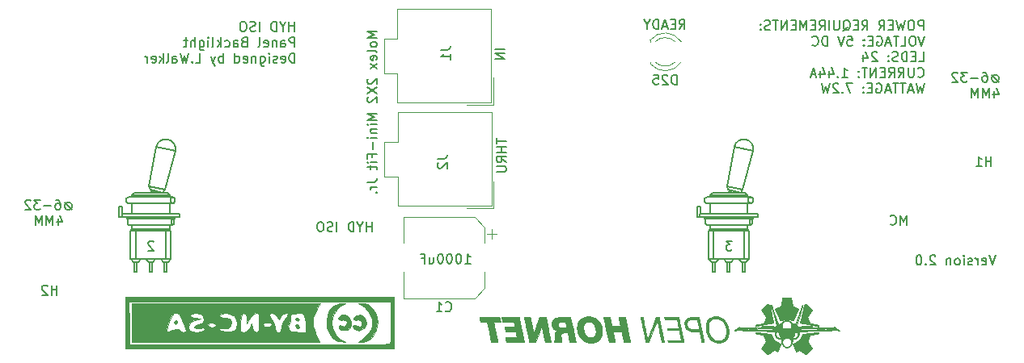
<source format=gbr>
%TF.GenerationSoftware,KiCad,Pcbnew,(5.1.6)-1*%
%TF.CreationDate,2020-12-18T17:10:49+11:00*%
%TF.ProjectId,HYD ISO Panel PCB V2,48594420-4953-44f2-9050-616e656c2050,rev?*%
%TF.SameCoordinates,Original*%
%TF.FileFunction,Legend,Bot*%
%TF.FilePolarity,Positive*%
%FSLAX46Y46*%
G04 Gerber Fmt 4.6, Leading zero omitted, Abs format (unit mm)*
G04 Created by KiCad (PCBNEW (5.1.6)-1) date 2020-12-18 17:10:49*
%MOMM*%
%LPD*%
G01*
G04 APERTURE LIST*
%ADD10C,0.150000*%
%ADD11C,0.010000*%
%ADD12C,0.120000*%
%ADD13C,0.200000*%
G04 APERTURE END LIST*
D10*
X169952380Y-70135714D02*
X169952380Y-70802380D01*
X170190476Y-69754761D02*
X170428571Y-70469047D01*
X169809523Y-70469047D01*
X169428571Y-70802380D02*
X169428571Y-69802380D01*
X169095238Y-70516666D01*
X168761904Y-69802380D01*
X168761904Y-70802380D01*
X168285714Y-70802380D02*
X168285714Y-69802380D01*
X167952380Y-70516666D01*
X167619047Y-69802380D01*
X167619047Y-70802380D01*
X71963489Y-83535714D02*
X71963489Y-84202380D01*
X72201585Y-83154761D02*
X72439680Y-83869047D01*
X71820632Y-83869047D01*
X71439680Y-84202380D02*
X71439680Y-83202380D01*
X71106347Y-83916666D01*
X70773013Y-83202380D01*
X70773013Y-84202380D01*
X70296823Y-84202380D02*
X70296823Y-83202380D01*
X69963489Y-83916666D01*
X69630156Y-83202380D01*
X69630156Y-84202380D01*
X104833333Y-84852380D02*
X104833333Y-83852380D01*
X104833333Y-84328571D02*
X104261904Y-84328571D01*
X104261904Y-84852380D02*
X104261904Y-83852380D01*
X103595238Y-84376190D02*
X103595238Y-84852380D01*
X103928571Y-83852380D02*
X103595238Y-84376190D01*
X103261904Y-83852380D01*
X102928571Y-84852380D02*
X102928571Y-83852380D01*
X102690476Y-83852380D01*
X102547619Y-83900000D01*
X102452380Y-83995238D01*
X102404761Y-84090476D01*
X102357142Y-84280952D01*
X102357142Y-84423809D01*
X102404761Y-84614285D01*
X102452380Y-84709523D01*
X102547619Y-84804761D01*
X102690476Y-84852380D01*
X102928571Y-84852380D01*
X101166666Y-84852380D02*
X101166666Y-83852380D01*
X100738095Y-84804761D02*
X100595238Y-84852380D01*
X100357142Y-84852380D01*
X100261904Y-84804761D01*
X100214285Y-84757142D01*
X100166666Y-84661904D01*
X100166666Y-84566666D01*
X100214285Y-84471428D01*
X100261904Y-84423809D01*
X100357142Y-84376190D01*
X100547619Y-84328571D01*
X100642857Y-84280952D01*
X100690476Y-84233333D01*
X100738095Y-84138095D01*
X100738095Y-84042857D01*
X100690476Y-83947619D01*
X100642857Y-83900000D01*
X100547619Y-83852380D01*
X100309523Y-83852380D01*
X100166666Y-83900000D01*
X99547619Y-83852380D02*
X99357142Y-83852380D01*
X99261904Y-83900000D01*
X99166666Y-83995238D01*
X99119047Y-84185714D01*
X99119047Y-84519047D01*
X99166666Y-84709523D01*
X99261904Y-84804761D01*
X99357142Y-84852380D01*
X99547619Y-84852380D01*
X99642857Y-84804761D01*
X99738095Y-84709523D01*
X99785714Y-84519047D01*
X99785714Y-84185714D01*
X99738095Y-83995238D01*
X99642857Y-83900000D01*
X99547619Y-83852380D01*
X96739404Y-63827380D02*
X96739404Y-62827380D01*
X96739404Y-63303571D02*
X96167976Y-63303571D01*
X96167976Y-63827380D02*
X96167976Y-62827380D01*
X95501309Y-63351190D02*
X95501309Y-63827380D01*
X95834642Y-62827380D02*
X95501309Y-63351190D01*
X95167976Y-62827380D01*
X94834642Y-63827380D02*
X94834642Y-62827380D01*
X94596547Y-62827380D01*
X94453690Y-62875000D01*
X94358452Y-62970238D01*
X94310833Y-63065476D01*
X94263214Y-63255952D01*
X94263214Y-63398809D01*
X94310833Y-63589285D01*
X94358452Y-63684523D01*
X94453690Y-63779761D01*
X94596547Y-63827380D01*
X94834642Y-63827380D01*
X93072738Y-63827380D02*
X93072738Y-62827380D01*
X92644166Y-63779761D02*
X92501309Y-63827380D01*
X92263214Y-63827380D01*
X92167976Y-63779761D01*
X92120357Y-63732142D01*
X92072738Y-63636904D01*
X92072738Y-63541666D01*
X92120357Y-63446428D01*
X92167976Y-63398809D01*
X92263214Y-63351190D01*
X92453690Y-63303571D01*
X92548928Y-63255952D01*
X92596547Y-63208333D01*
X92644166Y-63113095D01*
X92644166Y-63017857D01*
X92596547Y-62922619D01*
X92548928Y-62875000D01*
X92453690Y-62827380D01*
X92215595Y-62827380D01*
X92072738Y-62875000D01*
X91453690Y-62827380D02*
X91263214Y-62827380D01*
X91167976Y-62875000D01*
X91072738Y-62970238D01*
X91025119Y-63160714D01*
X91025119Y-63494047D01*
X91072738Y-63684523D01*
X91167976Y-63779761D01*
X91263214Y-63827380D01*
X91453690Y-63827380D01*
X91548928Y-63779761D01*
X91644166Y-63684523D01*
X91691785Y-63494047D01*
X91691785Y-63160714D01*
X91644166Y-62970238D01*
X91548928Y-62875000D01*
X91453690Y-62827380D01*
X96739404Y-65477380D02*
X96739404Y-64477380D01*
X96358452Y-64477380D01*
X96263214Y-64525000D01*
X96215595Y-64572619D01*
X96167976Y-64667857D01*
X96167976Y-64810714D01*
X96215595Y-64905952D01*
X96263214Y-64953571D01*
X96358452Y-65001190D01*
X96739404Y-65001190D01*
X95310833Y-65477380D02*
X95310833Y-64953571D01*
X95358452Y-64858333D01*
X95453690Y-64810714D01*
X95644166Y-64810714D01*
X95739404Y-64858333D01*
X95310833Y-65429761D02*
X95406071Y-65477380D01*
X95644166Y-65477380D01*
X95739404Y-65429761D01*
X95787023Y-65334523D01*
X95787023Y-65239285D01*
X95739404Y-65144047D01*
X95644166Y-65096428D01*
X95406071Y-65096428D01*
X95310833Y-65048809D01*
X94834642Y-64810714D02*
X94834642Y-65477380D01*
X94834642Y-64905952D02*
X94787023Y-64858333D01*
X94691785Y-64810714D01*
X94548928Y-64810714D01*
X94453690Y-64858333D01*
X94406071Y-64953571D01*
X94406071Y-65477380D01*
X93548928Y-65429761D02*
X93644166Y-65477380D01*
X93834642Y-65477380D01*
X93929880Y-65429761D01*
X93977500Y-65334523D01*
X93977500Y-64953571D01*
X93929880Y-64858333D01*
X93834642Y-64810714D01*
X93644166Y-64810714D01*
X93548928Y-64858333D01*
X93501309Y-64953571D01*
X93501309Y-65048809D01*
X93977500Y-65144047D01*
X92929880Y-65477380D02*
X93025119Y-65429761D01*
X93072738Y-65334523D01*
X93072738Y-64477380D01*
X91453690Y-64953571D02*
X91310833Y-65001190D01*
X91263214Y-65048809D01*
X91215595Y-65144047D01*
X91215595Y-65286904D01*
X91263214Y-65382142D01*
X91310833Y-65429761D01*
X91406071Y-65477380D01*
X91787023Y-65477380D01*
X91787023Y-64477380D01*
X91453690Y-64477380D01*
X91358452Y-64525000D01*
X91310833Y-64572619D01*
X91263214Y-64667857D01*
X91263214Y-64763095D01*
X91310833Y-64858333D01*
X91358452Y-64905952D01*
X91453690Y-64953571D01*
X91787023Y-64953571D01*
X90358452Y-65477380D02*
X90358452Y-64953571D01*
X90406071Y-64858333D01*
X90501309Y-64810714D01*
X90691785Y-64810714D01*
X90787023Y-64858333D01*
X90358452Y-65429761D02*
X90453690Y-65477380D01*
X90691785Y-65477380D01*
X90787023Y-65429761D01*
X90834642Y-65334523D01*
X90834642Y-65239285D01*
X90787023Y-65144047D01*
X90691785Y-65096428D01*
X90453690Y-65096428D01*
X90358452Y-65048809D01*
X89453690Y-65429761D02*
X89548928Y-65477380D01*
X89739404Y-65477380D01*
X89834642Y-65429761D01*
X89882261Y-65382142D01*
X89929880Y-65286904D01*
X89929880Y-65001190D01*
X89882261Y-64905952D01*
X89834642Y-64858333D01*
X89739404Y-64810714D01*
X89548928Y-64810714D01*
X89453690Y-64858333D01*
X89025119Y-65477380D02*
X89025119Y-64477380D01*
X88929880Y-65096428D02*
X88644166Y-65477380D01*
X88644166Y-64810714D02*
X89025119Y-65191666D01*
X88072738Y-65477380D02*
X88167976Y-65429761D01*
X88215595Y-65334523D01*
X88215595Y-64477380D01*
X87691785Y-65477380D02*
X87691785Y-64810714D01*
X87691785Y-64477380D02*
X87739404Y-64525000D01*
X87691785Y-64572619D01*
X87644166Y-64525000D01*
X87691785Y-64477380D01*
X87691785Y-64572619D01*
X86787023Y-64810714D02*
X86787023Y-65620238D01*
X86834642Y-65715476D01*
X86882261Y-65763095D01*
X86977499Y-65810714D01*
X87120357Y-65810714D01*
X87215595Y-65763095D01*
X86787023Y-65429761D02*
X86882261Y-65477380D01*
X87072738Y-65477380D01*
X87167976Y-65429761D01*
X87215595Y-65382142D01*
X87263214Y-65286904D01*
X87263214Y-65001190D01*
X87215595Y-64905952D01*
X87167976Y-64858333D01*
X87072738Y-64810714D01*
X86882261Y-64810714D01*
X86787023Y-64858333D01*
X86310833Y-65477380D02*
X86310833Y-64477380D01*
X85882261Y-65477380D02*
X85882261Y-64953571D01*
X85929880Y-64858333D01*
X86025119Y-64810714D01*
X86167976Y-64810714D01*
X86263214Y-64858333D01*
X86310833Y-64905952D01*
X85548928Y-64810714D02*
X85167976Y-64810714D01*
X85406071Y-64477380D02*
X85406071Y-65334523D01*
X85358452Y-65429761D01*
X85263214Y-65477380D01*
X85167976Y-65477380D01*
X96739404Y-67127380D02*
X96739404Y-66127380D01*
X96501309Y-66127380D01*
X96358452Y-66175000D01*
X96263214Y-66270238D01*
X96215595Y-66365476D01*
X96167976Y-66555952D01*
X96167976Y-66698809D01*
X96215595Y-66889285D01*
X96263214Y-66984523D01*
X96358452Y-67079761D01*
X96501309Y-67127380D01*
X96739404Y-67127380D01*
X95358452Y-67079761D02*
X95453690Y-67127380D01*
X95644166Y-67127380D01*
X95739404Y-67079761D01*
X95787023Y-66984523D01*
X95787023Y-66603571D01*
X95739404Y-66508333D01*
X95644166Y-66460714D01*
X95453690Y-66460714D01*
X95358452Y-66508333D01*
X95310833Y-66603571D01*
X95310833Y-66698809D01*
X95787023Y-66794047D01*
X94929880Y-67079761D02*
X94834642Y-67127380D01*
X94644166Y-67127380D01*
X94548928Y-67079761D01*
X94501309Y-66984523D01*
X94501309Y-66936904D01*
X94548928Y-66841666D01*
X94644166Y-66794047D01*
X94787023Y-66794047D01*
X94882261Y-66746428D01*
X94929880Y-66651190D01*
X94929880Y-66603571D01*
X94882261Y-66508333D01*
X94787023Y-66460714D01*
X94644166Y-66460714D01*
X94548928Y-66508333D01*
X94072738Y-67127380D02*
X94072738Y-66460714D01*
X94072738Y-66127380D02*
X94120357Y-66175000D01*
X94072738Y-66222619D01*
X94025119Y-66175000D01*
X94072738Y-66127380D01*
X94072738Y-66222619D01*
X93167976Y-66460714D02*
X93167976Y-67270238D01*
X93215595Y-67365476D01*
X93263214Y-67413095D01*
X93358452Y-67460714D01*
X93501309Y-67460714D01*
X93596547Y-67413095D01*
X93167976Y-67079761D02*
X93263214Y-67127380D01*
X93453690Y-67127380D01*
X93548928Y-67079761D01*
X93596547Y-67032142D01*
X93644166Y-66936904D01*
X93644166Y-66651190D01*
X93596547Y-66555952D01*
X93548928Y-66508333D01*
X93453690Y-66460714D01*
X93263214Y-66460714D01*
X93167976Y-66508333D01*
X92691785Y-66460714D02*
X92691785Y-67127380D01*
X92691785Y-66555952D02*
X92644166Y-66508333D01*
X92548928Y-66460714D01*
X92406071Y-66460714D01*
X92310833Y-66508333D01*
X92263214Y-66603571D01*
X92263214Y-67127380D01*
X91406071Y-67079761D02*
X91501309Y-67127380D01*
X91691785Y-67127380D01*
X91787023Y-67079761D01*
X91834642Y-66984523D01*
X91834642Y-66603571D01*
X91787023Y-66508333D01*
X91691785Y-66460714D01*
X91501309Y-66460714D01*
X91406071Y-66508333D01*
X91358452Y-66603571D01*
X91358452Y-66698809D01*
X91834642Y-66794047D01*
X90501309Y-67127380D02*
X90501309Y-66127380D01*
X90501309Y-67079761D02*
X90596547Y-67127380D01*
X90787023Y-67127380D01*
X90882261Y-67079761D01*
X90929880Y-67032142D01*
X90977500Y-66936904D01*
X90977500Y-66651190D01*
X90929880Y-66555952D01*
X90882261Y-66508333D01*
X90787023Y-66460714D01*
X90596547Y-66460714D01*
X90501309Y-66508333D01*
X89263214Y-67127380D02*
X89263214Y-66127380D01*
X89263214Y-66508333D02*
X89167976Y-66460714D01*
X88977500Y-66460714D01*
X88882261Y-66508333D01*
X88834642Y-66555952D01*
X88787023Y-66651190D01*
X88787023Y-66936904D01*
X88834642Y-67032142D01*
X88882261Y-67079761D01*
X88977500Y-67127380D01*
X89167976Y-67127380D01*
X89263214Y-67079761D01*
X88453690Y-66460714D02*
X88215595Y-67127380D01*
X87977500Y-66460714D02*
X88215595Y-67127380D01*
X88310833Y-67365476D01*
X88358452Y-67413095D01*
X88453690Y-67460714D01*
X86358452Y-67127380D02*
X86834642Y-67127380D01*
X86834642Y-66127380D01*
X86025119Y-67032142D02*
X85977500Y-67079761D01*
X86025119Y-67127380D01*
X86072738Y-67079761D01*
X86025119Y-67032142D01*
X86025119Y-67127380D01*
X85644166Y-66127380D02*
X85406071Y-67127380D01*
X85215595Y-66413095D01*
X85025119Y-67127380D01*
X84787023Y-66127380D01*
X83977500Y-67127380D02*
X83977500Y-66603571D01*
X84025119Y-66508333D01*
X84120357Y-66460714D01*
X84310833Y-66460714D01*
X84406071Y-66508333D01*
X83977500Y-67079761D02*
X84072738Y-67127380D01*
X84310833Y-67127380D01*
X84406071Y-67079761D01*
X84453690Y-66984523D01*
X84453690Y-66889285D01*
X84406071Y-66794047D01*
X84310833Y-66746428D01*
X84072738Y-66746428D01*
X83977500Y-66698809D01*
X83358452Y-67127380D02*
X83453690Y-67079761D01*
X83501309Y-66984523D01*
X83501309Y-66127380D01*
X82977500Y-67127380D02*
X82977500Y-66127380D01*
X82882261Y-66746428D02*
X82596547Y-67127380D01*
X82596547Y-66460714D02*
X82977500Y-66841666D01*
X81787023Y-67079761D02*
X81882261Y-67127380D01*
X82072738Y-67127380D01*
X82167976Y-67079761D01*
X82215595Y-66984523D01*
X82215595Y-66603571D01*
X82167976Y-66508333D01*
X82072738Y-66460714D01*
X81882261Y-66460714D01*
X81787023Y-66508333D01*
X81739404Y-66603571D01*
X81739404Y-66698809D01*
X82215595Y-66794047D01*
X81310833Y-67127380D02*
X81310833Y-66460714D01*
X81310833Y-66651190D02*
X81263214Y-66555952D01*
X81215595Y-66508333D01*
X81120357Y-66460714D01*
X81025119Y-66460714D01*
X142533333Y-85852380D02*
X141914285Y-85852380D01*
X142247619Y-86233333D01*
X142104761Y-86233333D01*
X142009523Y-86280952D01*
X141961904Y-86328571D01*
X141914285Y-86423809D01*
X141914285Y-86661904D01*
X141961904Y-86757142D01*
X142009523Y-86804761D01*
X142104761Y-86852380D01*
X142390476Y-86852380D01*
X142485714Y-86804761D01*
X142533333Y-86757142D01*
X81985714Y-85947619D02*
X81938095Y-85900000D01*
X81842857Y-85852380D01*
X81604761Y-85852380D01*
X81509523Y-85900000D01*
X81461904Y-85947619D01*
X81414285Y-86042857D01*
X81414285Y-86138095D01*
X81461904Y-86280952D01*
X82033333Y-86852380D01*
X81414285Y-86852380D01*
X162566004Y-63703180D02*
X162566004Y-62703180D01*
X162185052Y-62703180D01*
X162089814Y-62750800D01*
X162042195Y-62798419D01*
X161994576Y-62893657D01*
X161994576Y-63036514D01*
X162042195Y-63131752D01*
X162089814Y-63179371D01*
X162185052Y-63226990D01*
X162566004Y-63226990D01*
X161375528Y-62703180D02*
X161185052Y-62703180D01*
X161089814Y-62750800D01*
X160994576Y-62846038D01*
X160946957Y-63036514D01*
X160946957Y-63369847D01*
X160994576Y-63560323D01*
X161089814Y-63655561D01*
X161185052Y-63703180D01*
X161375528Y-63703180D01*
X161470766Y-63655561D01*
X161566004Y-63560323D01*
X161613623Y-63369847D01*
X161613623Y-63036514D01*
X161566004Y-62846038D01*
X161470766Y-62750800D01*
X161375528Y-62703180D01*
X160613623Y-62703180D02*
X160375528Y-63703180D01*
X160185052Y-62988895D01*
X159994576Y-63703180D01*
X159756480Y-62703180D01*
X159375528Y-63179371D02*
X159042195Y-63179371D01*
X158899338Y-63703180D02*
X159375528Y-63703180D01*
X159375528Y-62703180D01*
X158899338Y-62703180D01*
X157899338Y-63703180D02*
X158232671Y-63226990D01*
X158470766Y-63703180D02*
X158470766Y-62703180D01*
X158089814Y-62703180D01*
X157994576Y-62750800D01*
X157946957Y-62798419D01*
X157899338Y-62893657D01*
X157899338Y-63036514D01*
X157946957Y-63131752D01*
X157994576Y-63179371D01*
X158089814Y-63226990D01*
X158470766Y-63226990D01*
X156137433Y-63703180D02*
X156470766Y-63226990D01*
X156708861Y-63703180D02*
X156708861Y-62703180D01*
X156327909Y-62703180D01*
X156232671Y-62750800D01*
X156185052Y-62798419D01*
X156137433Y-62893657D01*
X156137433Y-63036514D01*
X156185052Y-63131752D01*
X156232671Y-63179371D01*
X156327909Y-63226990D01*
X156708861Y-63226990D01*
X155708861Y-63179371D02*
X155375528Y-63179371D01*
X155232671Y-63703180D02*
X155708861Y-63703180D01*
X155708861Y-62703180D01*
X155232671Y-62703180D01*
X154137433Y-63798419D02*
X154232671Y-63750800D01*
X154327909Y-63655561D01*
X154470766Y-63512704D01*
X154566004Y-63465085D01*
X154661242Y-63465085D01*
X154613623Y-63703180D02*
X154708861Y-63655561D01*
X154804100Y-63560323D01*
X154851719Y-63369847D01*
X154851719Y-63036514D01*
X154804100Y-62846038D01*
X154708861Y-62750800D01*
X154613623Y-62703180D01*
X154423147Y-62703180D01*
X154327909Y-62750800D01*
X154232671Y-62846038D01*
X154185052Y-63036514D01*
X154185052Y-63369847D01*
X154232671Y-63560323D01*
X154327909Y-63655561D01*
X154423147Y-63703180D01*
X154613623Y-63703180D01*
X153756480Y-62703180D02*
X153756480Y-63512704D01*
X153708861Y-63607942D01*
X153661242Y-63655561D01*
X153566004Y-63703180D01*
X153375528Y-63703180D01*
X153280290Y-63655561D01*
X153232671Y-63607942D01*
X153185052Y-63512704D01*
X153185052Y-62703180D01*
X152708861Y-63703180D02*
X152708861Y-62703180D01*
X151661242Y-63703180D02*
X151994576Y-63226990D01*
X152232671Y-63703180D02*
X152232671Y-62703180D01*
X151851719Y-62703180D01*
X151756480Y-62750800D01*
X151708861Y-62798419D01*
X151661242Y-62893657D01*
X151661242Y-63036514D01*
X151708861Y-63131752D01*
X151756480Y-63179371D01*
X151851719Y-63226990D01*
X152232671Y-63226990D01*
X151232671Y-63179371D02*
X150899338Y-63179371D01*
X150756480Y-63703180D02*
X151232671Y-63703180D01*
X151232671Y-62703180D01*
X150756480Y-62703180D01*
X150327909Y-63703180D02*
X150327909Y-62703180D01*
X149994576Y-63417466D01*
X149661242Y-62703180D01*
X149661242Y-63703180D01*
X149185052Y-63179371D02*
X148851719Y-63179371D01*
X148708861Y-63703180D02*
X149185052Y-63703180D01*
X149185052Y-62703180D01*
X148708861Y-62703180D01*
X148280290Y-63703180D02*
X148280290Y-62703180D01*
X147708861Y-63703180D01*
X147708861Y-62703180D01*
X147375528Y-62703180D02*
X146804100Y-62703180D01*
X147089814Y-63703180D02*
X147089814Y-62703180D01*
X146518385Y-63655561D02*
X146375528Y-63703180D01*
X146137433Y-63703180D01*
X146042195Y-63655561D01*
X145994576Y-63607942D01*
X145946957Y-63512704D01*
X145946957Y-63417466D01*
X145994576Y-63322228D01*
X146042195Y-63274609D01*
X146137433Y-63226990D01*
X146327909Y-63179371D01*
X146423147Y-63131752D01*
X146470766Y-63084133D01*
X146518385Y-62988895D01*
X146518385Y-62893657D01*
X146470766Y-62798419D01*
X146423147Y-62750800D01*
X146327909Y-62703180D01*
X146089814Y-62703180D01*
X145946957Y-62750800D01*
X145518385Y-63607942D02*
X145470766Y-63655561D01*
X145518385Y-63703180D01*
X145566004Y-63655561D01*
X145518385Y-63607942D01*
X145518385Y-63703180D01*
X145518385Y-63084133D02*
X145470766Y-63131752D01*
X145518385Y-63179371D01*
X145566004Y-63131752D01*
X145518385Y-63084133D01*
X145518385Y-63179371D01*
X162708861Y-64353180D02*
X162375528Y-65353180D01*
X162042195Y-64353180D01*
X161518385Y-64353180D02*
X161327909Y-64353180D01*
X161232671Y-64400800D01*
X161137433Y-64496038D01*
X161089814Y-64686514D01*
X161089814Y-65019847D01*
X161137433Y-65210323D01*
X161232671Y-65305561D01*
X161327909Y-65353180D01*
X161518385Y-65353180D01*
X161613623Y-65305561D01*
X161708861Y-65210323D01*
X161756480Y-65019847D01*
X161756480Y-64686514D01*
X161708861Y-64496038D01*
X161613623Y-64400800D01*
X161518385Y-64353180D01*
X160185052Y-65353180D02*
X160661242Y-65353180D01*
X160661242Y-64353180D01*
X159994576Y-64353180D02*
X159423147Y-64353180D01*
X159708861Y-65353180D02*
X159708861Y-64353180D01*
X159137433Y-65067466D02*
X158661242Y-65067466D01*
X159232671Y-65353180D02*
X158899338Y-64353180D01*
X158566004Y-65353180D01*
X157708861Y-64400800D02*
X157804100Y-64353180D01*
X157946957Y-64353180D01*
X158089814Y-64400800D01*
X158185052Y-64496038D01*
X158232671Y-64591276D01*
X158280290Y-64781752D01*
X158280290Y-64924609D01*
X158232671Y-65115085D01*
X158185052Y-65210323D01*
X158089814Y-65305561D01*
X157946957Y-65353180D01*
X157851719Y-65353180D01*
X157708861Y-65305561D01*
X157661242Y-65257942D01*
X157661242Y-64924609D01*
X157851719Y-64924609D01*
X157232671Y-64829371D02*
X156899338Y-64829371D01*
X156756480Y-65353180D02*
X157232671Y-65353180D01*
X157232671Y-64353180D01*
X156756480Y-64353180D01*
X156327909Y-65257942D02*
X156280290Y-65305561D01*
X156327909Y-65353180D01*
X156375528Y-65305561D01*
X156327909Y-65257942D01*
X156327909Y-65353180D01*
X156327909Y-64734133D02*
X156280290Y-64781752D01*
X156327909Y-64829371D01*
X156375528Y-64781752D01*
X156327909Y-64734133D01*
X156327909Y-64829371D01*
X154613623Y-64353180D02*
X155089814Y-64353180D01*
X155137433Y-64829371D01*
X155089814Y-64781752D01*
X154994576Y-64734133D01*
X154756480Y-64734133D01*
X154661242Y-64781752D01*
X154613623Y-64829371D01*
X154566004Y-64924609D01*
X154566004Y-65162704D01*
X154613623Y-65257942D01*
X154661242Y-65305561D01*
X154756480Y-65353180D01*
X154994576Y-65353180D01*
X155089814Y-65305561D01*
X155137433Y-65257942D01*
X154280290Y-64353180D02*
X153946957Y-65353180D01*
X153613623Y-64353180D01*
X152518385Y-65353180D02*
X152518385Y-64353180D01*
X152280290Y-64353180D01*
X152137433Y-64400800D01*
X152042195Y-64496038D01*
X151994576Y-64591276D01*
X151946957Y-64781752D01*
X151946957Y-64924609D01*
X151994576Y-65115085D01*
X152042195Y-65210323D01*
X152137433Y-65305561D01*
X152280290Y-65353180D01*
X152518385Y-65353180D01*
X150946957Y-65257942D02*
X150994576Y-65305561D01*
X151137433Y-65353180D01*
X151232671Y-65353180D01*
X151375528Y-65305561D01*
X151470766Y-65210323D01*
X151518385Y-65115085D01*
X151566004Y-64924609D01*
X151566004Y-64781752D01*
X151518385Y-64591276D01*
X151470766Y-64496038D01*
X151375528Y-64400800D01*
X151232671Y-64353180D01*
X151137433Y-64353180D01*
X150994576Y-64400800D01*
X150946957Y-64448419D01*
X162089814Y-67003180D02*
X162566004Y-67003180D01*
X162566004Y-66003180D01*
X161756480Y-66479371D02*
X161423147Y-66479371D01*
X161280290Y-67003180D02*
X161756480Y-67003180D01*
X161756480Y-66003180D01*
X161280290Y-66003180D01*
X160851719Y-67003180D02*
X160851719Y-66003180D01*
X160613623Y-66003180D01*
X160470766Y-66050800D01*
X160375528Y-66146038D01*
X160327909Y-66241276D01*
X160280290Y-66431752D01*
X160280290Y-66574609D01*
X160327909Y-66765085D01*
X160375528Y-66860323D01*
X160470766Y-66955561D01*
X160613623Y-67003180D01*
X160851719Y-67003180D01*
X159899338Y-66955561D02*
X159756480Y-67003180D01*
X159518385Y-67003180D01*
X159423147Y-66955561D01*
X159375528Y-66907942D01*
X159327909Y-66812704D01*
X159327909Y-66717466D01*
X159375528Y-66622228D01*
X159423147Y-66574609D01*
X159518385Y-66526990D01*
X159708861Y-66479371D01*
X159804100Y-66431752D01*
X159851719Y-66384133D01*
X159899338Y-66288895D01*
X159899338Y-66193657D01*
X159851719Y-66098419D01*
X159804100Y-66050800D01*
X159708861Y-66003180D01*
X159470766Y-66003180D01*
X159327909Y-66050800D01*
X158899338Y-66907942D02*
X158851719Y-66955561D01*
X158899338Y-67003180D01*
X158946957Y-66955561D01*
X158899338Y-66907942D01*
X158899338Y-67003180D01*
X158899338Y-66384133D02*
X158851719Y-66431752D01*
X158899338Y-66479371D01*
X158946957Y-66431752D01*
X158899338Y-66384133D01*
X158899338Y-66479371D01*
X157708861Y-66098419D02*
X157661242Y-66050800D01*
X157566004Y-66003180D01*
X157327909Y-66003180D01*
X157232671Y-66050800D01*
X157185052Y-66098419D01*
X157137433Y-66193657D01*
X157137433Y-66288895D01*
X157185052Y-66431752D01*
X157756480Y-67003180D01*
X157137433Y-67003180D01*
X156280290Y-66336514D02*
X156280290Y-67003180D01*
X156518385Y-65955561D02*
X156756480Y-66669847D01*
X156137433Y-66669847D01*
X161994576Y-68557942D02*
X162042195Y-68605561D01*
X162185052Y-68653180D01*
X162280290Y-68653180D01*
X162423147Y-68605561D01*
X162518385Y-68510323D01*
X162566004Y-68415085D01*
X162613623Y-68224609D01*
X162613623Y-68081752D01*
X162566004Y-67891276D01*
X162518385Y-67796038D01*
X162423147Y-67700800D01*
X162280290Y-67653180D01*
X162185052Y-67653180D01*
X162042195Y-67700800D01*
X161994576Y-67748419D01*
X161566004Y-67653180D02*
X161566004Y-68462704D01*
X161518385Y-68557942D01*
X161470766Y-68605561D01*
X161375528Y-68653180D01*
X161185052Y-68653180D01*
X161089814Y-68605561D01*
X161042195Y-68557942D01*
X160994576Y-68462704D01*
X160994576Y-67653180D01*
X159946957Y-68653180D02*
X160280290Y-68176990D01*
X160518385Y-68653180D02*
X160518385Y-67653180D01*
X160137433Y-67653180D01*
X160042195Y-67700800D01*
X159994576Y-67748419D01*
X159946957Y-67843657D01*
X159946957Y-67986514D01*
X159994576Y-68081752D01*
X160042195Y-68129371D01*
X160137433Y-68176990D01*
X160518385Y-68176990D01*
X158946957Y-68653180D02*
X159280290Y-68176990D01*
X159518385Y-68653180D02*
X159518385Y-67653180D01*
X159137433Y-67653180D01*
X159042195Y-67700800D01*
X158994576Y-67748419D01*
X158946957Y-67843657D01*
X158946957Y-67986514D01*
X158994576Y-68081752D01*
X159042195Y-68129371D01*
X159137433Y-68176990D01*
X159518385Y-68176990D01*
X158518385Y-68129371D02*
X158185052Y-68129371D01*
X158042195Y-68653180D02*
X158518385Y-68653180D01*
X158518385Y-67653180D01*
X158042195Y-67653180D01*
X157613623Y-68653180D02*
X157613623Y-67653180D01*
X157042195Y-68653180D01*
X157042195Y-67653180D01*
X156708861Y-67653180D02*
X156137433Y-67653180D01*
X156423147Y-68653180D02*
X156423147Y-67653180D01*
X155804100Y-68557942D02*
X155756480Y-68605561D01*
X155804100Y-68653180D01*
X155851719Y-68605561D01*
X155804100Y-68557942D01*
X155804100Y-68653180D01*
X155804100Y-68034133D02*
X155756480Y-68081752D01*
X155804100Y-68129371D01*
X155851719Y-68081752D01*
X155804100Y-68034133D01*
X155804100Y-68129371D01*
X154042195Y-68653180D02*
X154613623Y-68653180D01*
X154327909Y-68653180D02*
X154327909Y-67653180D01*
X154423147Y-67796038D01*
X154518385Y-67891276D01*
X154613623Y-67938895D01*
X153613623Y-68557942D02*
X153566004Y-68605561D01*
X153613623Y-68653180D01*
X153661242Y-68605561D01*
X153613623Y-68557942D01*
X153613623Y-68653180D01*
X152708861Y-67986514D02*
X152708861Y-68653180D01*
X152946957Y-67605561D02*
X153185052Y-68319847D01*
X152566004Y-68319847D01*
X151756480Y-67986514D02*
X151756480Y-68653180D01*
X151994576Y-67605561D02*
X152232671Y-68319847D01*
X151613623Y-68319847D01*
X151280290Y-68367466D02*
X150804100Y-68367466D01*
X151375528Y-68653180D02*
X151042195Y-67653180D01*
X150708861Y-68653180D01*
X162661242Y-69303180D02*
X162423147Y-70303180D01*
X162232671Y-69588895D01*
X162042195Y-70303180D01*
X161804100Y-69303180D01*
X161470766Y-70017466D02*
X160994576Y-70017466D01*
X161566004Y-70303180D02*
X161232671Y-69303180D01*
X160899338Y-70303180D01*
X160708861Y-69303180D02*
X160137433Y-69303180D01*
X160423147Y-70303180D02*
X160423147Y-69303180D01*
X159946957Y-69303180D02*
X159375528Y-69303180D01*
X159661242Y-70303180D02*
X159661242Y-69303180D01*
X159089814Y-70017466D02*
X158613623Y-70017466D01*
X159185052Y-70303180D02*
X158851719Y-69303180D01*
X158518385Y-70303180D01*
X157661242Y-69350800D02*
X157756480Y-69303180D01*
X157899338Y-69303180D01*
X158042195Y-69350800D01*
X158137433Y-69446038D01*
X158185052Y-69541276D01*
X158232671Y-69731752D01*
X158232671Y-69874609D01*
X158185052Y-70065085D01*
X158137433Y-70160323D01*
X158042195Y-70255561D01*
X157899338Y-70303180D01*
X157804100Y-70303180D01*
X157661242Y-70255561D01*
X157613623Y-70207942D01*
X157613623Y-69874609D01*
X157804100Y-69874609D01*
X157185052Y-69779371D02*
X156851719Y-69779371D01*
X156708861Y-70303180D02*
X157185052Y-70303180D01*
X157185052Y-69303180D01*
X156708861Y-69303180D01*
X156280290Y-70207942D02*
X156232671Y-70255561D01*
X156280290Y-70303180D01*
X156327909Y-70255561D01*
X156280290Y-70207942D01*
X156280290Y-70303180D01*
X156280290Y-69684133D02*
X156232671Y-69731752D01*
X156280290Y-69779371D01*
X156327909Y-69731752D01*
X156280290Y-69684133D01*
X156280290Y-69779371D01*
X155137433Y-69303180D02*
X154470766Y-69303180D01*
X154899338Y-70303180D01*
X154089814Y-70207942D02*
X154042195Y-70255561D01*
X154089814Y-70303180D01*
X154137433Y-70255561D01*
X154089814Y-70207942D01*
X154089814Y-70303180D01*
X153661242Y-69398419D02*
X153613623Y-69350800D01*
X153518385Y-69303180D01*
X153280290Y-69303180D01*
X153185052Y-69350800D01*
X153137433Y-69398419D01*
X153089814Y-69493657D01*
X153089814Y-69588895D01*
X153137433Y-69731752D01*
X153708861Y-70303180D01*
X153089814Y-70303180D01*
X152756480Y-69303180D02*
X152518385Y-70303180D01*
X152327909Y-69588895D01*
X152137433Y-70303180D01*
X151899338Y-69303180D01*
X114573809Y-88202380D02*
X115145238Y-88202380D01*
X114859523Y-88202380D02*
X114859523Y-87202380D01*
X114954761Y-87345238D01*
X115050000Y-87440476D01*
X115145238Y-87488095D01*
X113954761Y-87202380D02*
X113859523Y-87202380D01*
X113764285Y-87250000D01*
X113716666Y-87297619D01*
X113669047Y-87392857D01*
X113621428Y-87583333D01*
X113621428Y-87821428D01*
X113669047Y-88011904D01*
X113716666Y-88107142D01*
X113764285Y-88154761D01*
X113859523Y-88202380D01*
X113954761Y-88202380D01*
X114050000Y-88154761D01*
X114097619Y-88107142D01*
X114145238Y-88011904D01*
X114192857Y-87821428D01*
X114192857Y-87583333D01*
X114145238Y-87392857D01*
X114097619Y-87297619D01*
X114050000Y-87250000D01*
X113954761Y-87202380D01*
X113002380Y-87202380D02*
X112907142Y-87202380D01*
X112811904Y-87250000D01*
X112764285Y-87297619D01*
X112716666Y-87392857D01*
X112669047Y-87583333D01*
X112669047Y-87821428D01*
X112716666Y-88011904D01*
X112764285Y-88107142D01*
X112811904Y-88154761D01*
X112907142Y-88202380D01*
X113002380Y-88202380D01*
X113097619Y-88154761D01*
X113145238Y-88107142D01*
X113192857Y-88011904D01*
X113240476Y-87821428D01*
X113240476Y-87583333D01*
X113192857Y-87392857D01*
X113145238Y-87297619D01*
X113097619Y-87250000D01*
X113002380Y-87202380D01*
X112050000Y-87202380D02*
X111954761Y-87202380D01*
X111859523Y-87250000D01*
X111811904Y-87297619D01*
X111764285Y-87392857D01*
X111716666Y-87583333D01*
X111716666Y-87821428D01*
X111764285Y-88011904D01*
X111811904Y-88107142D01*
X111859523Y-88154761D01*
X111954761Y-88202380D01*
X112050000Y-88202380D01*
X112145238Y-88154761D01*
X112192857Y-88107142D01*
X112240476Y-88011904D01*
X112288095Y-87821428D01*
X112288095Y-87583333D01*
X112240476Y-87392857D01*
X112192857Y-87297619D01*
X112145238Y-87250000D01*
X112050000Y-87202380D01*
X110859523Y-87535714D02*
X110859523Y-88202380D01*
X111288095Y-87535714D02*
X111288095Y-88059523D01*
X111240476Y-88154761D01*
X111145238Y-88202380D01*
X111002380Y-88202380D01*
X110907142Y-88154761D01*
X110859523Y-88107142D01*
X110050000Y-87678571D02*
X110383333Y-87678571D01*
X110383333Y-88202380D02*
X110383333Y-87202380D01*
X109907142Y-87202380D01*
X137000000Y-63602380D02*
X137333333Y-63126190D01*
X137571428Y-63602380D02*
X137571428Y-62602380D01*
X137190476Y-62602380D01*
X137095238Y-62650000D01*
X137047619Y-62697619D01*
X137000000Y-62792857D01*
X137000000Y-62935714D01*
X137047619Y-63030952D01*
X137095238Y-63078571D01*
X137190476Y-63126190D01*
X137571428Y-63126190D01*
X136571428Y-63078571D02*
X136238095Y-63078571D01*
X136095238Y-63602380D02*
X136571428Y-63602380D01*
X136571428Y-62602380D01*
X136095238Y-62602380D01*
X135714285Y-63316666D02*
X135238095Y-63316666D01*
X135809523Y-63602380D02*
X135476190Y-62602380D01*
X135142857Y-63602380D01*
X134809523Y-63602380D02*
X134809523Y-62602380D01*
X134571428Y-62602380D01*
X134428571Y-62650000D01*
X134333333Y-62745238D01*
X134285714Y-62840476D01*
X134238095Y-63030952D01*
X134238095Y-63173809D01*
X134285714Y-63364285D01*
X134333333Y-63459523D01*
X134428571Y-63554761D01*
X134571428Y-63602380D01*
X134809523Y-63602380D01*
X133619047Y-63126190D02*
X133619047Y-63602380D01*
X133952380Y-62602380D02*
X133619047Y-63126190D01*
X133285714Y-62602380D01*
X160833333Y-84152380D02*
X160833333Y-83152380D01*
X160500000Y-83866666D01*
X160166666Y-83152380D01*
X160166666Y-84152380D01*
X159119047Y-84057142D02*
X159166666Y-84104761D01*
X159309523Y-84152380D01*
X159404761Y-84152380D01*
X159547619Y-84104761D01*
X159642857Y-84009523D01*
X159690476Y-83914285D01*
X159738095Y-83723809D01*
X159738095Y-83580952D01*
X159690476Y-83390476D01*
X159642857Y-83295238D01*
X159547619Y-83200000D01*
X159404761Y-83152380D01*
X159309523Y-83152380D01*
X159166666Y-83200000D01*
X159119047Y-83247619D01*
X170090476Y-87352380D02*
X169757142Y-88352380D01*
X169423809Y-87352380D01*
X168709523Y-88304761D02*
X168804761Y-88352380D01*
X168995238Y-88352380D01*
X169090476Y-88304761D01*
X169138095Y-88209523D01*
X169138095Y-87828571D01*
X169090476Y-87733333D01*
X168995238Y-87685714D01*
X168804761Y-87685714D01*
X168709523Y-87733333D01*
X168661904Y-87828571D01*
X168661904Y-87923809D01*
X169138095Y-88019047D01*
X168233333Y-88352380D02*
X168233333Y-87685714D01*
X168233333Y-87876190D02*
X168185714Y-87780952D01*
X168138095Y-87733333D01*
X168042857Y-87685714D01*
X167947619Y-87685714D01*
X167661904Y-88304761D02*
X167566666Y-88352380D01*
X167376190Y-88352380D01*
X167280952Y-88304761D01*
X167233333Y-88209523D01*
X167233333Y-88161904D01*
X167280952Y-88066666D01*
X167376190Y-88019047D01*
X167519047Y-88019047D01*
X167614285Y-87971428D01*
X167661904Y-87876190D01*
X167661904Y-87828571D01*
X167614285Y-87733333D01*
X167519047Y-87685714D01*
X167376190Y-87685714D01*
X167280952Y-87733333D01*
X166804761Y-88352380D02*
X166804761Y-87685714D01*
X166804761Y-87352380D02*
X166852380Y-87400000D01*
X166804761Y-87447619D01*
X166757142Y-87400000D01*
X166804761Y-87352380D01*
X166804761Y-87447619D01*
X166185714Y-88352380D02*
X166280952Y-88304761D01*
X166328571Y-88257142D01*
X166376190Y-88161904D01*
X166376190Y-87876190D01*
X166328571Y-87780952D01*
X166280952Y-87733333D01*
X166185714Y-87685714D01*
X166042857Y-87685714D01*
X165947619Y-87733333D01*
X165900000Y-87780952D01*
X165852380Y-87876190D01*
X165852380Y-88161904D01*
X165900000Y-88257142D01*
X165947619Y-88304761D01*
X166042857Y-88352380D01*
X166185714Y-88352380D01*
X165423809Y-87685714D02*
X165423809Y-88352380D01*
X165423809Y-87780952D02*
X165376190Y-87733333D01*
X165280952Y-87685714D01*
X165138095Y-87685714D01*
X165042857Y-87733333D01*
X164995238Y-87828571D01*
X164995238Y-88352380D01*
X163804761Y-87447619D02*
X163757142Y-87400000D01*
X163661904Y-87352380D01*
X163423809Y-87352380D01*
X163328571Y-87400000D01*
X163280952Y-87447619D01*
X163233333Y-87542857D01*
X163233333Y-87638095D01*
X163280952Y-87780952D01*
X163852380Y-88352380D01*
X163233333Y-88352380D01*
X162804761Y-88257142D02*
X162757142Y-88304761D01*
X162804761Y-88352380D01*
X162852380Y-88304761D01*
X162804761Y-88257142D01*
X162804761Y-88352380D01*
X162138095Y-87352380D02*
X162042857Y-87352380D01*
X161947619Y-87400000D01*
X161900000Y-87447619D01*
X161852380Y-87542857D01*
X161804761Y-87733333D01*
X161804761Y-87971428D01*
X161852380Y-88161904D01*
X161900000Y-88257142D01*
X161947619Y-88304761D01*
X162042857Y-88352380D01*
X162138095Y-88352380D01*
X162233333Y-88304761D01*
X162280952Y-88257142D01*
X162328571Y-88161904D01*
X162376190Y-87971428D01*
X162376190Y-87733333D01*
X162328571Y-87542857D01*
X162280952Y-87447619D01*
X162233333Y-87400000D01*
X162138095Y-87352380D01*
X117902380Y-75066666D02*
X117902380Y-75638095D01*
X118902380Y-75352380D02*
X117902380Y-75352380D01*
X118902380Y-75971428D02*
X117902380Y-75971428D01*
X118378571Y-75971428D02*
X118378571Y-76542857D01*
X118902380Y-76542857D02*
X117902380Y-76542857D01*
X118902380Y-77590476D02*
X118426190Y-77257142D01*
X118902380Y-77019047D02*
X117902380Y-77019047D01*
X117902380Y-77400000D01*
X117950000Y-77495238D01*
X117997619Y-77542857D01*
X118092857Y-77590476D01*
X118235714Y-77590476D01*
X118330952Y-77542857D01*
X118378571Y-77495238D01*
X118426190Y-77400000D01*
X118426190Y-77019047D01*
X117902380Y-78019047D02*
X118711904Y-78019047D01*
X118807142Y-78066666D01*
X118854761Y-78114285D01*
X118902380Y-78209523D01*
X118902380Y-78400000D01*
X118854761Y-78495238D01*
X118807142Y-78542857D01*
X118711904Y-78590476D01*
X117902380Y-78590476D01*
X118702380Y-65701190D02*
X117702380Y-65701190D01*
X118702380Y-66177380D02*
X117702380Y-66177380D01*
X118702380Y-66748809D01*
X117702380Y-66748809D01*
X105352380Y-63872619D02*
X104352380Y-63872619D01*
X105066666Y-64205952D01*
X104352380Y-64539285D01*
X105352380Y-64539285D01*
X105352380Y-65158333D02*
X105304761Y-65063095D01*
X105257142Y-65015476D01*
X105161904Y-64967857D01*
X104876190Y-64967857D01*
X104780952Y-65015476D01*
X104733333Y-65063095D01*
X104685714Y-65158333D01*
X104685714Y-65301190D01*
X104733333Y-65396428D01*
X104780952Y-65444047D01*
X104876190Y-65491666D01*
X105161904Y-65491666D01*
X105257142Y-65444047D01*
X105304761Y-65396428D01*
X105352380Y-65301190D01*
X105352380Y-65158333D01*
X105352380Y-66063095D02*
X105304761Y-65967857D01*
X105209523Y-65920238D01*
X104352380Y-65920238D01*
X105304761Y-66825000D02*
X105352380Y-66729761D01*
X105352380Y-66539285D01*
X105304761Y-66444047D01*
X105209523Y-66396428D01*
X104828571Y-66396428D01*
X104733333Y-66444047D01*
X104685714Y-66539285D01*
X104685714Y-66729761D01*
X104733333Y-66825000D01*
X104828571Y-66872619D01*
X104923809Y-66872619D01*
X105019047Y-66396428D01*
X105352380Y-67205952D02*
X104685714Y-67729761D01*
X104685714Y-67205952D02*
X105352380Y-67729761D01*
X104447619Y-68825000D02*
X104400000Y-68872619D01*
X104352380Y-68967857D01*
X104352380Y-69205952D01*
X104400000Y-69301190D01*
X104447619Y-69348809D01*
X104542857Y-69396428D01*
X104638095Y-69396428D01*
X104780952Y-69348809D01*
X105352380Y-68777380D01*
X105352380Y-69396428D01*
X104352380Y-69729761D02*
X105352380Y-70396428D01*
X104352380Y-70396428D02*
X105352380Y-69729761D01*
X104447619Y-70729761D02*
X104400000Y-70777380D01*
X104352380Y-70872619D01*
X104352380Y-71110714D01*
X104400000Y-71205952D01*
X104447619Y-71253571D01*
X104542857Y-71301190D01*
X104638095Y-71301190D01*
X104780952Y-71253571D01*
X105352380Y-70682142D01*
X105352380Y-71301190D01*
X105352380Y-72491666D02*
X104352380Y-72491666D01*
X105066666Y-72825000D01*
X104352380Y-73158333D01*
X105352380Y-73158333D01*
X105352380Y-73634523D02*
X104685714Y-73634523D01*
X104352380Y-73634523D02*
X104400000Y-73586904D01*
X104447619Y-73634523D01*
X104400000Y-73682142D01*
X104352380Y-73634523D01*
X104447619Y-73634523D01*
X104685714Y-74110714D02*
X105352380Y-74110714D01*
X104780952Y-74110714D02*
X104733333Y-74158333D01*
X104685714Y-74253571D01*
X104685714Y-74396428D01*
X104733333Y-74491666D01*
X104828571Y-74539285D01*
X105352380Y-74539285D01*
X105352380Y-75015476D02*
X104685714Y-75015476D01*
X104352380Y-75015476D02*
X104400000Y-74967857D01*
X104447619Y-75015476D01*
X104400000Y-75063095D01*
X104352380Y-75015476D01*
X104447619Y-75015476D01*
X104971428Y-75491666D02*
X104971428Y-76253571D01*
X104828571Y-77063095D02*
X104828571Y-76729761D01*
X105352380Y-76729761D02*
X104352380Y-76729761D01*
X104352380Y-77205952D01*
X105352380Y-77586904D02*
X104685714Y-77586904D01*
X104352380Y-77586904D02*
X104400000Y-77539285D01*
X104447619Y-77586904D01*
X104400000Y-77634523D01*
X104352380Y-77586904D01*
X104447619Y-77586904D01*
X104685714Y-77920238D02*
X104685714Y-78301190D01*
X104352380Y-78063095D02*
X105209523Y-78063095D01*
X105304761Y-78110714D01*
X105352380Y-78205952D01*
X105352380Y-78301190D01*
X104352380Y-79682142D02*
X105066666Y-79682142D01*
X105209523Y-79634523D01*
X105304761Y-79539285D01*
X105352380Y-79396428D01*
X105352380Y-79301190D01*
X105352380Y-80158333D02*
X104685714Y-80158333D01*
X104876190Y-80158333D02*
X104780952Y-80205952D01*
X104733333Y-80253571D01*
X104685714Y-80348809D01*
X104685714Y-80444047D01*
X105257142Y-80777380D02*
X105304761Y-80825000D01*
X105352380Y-80777380D01*
X105304761Y-80729761D01*
X105257142Y-80777380D01*
X105352380Y-80777380D01*
D11*
%TO.C,G\u002A\u002A\u002A*%
G36*
X79070199Y-97091391D02*
G01*
X107161590Y-97091391D01*
X107161590Y-92213245D01*
X106825166Y-92213245D01*
X106825166Y-94371965D01*
X106816806Y-95192585D01*
X106793962Y-95888081D01*
X106759985Y-96391127D01*
X106718229Y-96634401D01*
X106712036Y-96643814D01*
X106530140Y-96660859D01*
X106037193Y-96676078D01*
X105258561Y-96689341D01*
X104219612Y-96700518D01*
X102945714Y-96709480D01*
X101462235Y-96716096D01*
X99794542Y-96720236D01*
X97968002Y-96721769D01*
X96007984Y-96720567D01*
X93939855Y-96716498D01*
X93044817Y-96713903D01*
X79490729Y-96670861D01*
X79443793Y-94442053D01*
X79396858Y-92213245D01*
X106825166Y-92213245D01*
X107161590Y-92213245D01*
X107161590Y-91708610D01*
X79070199Y-91708610D01*
X79070199Y-97091391D01*
G37*
X79070199Y-97091391D02*
X107161590Y-97091391D01*
X107161590Y-92213245D01*
X106825166Y-92213245D01*
X106825166Y-94371965D01*
X106816806Y-95192585D01*
X106793962Y-95888081D01*
X106759985Y-96391127D01*
X106718229Y-96634401D01*
X106712036Y-96643814D01*
X106530140Y-96660859D01*
X106037193Y-96676078D01*
X105258561Y-96689341D01*
X104219612Y-96700518D01*
X102945714Y-96709480D01*
X101462235Y-96716096D01*
X99794542Y-96720236D01*
X97968002Y-96721769D01*
X96007984Y-96720567D01*
X93939855Y-96716498D01*
X93044817Y-96713903D01*
X79490729Y-96670861D01*
X79443793Y-94442053D01*
X79396858Y-92213245D01*
X106825166Y-92213245D01*
X107161590Y-92213245D01*
X107161590Y-91708610D01*
X79070199Y-91708610D01*
X79070199Y-97091391D01*
G36*
X103982740Y-92765418D02*
G01*
X104556857Y-93325998D01*
X104858117Y-94015113D01*
X104862489Y-94759650D01*
X104753773Y-95111218D01*
X104417582Y-95640872D01*
X103959349Y-96061675D01*
X103933632Y-96077807D01*
X103376821Y-96417286D01*
X103908557Y-96417914D01*
X104413539Y-96304346D01*
X104858701Y-95921288D01*
X104861525Y-95917937D01*
X105312677Y-95148281D01*
X105444543Y-94328033D01*
X105257122Y-93512606D01*
X104861525Y-92882063D01*
X104402935Y-92490741D01*
X103925734Y-92381457D01*
X103411176Y-92381457D01*
X103982740Y-92765418D01*
G37*
X103982740Y-92765418D02*
X104556857Y-93325998D01*
X104858117Y-94015113D01*
X104862489Y-94759650D01*
X104753773Y-95111218D01*
X104417582Y-95640872D01*
X103959349Y-96061675D01*
X103933632Y-96077807D01*
X103376821Y-96417286D01*
X103908557Y-96417914D01*
X104413539Y-96304346D01*
X104858701Y-95921288D01*
X104861525Y-95917937D01*
X105312677Y-95148281D01*
X105444543Y-94328033D01*
X105257122Y-93512606D01*
X104861525Y-92882063D01*
X104402935Y-92490741D01*
X103925734Y-92381457D01*
X103411176Y-92381457D01*
X103982740Y-92765418D01*
G36*
X101447754Y-92420050D02*
G01*
X100883076Y-92607900D01*
X100470464Y-93024044D01*
X100209919Y-93597337D01*
X100101439Y-94256631D01*
X100145025Y-94930780D01*
X100340676Y-95548636D01*
X100688394Y-96039053D01*
X101188178Y-96330883D01*
X101447754Y-96377445D01*
X102031126Y-96420453D01*
X101570658Y-96162916D01*
X101014657Y-95680403D01*
X100698950Y-95042327D01*
X100623118Y-94328152D01*
X100786738Y-93617342D01*
X101189392Y-92989361D01*
X101589200Y-92656742D01*
X102031126Y-92374537D01*
X101447754Y-92420050D01*
G37*
X101447754Y-92420050D02*
X100883076Y-92607900D01*
X100470464Y-93024044D01*
X100209919Y-93597337D01*
X100101439Y-94256631D01*
X100145025Y-94930780D01*
X100340676Y-95548636D01*
X100688394Y-96039053D01*
X101188178Y-96330883D01*
X101447754Y-96377445D01*
X102031126Y-96420453D01*
X101570658Y-96162916D01*
X101014657Y-95680403D01*
X100698950Y-95042327D01*
X100623118Y-94328152D01*
X100786738Y-93617342D01*
X101189392Y-92989361D01*
X101589200Y-92656742D01*
X102031126Y-92374537D01*
X101447754Y-92420050D01*
G36*
X79743047Y-96418543D02*
G01*
X99378084Y-96418543D01*
X98969217Y-95619537D01*
X98898668Y-95409272D01*
X97926723Y-95409272D01*
X97259238Y-95409272D01*
X96758699Y-95384369D01*
X96374624Y-95322896D01*
X96325678Y-95307169D01*
X96115887Y-95085844D01*
X96064315Y-94757377D01*
X96197903Y-94502778D01*
X96205256Y-94498048D01*
X96287825Y-94283983D01*
X96271235Y-93991240D01*
X96277201Y-93659221D01*
X96488376Y-93516888D01*
X96055862Y-93516888D01*
X95958926Y-93725677D01*
X95730195Y-94054580D01*
X95723179Y-94063576D01*
X95481828Y-94517897D01*
X95390495Y-94946689D01*
X95322489Y-95297504D01*
X95088072Y-95408360D01*
X95050331Y-95409272D01*
X94794468Y-95319663D01*
X94711249Y-94998572D01*
X94710167Y-94946689D01*
X94636778Y-94624624D01*
X94373315Y-94624624D01*
X94258247Y-94799590D01*
X93981254Y-94883865D01*
X93635035Y-94810313D01*
X93413838Y-94622262D01*
X93409423Y-94610265D01*
X93497041Y-94450184D01*
X93858830Y-94400000D01*
X93031788Y-94400000D01*
X93018901Y-94964969D01*
X92963850Y-95270266D01*
X92842047Y-95392183D01*
X92706537Y-95409272D01*
X92433056Y-95285667D01*
X92320675Y-94946689D01*
X92260063Y-94484106D01*
X92030183Y-94946689D01*
X91708260Y-95327452D01*
X91398380Y-95409272D01*
X91173263Y-95387117D01*
X91059442Y-95267039D01*
X91027644Y-94968619D01*
X91043687Y-94531362D01*
X90676076Y-94531362D01*
X90588827Y-94980978D01*
X90382451Y-95231911D01*
X90013095Y-95346117D01*
X89550798Y-95363184D01*
X89129343Y-95293316D01*
X88882516Y-95146718D01*
X88868029Y-95116403D01*
X88875925Y-95096559D01*
X87319906Y-95096559D01*
X87200442Y-95297130D01*
X86944111Y-95385548D01*
X86520892Y-95407792D01*
X86078433Y-95370357D01*
X85807281Y-95292117D01*
X85370702Y-95292117D01*
X85315971Y-95392537D01*
X85139987Y-95409263D01*
X85123373Y-95409272D01*
X84851370Y-95338366D01*
X84789404Y-95241060D01*
X84654565Y-95101705D01*
X84331567Y-95087655D01*
X83942690Y-95194563D01*
X83785500Y-95276745D01*
X83472033Y-95406323D01*
X83346254Y-95279574D01*
X83406489Y-94887429D01*
X83609467Y-94321939D01*
X83893508Y-93728187D01*
X84148496Y-93435242D01*
X84294378Y-93390729D01*
X84488410Y-93404079D01*
X84631422Y-93488775D01*
X84771308Y-93711781D01*
X84955965Y-94140063D01*
X85112671Y-94534832D01*
X85303247Y-95031662D01*
X85370702Y-95292117D01*
X85807281Y-95292117D01*
X85764383Y-95279739D01*
X85708661Y-95231499D01*
X85636033Y-94838646D01*
X85825529Y-94453415D01*
X86216866Y-94179538D01*
X86343182Y-94139629D01*
X86892053Y-94004543D01*
X86345364Y-93939296D01*
X85918270Y-93813148D01*
X85786855Y-93625951D01*
X85947964Y-93458350D01*
X86366821Y-93390729D01*
X86884613Y-93494393D01*
X87194643Y-93750527D01*
X87279864Y-94076846D01*
X87123230Y-94391062D01*
X86707694Y-94610890D01*
X86623609Y-94630312D01*
X86287406Y-94752670D01*
X86222255Y-94909469D01*
X86224071Y-94912508D01*
X86459261Y-95013064D01*
X86823961Y-94985225D01*
X87194312Y-94966665D01*
X87319906Y-95096559D01*
X88875925Y-95096559D01*
X88921609Y-94981753D01*
X89244499Y-94996929D01*
X89284978Y-95004744D01*
X89764279Y-94981815D01*
X90062459Y-94735534D01*
X90072928Y-94652318D01*
X88490066Y-94652318D01*
X88343839Y-94855251D01*
X88069537Y-94904636D01*
X87731314Y-94816900D01*
X87649007Y-94652318D01*
X87795234Y-94449385D01*
X88069537Y-94400000D01*
X88407759Y-94487736D01*
X88490066Y-94652318D01*
X90072928Y-94652318D01*
X90113679Y-94328407D01*
X90090642Y-94239860D01*
X89915115Y-93990739D01*
X89541853Y-93899258D01*
X89389879Y-93895364D01*
X88969291Y-93846078D01*
X88864172Y-93696488D01*
X88867480Y-93685100D01*
X89084647Y-93496126D01*
X89486989Y-93421751D01*
X89942494Y-93464442D01*
X90319151Y-93626664D01*
X90356132Y-93657286D01*
X90597748Y-94044533D01*
X90676076Y-94531362D01*
X91043687Y-94531362D01*
X91046904Y-94443688D01*
X91101305Y-93861713D01*
X91202577Y-93545599D01*
X91373515Y-93425644D01*
X91380308Y-93424280D01*
X91592391Y-93478351D01*
X91700117Y-93786844D01*
X91717149Y-93927282D01*
X91771032Y-94484106D01*
X92069306Y-93937417D01*
X92379796Y-93537191D01*
X92699684Y-93390729D01*
X92885322Y-93428732D01*
X92985634Y-93593878D01*
X93025860Y-93962874D01*
X93031788Y-94400000D01*
X93858830Y-94400000D01*
X94266499Y-94458637D01*
X94373315Y-94624624D01*
X94636778Y-94624624D01*
X94602695Y-94475056D01*
X94377484Y-94063576D01*
X94107126Y-93668695D01*
X94080101Y-93459322D01*
X94293763Y-93391454D01*
X94337021Y-93390729D01*
X94648459Y-93522105D01*
X94854767Y-93745863D01*
X95076552Y-94100998D01*
X95325298Y-93745863D01*
X95580252Y-93502486D01*
X95855154Y-93386984D01*
X96035723Y-93435174D01*
X96055862Y-93516888D01*
X96488376Y-93516888D01*
X96522493Y-93493893D01*
X96613108Y-93468648D01*
X97109522Y-93406496D01*
X97430242Y-93418840D01*
X97656797Y-93485312D01*
X97783907Y-93659517D01*
X97848507Y-94026187D01*
X97876275Y-94442053D01*
X97926723Y-95409272D01*
X98898668Y-95409272D01*
X98672746Y-94735934D01*
X98705006Y-93862674D01*
X99067460Y-92967239D01*
X99090234Y-92928146D01*
X99412495Y-92381457D01*
X79743047Y-92381457D01*
X79743047Y-96418543D01*
G37*
X79743047Y-96418543D02*
X99378084Y-96418543D01*
X98969217Y-95619537D01*
X98898668Y-95409272D01*
X97926723Y-95409272D01*
X97259238Y-95409272D01*
X96758699Y-95384369D01*
X96374624Y-95322896D01*
X96325678Y-95307169D01*
X96115887Y-95085844D01*
X96064315Y-94757377D01*
X96197903Y-94502778D01*
X96205256Y-94498048D01*
X96287825Y-94283983D01*
X96271235Y-93991240D01*
X96277201Y-93659221D01*
X96488376Y-93516888D01*
X96055862Y-93516888D01*
X95958926Y-93725677D01*
X95730195Y-94054580D01*
X95723179Y-94063576D01*
X95481828Y-94517897D01*
X95390495Y-94946689D01*
X95322489Y-95297504D01*
X95088072Y-95408360D01*
X95050331Y-95409272D01*
X94794468Y-95319663D01*
X94711249Y-94998572D01*
X94710167Y-94946689D01*
X94636778Y-94624624D01*
X94373315Y-94624624D01*
X94258247Y-94799590D01*
X93981254Y-94883865D01*
X93635035Y-94810313D01*
X93413838Y-94622262D01*
X93409423Y-94610265D01*
X93497041Y-94450184D01*
X93858830Y-94400000D01*
X93031788Y-94400000D01*
X93018901Y-94964969D01*
X92963850Y-95270266D01*
X92842047Y-95392183D01*
X92706537Y-95409272D01*
X92433056Y-95285667D01*
X92320675Y-94946689D01*
X92260063Y-94484106D01*
X92030183Y-94946689D01*
X91708260Y-95327452D01*
X91398380Y-95409272D01*
X91173263Y-95387117D01*
X91059442Y-95267039D01*
X91027644Y-94968619D01*
X91043687Y-94531362D01*
X90676076Y-94531362D01*
X90588827Y-94980978D01*
X90382451Y-95231911D01*
X90013095Y-95346117D01*
X89550798Y-95363184D01*
X89129343Y-95293316D01*
X88882516Y-95146718D01*
X88868029Y-95116403D01*
X88875925Y-95096559D01*
X87319906Y-95096559D01*
X87200442Y-95297130D01*
X86944111Y-95385548D01*
X86520892Y-95407792D01*
X86078433Y-95370357D01*
X85807281Y-95292117D01*
X85370702Y-95292117D01*
X85315971Y-95392537D01*
X85139987Y-95409263D01*
X85123373Y-95409272D01*
X84851370Y-95338366D01*
X84789404Y-95241060D01*
X84654565Y-95101705D01*
X84331567Y-95087655D01*
X83942690Y-95194563D01*
X83785500Y-95276745D01*
X83472033Y-95406323D01*
X83346254Y-95279574D01*
X83406489Y-94887429D01*
X83609467Y-94321939D01*
X83893508Y-93728187D01*
X84148496Y-93435242D01*
X84294378Y-93390729D01*
X84488410Y-93404079D01*
X84631422Y-93488775D01*
X84771308Y-93711781D01*
X84955965Y-94140063D01*
X85112671Y-94534832D01*
X85303247Y-95031662D01*
X85370702Y-95292117D01*
X85807281Y-95292117D01*
X85764383Y-95279739D01*
X85708661Y-95231499D01*
X85636033Y-94838646D01*
X85825529Y-94453415D01*
X86216866Y-94179538D01*
X86343182Y-94139629D01*
X86892053Y-94004543D01*
X86345364Y-93939296D01*
X85918270Y-93813148D01*
X85786855Y-93625951D01*
X85947964Y-93458350D01*
X86366821Y-93390729D01*
X86884613Y-93494393D01*
X87194643Y-93750527D01*
X87279864Y-94076846D01*
X87123230Y-94391062D01*
X86707694Y-94610890D01*
X86623609Y-94630312D01*
X86287406Y-94752670D01*
X86222255Y-94909469D01*
X86224071Y-94912508D01*
X86459261Y-95013064D01*
X86823961Y-94985225D01*
X87194312Y-94966665D01*
X87319906Y-95096559D01*
X88875925Y-95096559D01*
X88921609Y-94981753D01*
X89244499Y-94996929D01*
X89284978Y-95004744D01*
X89764279Y-94981815D01*
X90062459Y-94735534D01*
X90072928Y-94652318D01*
X88490066Y-94652318D01*
X88343839Y-94855251D01*
X88069537Y-94904636D01*
X87731314Y-94816900D01*
X87649007Y-94652318D01*
X87795234Y-94449385D01*
X88069537Y-94400000D01*
X88407759Y-94487736D01*
X88490066Y-94652318D01*
X90072928Y-94652318D01*
X90113679Y-94328407D01*
X90090642Y-94239860D01*
X89915115Y-93990739D01*
X89541853Y-93899258D01*
X89389879Y-93895364D01*
X88969291Y-93846078D01*
X88864172Y-93696488D01*
X88867480Y-93685100D01*
X89084647Y-93496126D01*
X89486989Y-93421751D01*
X89942494Y-93464442D01*
X90319151Y-93626664D01*
X90356132Y-93657286D01*
X90597748Y-94044533D01*
X90676076Y-94531362D01*
X91043687Y-94531362D01*
X91046904Y-94443688D01*
X91101305Y-93861713D01*
X91202577Y-93545599D01*
X91373515Y-93425644D01*
X91380308Y-93424280D01*
X91592391Y-93478351D01*
X91700117Y-93786844D01*
X91717149Y-93927282D01*
X91771032Y-94484106D01*
X92069306Y-93937417D01*
X92379796Y-93537191D01*
X92699684Y-93390729D01*
X92885322Y-93428732D01*
X92985634Y-93593878D01*
X93025860Y-93962874D01*
X93031788Y-94400000D01*
X93858830Y-94400000D01*
X94266499Y-94458637D01*
X94373315Y-94624624D01*
X94636778Y-94624624D01*
X94602695Y-94475056D01*
X94377484Y-94063576D01*
X94107126Y-93668695D01*
X94080101Y-93459322D01*
X94293763Y-93391454D01*
X94337021Y-93390729D01*
X94648459Y-93522105D01*
X94854767Y-93745863D01*
X95076552Y-94100998D01*
X95325298Y-93745863D01*
X95580252Y-93502486D01*
X95855154Y-93386984D01*
X96035723Y-93435174D01*
X96055862Y-93516888D01*
X96488376Y-93516888D01*
X96522493Y-93493893D01*
X96613108Y-93468648D01*
X97109522Y-93406496D01*
X97430242Y-93418840D01*
X97656797Y-93485312D01*
X97783907Y-93659517D01*
X97848507Y-94026187D01*
X97876275Y-94442053D01*
X97926723Y-95409272D01*
X98898668Y-95409272D01*
X98672746Y-94735934D01*
X98705006Y-93862674D01*
X99067460Y-92967239D01*
X99090234Y-92928146D01*
X99412495Y-92381457D01*
X79743047Y-92381457D01*
X79743047Y-96418543D01*
G36*
X103324240Y-93647984D02*
G01*
X103198441Y-93701179D01*
X102907983Y-93912090D01*
X102896884Y-94087909D01*
X103145306Y-94140257D01*
X103290839Y-94112806D01*
X103618401Y-94148082D01*
X103726107Y-94288755D01*
X103761779Y-94647065D01*
X103575165Y-94805238D01*
X103292715Y-94736424D01*
X102995532Y-94677750D01*
X102826598Y-94796200D01*
X102869713Y-94998228D01*
X102976794Y-95089079D01*
X103474686Y-95230677D01*
X103946370Y-95057063D01*
X104037654Y-94976727D01*
X104279718Y-94544447D01*
X104195514Y-94093046D01*
X103964880Y-93810640D01*
X103652588Y-93607805D01*
X103324240Y-93647984D01*
G37*
X103324240Y-93647984D02*
X103198441Y-93701179D01*
X102907983Y-93912090D01*
X102896884Y-94087909D01*
X103145306Y-94140257D01*
X103290839Y-94112806D01*
X103618401Y-94148082D01*
X103726107Y-94288755D01*
X103761779Y-94647065D01*
X103575165Y-94805238D01*
X103292715Y-94736424D01*
X102995532Y-94677750D01*
X102826598Y-94796200D01*
X102869713Y-94998228D01*
X102976794Y-95089079D01*
X103474686Y-95230677D01*
X103946370Y-95057063D01*
X104037654Y-94976727D01*
X104279718Y-94544447D01*
X104195514Y-94093046D01*
X103964880Y-93810640D01*
X103652588Y-93607805D01*
X103324240Y-93647984D01*
G36*
X101659541Y-93610711D02*
G01*
X101462887Y-93710922D01*
X101311923Y-93918912D01*
X101418230Y-94091362D01*
X101708847Y-94128492D01*
X101759991Y-94117236D01*
X102096354Y-94143754D01*
X102226763Y-94370082D01*
X102107395Y-94661761D01*
X101864811Y-94813551D01*
X101687360Y-94730330D01*
X101454981Y-94647448D01*
X101351703Y-94747063D01*
X101348801Y-94977771D01*
X101574607Y-95149774D01*
X101922060Y-95225295D01*
X102284096Y-95166559D01*
X102386931Y-95112325D01*
X102661880Y-94756606D01*
X102683476Y-94303970D01*
X102460260Y-93903969D01*
X102047636Y-93606697D01*
X101659541Y-93610711D01*
G37*
X101659541Y-93610711D02*
X101462887Y-93710922D01*
X101311923Y-93918912D01*
X101418230Y-94091362D01*
X101708847Y-94128492D01*
X101759991Y-94117236D01*
X102096354Y-94143754D01*
X102226763Y-94370082D01*
X102107395Y-94661761D01*
X101864811Y-94813551D01*
X101687360Y-94730330D01*
X101454981Y-94647448D01*
X101351703Y-94747063D01*
X101348801Y-94977771D01*
X101574607Y-95149774D01*
X101922060Y-95225295D01*
X102284096Y-95166559D01*
X102386931Y-95112325D01*
X102661880Y-94756606D01*
X102683476Y-94303970D01*
X102460260Y-93903969D01*
X102047636Y-93606697D01*
X101659541Y-93610711D01*
G36*
X96774567Y-94666017D02*
G01*
X96770999Y-94767964D01*
X96938428Y-94990099D01*
X97139991Y-95018342D01*
X97237086Y-94834548D01*
X97101650Y-94602828D01*
X96970751Y-94568212D01*
X96774567Y-94666017D01*
G37*
X96774567Y-94666017D02*
X96770999Y-94767964D01*
X96938428Y-94990099D01*
X97139991Y-95018342D01*
X97237086Y-94834548D01*
X97101650Y-94602828D01*
X96970751Y-94568212D01*
X96774567Y-94666017D01*
G36*
X96800732Y-93976912D02*
G01*
X96816556Y-94063576D01*
X97031608Y-94225372D01*
X97078802Y-94231788D01*
X97232556Y-94103486D01*
X97237086Y-94063576D01*
X97100168Y-93915951D01*
X96974841Y-93895364D01*
X96800732Y-93976912D01*
G37*
X96800732Y-93976912D02*
X96816556Y-94063576D01*
X97031608Y-94225372D01*
X97078802Y-94231788D01*
X97232556Y-94103486D01*
X97237086Y-94063576D01*
X97100168Y-93915951D01*
X96974841Y-93895364D01*
X96800732Y-93976912D01*
G36*
X84284768Y-94147682D02*
G01*
X84122973Y-94362734D01*
X84116556Y-94409928D01*
X84244859Y-94563682D01*
X84284768Y-94568212D01*
X84432393Y-94431294D01*
X84452980Y-94305967D01*
X84371433Y-94131858D01*
X84284768Y-94147682D01*
G37*
X84284768Y-94147682D02*
X84122973Y-94362734D01*
X84116556Y-94409928D01*
X84244859Y-94563682D01*
X84284768Y-94568212D01*
X84432393Y-94431294D01*
X84452980Y-94305967D01*
X84371433Y-94131858D01*
X84284768Y-94147682D01*
%TO.C,G3*%
G36*
X148278369Y-91803200D02*
G01*
X148257688Y-91803200D01*
X148187855Y-91803208D01*
X148125993Y-91803239D01*
X148071606Y-91803300D01*
X148024199Y-91803399D01*
X147983276Y-91803545D01*
X147948342Y-91803745D01*
X147918900Y-91804007D01*
X147894455Y-91804340D01*
X147874511Y-91804750D01*
X147858573Y-91805247D01*
X147846145Y-91805838D01*
X147836732Y-91806531D01*
X147829837Y-91807334D01*
X147824965Y-91808255D01*
X147821620Y-91809302D01*
X147819689Y-91810249D01*
X147809710Y-91818377D01*
X147803222Y-91827247D01*
X147801830Y-91832723D01*
X147799010Y-91845952D01*
X147794871Y-91866365D01*
X147789524Y-91893389D01*
X147783079Y-91926454D01*
X147775646Y-91964987D01*
X147767334Y-92008417D01*
X147758253Y-92056174D01*
X147748514Y-92107685D01*
X147738226Y-92162379D01*
X147727499Y-92219684D01*
X147720218Y-92258738D01*
X147709244Y-92317492D01*
X147698613Y-92374035D01*
X147688434Y-92427792D01*
X147678822Y-92478190D01*
X147669887Y-92524656D01*
X147661741Y-92566614D01*
X147654496Y-92603491D01*
X147648264Y-92634714D01*
X147643156Y-92659708D01*
X147639285Y-92677901D01*
X147636762Y-92688717D01*
X147635893Y-92691531D01*
X147628192Y-92702974D01*
X147620110Y-92711867D01*
X147615099Y-92714525D01*
X147602996Y-92720066D01*
X147584550Y-92728179D01*
X147560513Y-92738553D01*
X147531633Y-92750877D01*
X147498659Y-92764840D01*
X147462342Y-92780132D01*
X147423430Y-92796441D01*
X147382674Y-92813456D01*
X147340823Y-92830867D01*
X147298627Y-92848362D01*
X147256835Y-92865630D01*
X147216196Y-92882362D01*
X147177461Y-92898244D01*
X147141379Y-92912968D01*
X147108699Y-92926221D01*
X147080172Y-92937693D01*
X147056546Y-92947073D01*
X147038571Y-92954050D01*
X147026997Y-92958313D01*
X147023134Y-92959510D01*
X147022729Y-92960948D01*
X147023608Y-92965046D01*
X147025905Y-92972115D01*
X147029757Y-92982469D01*
X147035300Y-92996418D01*
X147042668Y-93014276D01*
X147051999Y-93036355D01*
X147063428Y-93062968D01*
X147077089Y-93094425D01*
X147093121Y-93131041D01*
X147111657Y-93173127D01*
X147132834Y-93220995D01*
X147156787Y-93274958D01*
X147183653Y-93335328D01*
X147213567Y-93402418D01*
X147246664Y-93476539D01*
X147283081Y-93558005D01*
X147290616Y-93574849D01*
X147321196Y-93643203D01*
X147350867Y-93709495D01*
X147379441Y-93773311D01*
X147406733Y-93834234D01*
X147432554Y-93891847D01*
X147456719Y-93945736D01*
X147479040Y-93995484D01*
X147499331Y-94040675D01*
X147517405Y-94080892D01*
X147533075Y-94115721D01*
X147546155Y-94144745D01*
X147556457Y-94167547D01*
X147563796Y-94183713D01*
X147567983Y-94192825D01*
X147568918Y-94194755D01*
X147571548Y-94196791D01*
X147576824Y-94197206D01*
X147585943Y-94195775D01*
X147600101Y-94192272D01*
X147620495Y-94186472D01*
X147633753Y-94182536D01*
X147694596Y-94165097D01*
X147759792Y-94147808D01*
X147827218Y-94131163D01*
X147894751Y-94115653D01*
X147960266Y-94101770D01*
X148021641Y-94090004D01*
X148065266Y-94082616D01*
X148090675Y-94079511D01*
X148122841Y-94076971D01*
X148160073Y-94075018D01*
X148200680Y-94073671D01*
X148242971Y-94072951D01*
X148285253Y-94072879D01*
X148325837Y-94073476D01*
X148363029Y-94074762D01*
X148395140Y-94076758D01*
X148411909Y-94078379D01*
X148460418Y-94084963D01*
X148515219Y-94094129D01*
X148574665Y-94105518D01*
X148637109Y-94118768D01*
X148700905Y-94133518D01*
X148764405Y-94149407D01*
X148825964Y-94166074D01*
X148868709Y-94178519D01*
X148891595Y-94185347D01*
X148911629Y-94191215D01*
X148927418Y-94195723D01*
X148937572Y-94198475D01*
X148940676Y-94199144D01*
X148942674Y-94195318D01*
X148947870Y-94184141D01*
X148956081Y-94166026D01*
X148967125Y-94141386D01*
X148980820Y-94110633D01*
X148996984Y-94074181D01*
X149015436Y-94032441D01*
X149035992Y-93985826D01*
X149058472Y-93934749D01*
X149082692Y-93879622D01*
X149108472Y-93820858D01*
X149135629Y-93758870D01*
X149163980Y-93694071D01*
X149193345Y-93626872D01*
X149212500Y-93582992D01*
X149242422Y-93514407D01*
X149271423Y-93447901D01*
X149299323Y-93383892D01*
X149325940Y-93322796D01*
X149351093Y-93265030D01*
X149374601Y-93211010D01*
X149396283Y-93161155D01*
X149415958Y-93115879D01*
X149433444Y-93075600D01*
X149448561Y-93040735D01*
X149461127Y-93011701D01*
X149470962Y-92988913D01*
X149477884Y-92972789D01*
X149481712Y-92963746D01*
X149482453Y-92961873D01*
X149478807Y-92959322D01*
X149467662Y-92953798D01*
X149449386Y-92945459D01*
X149424346Y-92934463D01*
X149392912Y-92920967D01*
X149355449Y-92905129D01*
X149312328Y-92887107D01*
X149263914Y-92867057D01*
X149210576Y-92845139D01*
X149198965Y-92840387D01*
X149152089Y-92821172D01*
X149107270Y-92802712D01*
X149065162Y-92785281D01*
X149026420Y-92769155D01*
X148991697Y-92754609D01*
X148961647Y-92741917D01*
X148936924Y-92731355D01*
X148918183Y-92723196D01*
X148906076Y-92717716D01*
X148901495Y-92715373D01*
X148890657Y-92705466D01*
X148881664Y-92693028D01*
X148881158Y-92692068D01*
X148879185Y-92685543D01*
X148875795Y-92671080D01*
X148871065Y-92649076D01*
X148865072Y-92619927D01*
X148857894Y-92584029D01*
X148849609Y-92541779D01*
X148840295Y-92493573D01*
X148830030Y-92439806D01*
X148818890Y-92380876D01*
X148806954Y-92317178D01*
X148795322Y-92254623D01*
X148784406Y-92195864D01*
X148773860Y-92139373D01*
X148763791Y-92085718D01*
X148754309Y-92035466D01*
X148745522Y-91989183D01*
X148737539Y-91947436D01*
X148730469Y-91910794D01*
X148724421Y-91879823D01*
X148719502Y-91855090D01*
X148715823Y-91837162D01*
X148713492Y-91826606D01*
X148712730Y-91823925D01*
X148711001Y-91820613D01*
X148709239Y-91817674D01*
X148706957Y-91815085D01*
X148703666Y-91812825D01*
X148698879Y-91810871D01*
X148692107Y-91809200D01*
X148682863Y-91807791D01*
X148670657Y-91806621D01*
X148655003Y-91805669D01*
X148635411Y-91804911D01*
X148611394Y-91804327D01*
X148582464Y-91803892D01*
X148548133Y-91803586D01*
X148507911Y-91803385D01*
X148461313Y-91803269D01*
X148407848Y-91803214D01*
X148347030Y-91803199D01*
X148278369Y-91803200D01*
G37*
X148278369Y-91803200D02*
X148257688Y-91803200D01*
X148187855Y-91803208D01*
X148125993Y-91803239D01*
X148071606Y-91803300D01*
X148024199Y-91803399D01*
X147983276Y-91803545D01*
X147948342Y-91803745D01*
X147918900Y-91804007D01*
X147894455Y-91804340D01*
X147874511Y-91804750D01*
X147858573Y-91805247D01*
X147846145Y-91805838D01*
X147836732Y-91806531D01*
X147829837Y-91807334D01*
X147824965Y-91808255D01*
X147821620Y-91809302D01*
X147819689Y-91810249D01*
X147809710Y-91818377D01*
X147803222Y-91827247D01*
X147801830Y-91832723D01*
X147799010Y-91845952D01*
X147794871Y-91866365D01*
X147789524Y-91893389D01*
X147783079Y-91926454D01*
X147775646Y-91964987D01*
X147767334Y-92008417D01*
X147758253Y-92056174D01*
X147748514Y-92107685D01*
X147738226Y-92162379D01*
X147727499Y-92219684D01*
X147720218Y-92258738D01*
X147709244Y-92317492D01*
X147698613Y-92374035D01*
X147688434Y-92427792D01*
X147678822Y-92478190D01*
X147669887Y-92524656D01*
X147661741Y-92566614D01*
X147654496Y-92603491D01*
X147648264Y-92634714D01*
X147643156Y-92659708D01*
X147639285Y-92677901D01*
X147636762Y-92688717D01*
X147635893Y-92691531D01*
X147628192Y-92702974D01*
X147620110Y-92711867D01*
X147615099Y-92714525D01*
X147602996Y-92720066D01*
X147584550Y-92728179D01*
X147560513Y-92738553D01*
X147531633Y-92750877D01*
X147498659Y-92764840D01*
X147462342Y-92780132D01*
X147423430Y-92796441D01*
X147382674Y-92813456D01*
X147340823Y-92830867D01*
X147298627Y-92848362D01*
X147256835Y-92865630D01*
X147216196Y-92882362D01*
X147177461Y-92898244D01*
X147141379Y-92912968D01*
X147108699Y-92926221D01*
X147080172Y-92937693D01*
X147056546Y-92947073D01*
X147038571Y-92954050D01*
X147026997Y-92958313D01*
X147023134Y-92959510D01*
X147022729Y-92960948D01*
X147023608Y-92965046D01*
X147025905Y-92972115D01*
X147029757Y-92982469D01*
X147035300Y-92996418D01*
X147042668Y-93014276D01*
X147051999Y-93036355D01*
X147063428Y-93062968D01*
X147077089Y-93094425D01*
X147093121Y-93131041D01*
X147111657Y-93173127D01*
X147132834Y-93220995D01*
X147156787Y-93274958D01*
X147183653Y-93335328D01*
X147213567Y-93402418D01*
X147246664Y-93476539D01*
X147283081Y-93558005D01*
X147290616Y-93574849D01*
X147321196Y-93643203D01*
X147350867Y-93709495D01*
X147379441Y-93773311D01*
X147406733Y-93834234D01*
X147432554Y-93891847D01*
X147456719Y-93945736D01*
X147479040Y-93995484D01*
X147499331Y-94040675D01*
X147517405Y-94080892D01*
X147533075Y-94115721D01*
X147546155Y-94144745D01*
X147556457Y-94167547D01*
X147563796Y-94183713D01*
X147567983Y-94192825D01*
X147568918Y-94194755D01*
X147571548Y-94196791D01*
X147576824Y-94197206D01*
X147585943Y-94195775D01*
X147600101Y-94192272D01*
X147620495Y-94186472D01*
X147633753Y-94182536D01*
X147694596Y-94165097D01*
X147759792Y-94147808D01*
X147827218Y-94131163D01*
X147894751Y-94115653D01*
X147960266Y-94101770D01*
X148021641Y-94090004D01*
X148065266Y-94082616D01*
X148090675Y-94079511D01*
X148122841Y-94076971D01*
X148160073Y-94075018D01*
X148200680Y-94073671D01*
X148242971Y-94072951D01*
X148285253Y-94072879D01*
X148325837Y-94073476D01*
X148363029Y-94074762D01*
X148395140Y-94076758D01*
X148411909Y-94078379D01*
X148460418Y-94084963D01*
X148515219Y-94094129D01*
X148574665Y-94105518D01*
X148637109Y-94118768D01*
X148700905Y-94133518D01*
X148764405Y-94149407D01*
X148825964Y-94166074D01*
X148868709Y-94178519D01*
X148891595Y-94185347D01*
X148911629Y-94191215D01*
X148927418Y-94195723D01*
X148937572Y-94198475D01*
X148940676Y-94199144D01*
X148942674Y-94195318D01*
X148947870Y-94184141D01*
X148956081Y-94166026D01*
X148967125Y-94141386D01*
X148980820Y-94110633D01*
X148996984Y-94074181D01*
X149015436Y-94032441D01*
X149035992Y-93985826D01*
X149058472Y-93934749D01*
X149082692Y-93879622D01*
X149108472Y-93820858D01*
X149135629Y-93758870D01*
X149163980Y-93694071D01*
X149193345Y-93626872D01*
X149212500Y-93582992D01*
X149242422Y-93514407D01*
X149271423Y-93447901D01*
X149299323Y-93383892D01*
X149325940Y-93322796D01*
X149351093Y-93265030D01*
X149374601Y-93211010D01*
X149396283Y-93161155D01*
X149415958Y-93115879D01*
X149433444Y-93075600D01*
X149448561Y-93040735D01*
X149461127Y-93011701D01*
X149470962Y-92988913D01*
X149477884Y-92972789D01*
X149481712Y-92963746D01*
X149482453Y-92961873D01*
X149478807Y-92959322D01*
X149467662Y-92953798D01*
X149449386Y-92945459D01*
X149424346Y-92934463D01*
X149392912Y-92920967D01*
X149355449Y-92905129D01*
X149312328Y-92887107D01*
X149263914Y-92867057D01*
X149210576Y-92845139D01*
X149198965Y-92840387D01*
X149152089Y-92821172D01*
X149107270Y-92802712D01*
X149065162Y-92785281D01*
X149026420Y-92769155D01*
X148991697Y-92754609D01*
X148961647Y-92741917D01*
X148936924Y-92731355D01*
X148918183Y-92723196D01*
X148906076Y-92717716D01*
X148901495Y-92715373D01*
X148890657Y-92705466D01*
X148881664Y-92693028D01*
X148881158Y-92692068D01*
X148879185Y-92685543D01*
X148875795Y-92671080D01*
X148871065Y-92649076D01*
X148865072Y-92619927D01*
X148857894Y-92584029D01*
X148849609Y-92541779D01*
X148840295Y-92493573D01*
X148830030Y-92439806D01*
X148818890Y-92380876D01*
X148806954Y-92317178D01*
X148795322Y-92254623D01*
X148784406Y-92195864D01*
X148773860Y-92139373D01*
X148763791Y-92085718D01*
X148754309Y-92035466D01*
X148745522Y-91989183D01*
X148737539Y-91947436D01*
X148730469Y-91910794D01*
X148724421Y-91879823D01*
X148719502Y-91855090D01*
X148715823Y-91837162D01*
X148713492Y-91826606D01*
X148712730Y-91823925D01*
X148711001Y-91820613D01*
X148709239Y-91817674D01*
X148706957Y-91815085D01*
X148703666Y-91812825D01*
X148698879Y-91810871D01*
X148692107Y-91809200D01*
X148682863Y-91807791D01*
X148670657Y-91806621D01*
X148655003Y-91805669D01*
X148635411Y-91804911D01*
X148611394Y-91804327D01*
X148582464Y-91803892D01*
X148548133Y-91803586D01*
X148507911Y-91803385D01*
X148461313Y-91803269D01*
X148407848Y-91803214D01*
X148347030Y-91803199D01*
X148278369Y-91803200D01*
G36*
X146237013Y-92465636D02*
G01*
X146232536Y-92468947D01*
X146222598Y-92477783D01*
X146207695Y-92491654D01*
X146188321Y-92510067D01*
X146164971Y-92532530D01*
X146138140Y-92558551D01*
X146108323Y-92587639D01*
X146076016Y-92619302D01*
X146041712Y-92653047D01*
X146005908Y-92688382D01*
X145969097Y-92724816D01*
X145931775Y-92761857D01*
X145894437Y-92799013D01*
X145857577Y-92835791D01*
X145821691Y-92871701D01*
X145787274Y-92906249D01*
X145754820Y-92938945D01*
X145724825Y-92969295D01*
X145697783Y-92996809D01*
X145674189Y-93020994D01*
X145654539Y-93041359D01*
X145639326Y-93057410D01*
X145629047Y-93068657D01*
X145624196Y-93074608D01*
X145624018Y-93074913D01*
X145619479Y-93090912D01*
X145619748Y-93101036D01*
X145622627Y-93107217D01*
X145630353Y-93120260D01*
X145642888Y-93140111D01*
X145660198Y-93166715D01*
X145682245Y-93200017D01*
X145708993Y-93239963D01*
X145740406Y-93286497D01*
X145776447Y-93339566D01*
X145817080Y-93399115D01*
X145861997Y-93464691D01*
X145901317Y-93522103D01*
X145937819Y-93575598D01*
X145971294Y-93624866D01*
X146001537Y-93669596D01*
X146028339Y-93709479D01*
X146051494Y-93744203D01*
X146070794Y-93773459D01*
X146086033Y-93796936D01*
X146097003Y-93814324D01*
X146103496Y-93825312D01*
X146105311Y-93829195D01*
X146107018Y-93842028D01*
X146106605Y-93852930D01*
X146106529Y-93853293D01*
X146104330Y-93859586D01*
X146099087Y-93872838D01*
X146091114Y-93892313D01*
X146080730Y-93917274D01*
X146068250Y-93946986D01*
X146053991Y-93980714D01*
X146038270Y-94017721D01*
X146021404Y-94057271D01*
X146003709Y-94098630D01*
X145985501Y-94141061D01*
X145967098Y-94183828D01*
X145948816Y-94226196D01*
X145930972Y-94267429D01*
X145913882Y-94306791D01*
X145897862Y-94343546D01*
X145883231Y-94376958D01*
X145870303Y-94406293D01*
X145859396Y-94430813D01*
X145850827Y-94449784D01*
X145844912Y-94462469D01*
X145841967Y-94468133D01*
X145841901Y-94468221D01*
X145831929Y-94478055D01*
X145822194Y-94484709D01*
X145816502Y-94486296D01*
X145803064Y-94489303D01*
X145782460Y-94493615D01*
X145755271Y-94499119D01*
X145722078Y-94505703D01*
X145683461Y-94513253D01*
X145640001Y-94521656D01*
X145592278Y-94530799D01*
X145540873Y-94540568D01*
X145486367Y-94550851D01*
X145429340Y-94561535D01*
X145398176Y-94567342D01*
X145330458Y-94579942D01*
X145270566Y-94591100D01*
X145218003Y-94600921D01*
X145172271Y-94609509D01*
X145132873Y-94616969D01*
X145099311Y-94623406D01*
X145071086Y-94628924D01*
X145047703Y-94633628D01*
X145028662Y-94637622D01*
X145013466Y-94641011D01*
X145001618Y-94643899D01*
X144992619Y-94646390D01*
X144985973Y-94648591D01*
X144981181Y-94650604D01*
X144977746Y-94652535D01*
X144975169Y-94654488D01*
X144972955Y-94656568D01*
X144972816Y-94656705D01*
X144960116Y-94669307D01*
X144957454Y-94817333D01*
X144967252Y-94816901D01*
X144973037Y-94815835D01*
X144986295Y-94812914D01*
X145006279Y-94808315D01*
X145032242Y-94802217D01*
X145063438Y-94794797D01*
X145099119Y-94786232D01*
X145138540Y-94776700D01*
X145180954Y-94766378D01*
X145224700Y-94755670D01*
X145318619Y-94732742D01*
X145404738Y-94711992D01*
X145483414Y-94693339D01*
X145555007Y-94676702D01*
X145619874Y-94661997D01*
X145678374Y-94649143D01*
X145730866Y-94638058D01*
X145777708Y-94628661D01*
X145796200Y-94625119D01*
X145810951Y-94622427D01*
X145833403Y-94618455D01*
X145862905Y-94613312D01*
X145898807Y-94607109D01*
X145940457Y-94599959D01*
X145987206Y-94591971D01*
X146038402Y-94583257D01*
X146093395Y-94573927D01*
X146151535Y-94564092D01*
X146212170Y-94553864D01*
X146274650Y-94543354D01*
X146338324Y-94532671D01*
X146344417Y-94531651D01*
X146406938Y-94521141D01*
X146467494Y-94510889D01*
X146525517Y-94500993D01*
X146580438Y-94491555D01*
X146631691Y-94482673D01*
X146678706Y-94474449D01*
X146720916Y-94466982D01*
X146757753Y-94460372D01*
X146788649Y-94454719D01*
X146813035Y-94450123D01*
X146830343Y-94446685D01*
X146840006Y-94444503D01*
X146841146Y-94444171D01*
X146855466Y-94439166D01*
X146863197Y-94435243D01*
X146865912Y-94431239D01*
X146865291Y-94426339D01*
X146863373Y-94419589D01*
X146861099Y-94411023D01*
X146858400Y-94400320D01*
X146855204Y-94387156D01*
X146851440Y-94371209D01*
X146847037Y-94352157D01*
X146841925Y-94329675D01*
X146836032Y-94303443D01*
X146829288Y-94273136D01*
X146821622Y-94238432D01*
X146812963Y-94199010D01*
X146803240Y-94154545D01*
X146792382Y-94104715D01*
X146780318Y-94049197D01*
X146766977Y-93987669D01*
X146752289Y-93919809D01*
X146736183Y-93845292D01*
X146718588Y-93763797D01*
X146699432Y-93675001D01*
X146678646Y-93578581D01*
X146656157Y-93474214D01*
X146655487Y-93471102D01*
X146468067Y-92601121D01*
X146369656Y-92533419D01*
X146343615Y-92515730D01*
X146319338Y-92499670D01*
X146297837Y-92485872D01*
X146280121Y-92474971D01*
X146267198Y-92467602D01*
X146260081Y-92464398D01*
X146259694Y-92464327D01*
X146246278Y-92464276D01*
X146237013Y-92465636D01*
G37*
X146237013Y-92465636D02*
X146232536Y-92468947D01*
X146222598Y-92477783D01*
X146207695Y-92491654D01*
X146188321Y-92510067D01*
X146164971Y-92532530D01*
X146138140Y-92558551D01*
X146108323Y-92587639D01*
X146076016Y-92619302D01*
X146041712Y-92653047D01*
X146005908Y-92688382D01*
X145969097Y-92724816D01*
X145931775Y-92761857D01*
X145894437Y-92799013D01*
X145857577Y-92835791D01*
X145821691Y-92871701D01*
X145787274Y-92906249D01*
X145754820Y-92938945D01*
X145724825Y-92969295D01*
X145697783Y-92996809D01*
X145674189Y-93020994D01*
X145654539Y-93041359D01*
X145639326Y-93057410D01*
X145629047Y-93068657D01*
X145624196Y-93074608D01*
X145624018Y-93074913D01*
X145619479Y-93090912D01*
X145619748Y-93101036D01*
X145622627Y-93107217D01*
X145630353Y-93120260D01*
X145642888Y-93140111D01*
X145660198Y-93166715D01*
X145682245Y-93200017D01*
X145708993Y-93239963D01*
X145740406Y-93286497D01*
X145776447Y-93339566D01*
X145817080Y-93399115D01*
X145861997Y-93464691D01*
X145901317Y-93522103D01*
X145937819Y-93575598D01*
X145971294Y-93624866D01*
X146001537Y-93669596D01*
X146028339Y-93709479D01*
X146051494Y-93744203D01*
X146070794Y-93773459D01*
X146086033Y-93796936D01*
X146097003Y-93814324D01*
X146103496Y-93825312D01*
X146105311Y-93829195D01*
X146107018Y-93842028D01*
X146106605Y-93852930D01*
X146106529Y-93853293D01*
X146104330Y-93859586D01*
X146099087Y-93872838D01*
X146091114Y-93892313D01*
X146080730Y-93917274D01*
X146068250Y-93946986D01*
X146053991Y-93980714D01*
X146038270Y-94017721D01*
X146021404Y-94057271D01*
X146003709Y-94098630D01*
X145985501Y-94141061D01*
X145967098Y-94183828D01*
X145948816Y-94226196D01*
X145930972Y-94267429D01*
X145913882Y-94306791D01*
X145897862Y-94343546D01*
X145883231Y-94376958D01*
X145870303Y-94406293D01*
X145859396Y-94430813D01*
X145850827Y-94449784D01*
X145844912Y-94462469D01*
X145841967Y-94468133D01*
X145841901Y-94468221D01*
X145831929Y-94478055D01*
X145822194Y-94484709D01*
X145816502Y-94486296D01*
X145803064Y-94489303D01*
X145782460Y-94493615D01*
X145755271Y-94499119D01*
X145722078Y-94505703D01*
X145683461Y-94513253D01*
X145640001Y-94521656D01*
X145592278Y-94530799D01*
X145540873Y-94540568D01*
X145486367Y-94550851D01*
X145429340Y-94561535D01*
X145398176Y-94567342D01*
X145330458Y-94579942D01*
X145270566Y-94591100D01*
X145218003Y-94600921D01*
X145172271Y-94609509D01*
X145132873Y-94616969D01*
X145099311Y-94623406D01*
X145071086Y-94628924D01*
X145047703Y-94633628D01*
X145028662Y-94637622D01*
X145013466Y-94641011D01*
X145001618Y-94643899D01*
X144992619Y-94646390D01*
X144985973Y-94648591D01*
X144981181Y-94650604D01*
X144977746Y-94652535D01*
X144975169Y-94654488D01*
X144972955Y-94656568D01*
X144972816Y-94656705D01*
X144960116Y-94669307D01*
X144957454Y-94817333D01*
X144967252Y-94816901D01*
X144973037Y-94815835D01*
X144986295Y-94812914D01*
X145006279Y-94808315D01*
X145032242Y-94802217D01*
X145063438Y-94794797D01*
X145099119Y-94786232D01*
X145138540Y-94776700D01*
X145180954Y-94766378D01*
X145224700Y-94755670D01*
X145318619Y-94732742D01*
X145404738Y-94711992D01*
X145483414Y-94693339D01*
X145555007Y-94676702D01*
X145619874Y-94661997D01*
X145678374Y-94649143D01*
X145730866Y-94638058D01*
X145777708Y-94628661D01*
X145796200Y-94625119D01*
X145810951Y-94622427D01*
X145833403Y-94618455D01*
X145862905Y-94613312D01*
X145898807Y-94607109D01*
X145940457Y-94599959D01*
X145987206Y-94591971D01*
X146038402Y-94583257D01*
X146093395Y-94573927D01*
X146151535Y-94564092D01*
X146212170Y-94553864D01*
X146274650Y-94543354D01*
X146338324Y-94532671D01*
X146344417Y-94531651D01*
X146406938Y-94521141D01*
X146467494Y-94510889D01*
X146525517Y-94500993D01*
X146580438Y-94491555D01*
X146631691Y-94482673D01*
X146678706Y-94474449D01*
X146720916Y-94466982D01*
X146757753Y-94460372D01*
X146788649Y-94454719D01*
X146813035Y-94450123D01*
X146830343Y-94446685D01*
X146840006Y-94444503D01*
X146841146Y-94444171D01*
X146855466Y-94439166D01*
X146863197Y-94435243D01*
X146865912Y-94431239D01*
X146865291Y-94426339D01*
X146863373Y-94419589D01*
X146861099Y-94411023D01*
X146858400Y-94400320D01*
X146855204Y-94387156D01*
X146851440Y-94371209D01*
X146847037Y-94352157D01*
X146841925Y-94329675D01*
X146836032Y-94303443D01*
X146829288Y-94273136D01*
X146821622Y-94238432D01*
X146812963Y-94199010D01*
X146803240Y-94154545D01*
X146792382Y-94104715D01*
X146780318Y-94049197D01*
X146766977Y-93987669D01*
X146752289Y-93919809D01*
X146736183Y-93845292D01*
X146718588Y-93763797D01*
X146699432Y-93675001D01*
X146678646Y-93578581D01*
X146656157Y-93474214D01*
X146655487Y-93471102D01*
X146468067Y-92601121D01*
X146369656Y-92533419D01*
X146343615Y-92515730D01*
X146319338Y-92499670D01*
X146297837Y-92485872D01*
X146280121Y-92474971D01*
X146267198Y-92467602D01*
X146260081Y-92464398D01*
X146259694Y-92464327D01*
X146246278Y-92464276D01*
X146237013Y-92465636D01*
G36*
X150266531Y-92463743D02*
G01*
X150260523Y-92464092D01*
X150254322Y-92465396D01*
X150247026Y-92468177D01*
X150237733Y-92472962D01*
X150225541Y-92480273D01*
X150209547Y-92490636D01*
X150188849Y-92504575D01*
X150162545Y-92522614D01*
X150148168Y-92532535D01*
X150048785Y-92601183D01*
X149857577Y-93487890D01*
X149839152Y-93573291D01*
X149821146Y-93656669D01*
X149803644Y-93737634D01*
X149786731Y-93815793D01*
X149770493Y-93890754D01*
X149755015Y-93962125D01*
X149740383Y-94029513D01*
X149726681Y-94092528D01*
X149713995Y-94150777D01*
X149702411Y-94203867D01*
X149692014Y-94251408D01*
X149682889Y-94293006D01*
X149675122Y-94328271D01*
X149668798Y-94356809D01*
X149664002Y-94378229D01*
X149660820Y-94392139D01*
X149659365Y-94398056D01*
X149655109Y-94412195D01*
X149651568Y-94423751D01*
X149650051Y-94428553D01*
X149650435Y-94432840D01*
X149655578Y-94436855D01*
X149666837Y-94441418D01*
X149676712Y-94444640D01*
X149684656Y-94446520D01*
X149700390Y-94449683D01*
X149723349Y-94454028D01*
X149752969Y-94459457D01*
X149788685Y-94465871D01*
X149829935Y-94473170D01*
X149876154Y-94481256D01*
X149926777Y-94490031D01*
X149981242Y-94499393D01*
X150038982Y-94509246D01*
X150099436Y-94519489D01*
X150162038Y-94530025D01*
X150186167Y-94534066D01*
X150270770Y-94548222D01*
X150347704Y-94561116D01*
X150417650Y-94572885D01*
X150481290Y-94583665D01*
X150539305Y-94593591D01*
X150592376Y-94602799D01*
X150641184Y-94611426D01*
X150686412Y-94619607D01*
X150728740Y-94627478D01*
X150768849Y-94635175D01*
X150807422Y-94642834D01*
X150845139Y-94650591D01*
X150882682Y-94658582D01*
X150920731Y-94666943D01*
X150959970Y-94675810D01*
X151001078Y-94685318D01*
X151044737Y-94695604D01*
X151091629Y-94706804D01*
X151142435Y-94719053D01*
X151197836Y-94732488D01*
X151258514Y-94747244D01*
X151275925Y-94751481D01*
X151322459Y-94762785D01*
X151366630Y-94773475D01*
X151407742Y-94783386D01*
X151445096Y-94792351D01*
X151477995Y-94800204D01*
X151505741Y-94806779D01*
X151527638Y-94811909D01*
X151542987Y-94815429D01*
X151551090Y-94817171D01*
X151552150Y-94817333D01*
X151554309Y-94815636D01*
X151555868Y-94809874D01*
X151556906Y-94799036D01*
X151557507Y-94782112D01*
X151557750Y-94758093D01*
X151557766Y-94747682D01*
X151557550Y-94718112D01*
X151556729Y-94695746D01*
X151555053Y-94679326D01*
X151552265Y-94667597D01*
X151548114Y-94659302D01*
X151542345Y-94653185D01*
X151538059Y-94650075D01*
X151532351Y-94648280D01*
X151518741Y-94645068D01*
X151497663Y-94640523D01*
X151469549Y-94634730D01*
X151434829Y-94627774D01*
X151393936Y-94619741D01*
X151347302Y-94610715D01*
X151295359Y-94600780D01*
X151238538Y-94590022D01*
X151177271Y-94578526D01*
X151116437Y-94567201D01*
X151048301Y-94554551D01*
X150987995Y-94543326D01*
X150935019Y-94533423D01*
X150888877Y-94524739D01*
X150849069Y-94517173D01*
X150815098Y-94510623D01*
X150786464Y-94504985D01*
X150762669Y-94500159D01*
X150743216Y-94496041D01*
X150727605Y-94492530D01*
X150715338Y-94489523D01*
X150705918Y-94486919D01*
X150698845Y-94484615D01*
X150693621Y-94482508D01*
X150689748Y-94480497D01*
X150687920Y-94479331D01*
X150684736Y-94477012D01*
X150681638Y-94474225D01*
X150678377Y-94470443D01*
X150674707Y-94465134D01*
X150670380Y-94457771D01*
X150665149Y-94447825D01*
X150658766Y-94434765D01*
X150650984Y-94418064D01*
X150641556Y-94397191D01*
X150630234Y-94371618D01*
X150616771Y-94340816D01*
X150600920Y-94304256D01*
X150582432Y-94261407D01*
X150561062Y-94211742D01*
X150541089Y-94165271D01*
X150516337Y-94107639D01*
X150494747Y-94057247D01*
X150476128Y-94013559D01*
X150460290Y-93976039D01*
X150447042Y-93944153D01*
X150436195Y-93917363D01*
X150427559Y-93895136D01*
X150420943Y-93876935D01*
X150416157Y-93862225D01*
X150413012Y-93850470D01*
X150411316Y-93841134D01*
X150410881Y-93833683D01*
X150411515Y-93827580D01*
X150413029Y-93822291D01*
X150415232Y-93817279D01*
X150416596Y-93814588D01*
X150419814Y-93809491D01*
X150427493Y-93797913D01*
X150439298Y-93780349D01*
X150454891Y-93757292D01*
X150473935Y-93729238D01*
X150496094Y-93696682D01*
X150521031Y-93660116D01*
X150548409Y-93620037D01*
X150577892Y-93576939D01*
X150609142Y-93531316D01*
X150641823Y-93483662D01*
X150656436Y-93462374D01*
X150689601Y-93414022D01*
X150721448Y-93367500D01*
X150751642Y-93323300D01*
X150779851Y-93281915D01*
X150805740Y-93243838D01*
X150828976Y-93209560D01*
X150849225Y-93179575D01*
X150866154Y-93154375D01*
X150879429Y-93134453D01*
X150888716Y-93120302D01*
X150893682Y-93112413D01*
X150894413Y-93111050D01*
X150896151Y-93106611D01*
X150897496Y-93102473D01*
X150898125Y-93098270D01*
X150897712Y-93093637D01*
X150895933Y-93088207D01*
X150892464Y-93081617D01*
X150886980Y-93073499D01*
X150879157Y-93063488D01*
X150868670Y-93051219D01*
X150855195Y-93036327D01*
X150838408Y-93018445D01*
X150817983Y-92997208D01*
X150793597Y-92972251D01*
X150764925Y-92943208D01*
X150731643Y-92909713D01*
X150693426Y-92871401D01*
X150649949Y-92827906D01*
X150600889Y-92778863D01*
X150589322Y-92767300D01*
X150285512Y-92463600D01*
X150266531Y-92463743D01*
G37*
X150266531Y-92463743D02*
X150260523Y-92464092D01*
X150254322Y-92465396D01*
X150247026Y-92468177D01*
X150237733Y-92472962D01*
X150225541Y-92480273D01*
X150209547Y-92490636D01*
X150188849Y-92504575D01*
X150162545Y-92522614D01*
X150148168Y-92532535D01*
X150048785Y-92601183D01*
X149857577Y-93487890D01*
X149839152Y-93573291D01*
X149821146Y-93656669D01*
X149803644Y-93737634D01*
X149786731Y-93815793D01*
X149770493Y-93890754D01*
X149755015Y-93962125D01*
X149740383Y-94029513D01*
X149726681Y-94092528D01*
X149713995Y-94150777D01*
X149702411Y-94203867D01*
X149692014Y-94251408D01*
X149682889Y-94293006D01*
X149675122Y-94328271D01*
X149668798Y-94356809D01*
X149664002Y-94378229D01*
X149660820Y-94392139D01*
X149659365Y-94398056D01*
X149655109Y-94412195D01*
X149651568Y-94423751D01*
X149650051Y-94428553D01*
X149650435Y-94432840D01*
X149655578Y-94436855D01*
X149666837Y-94441418D01*
X149676712Y-94444640D01*
X149684656Y-94446520D01*
X149700390Y-94449683D01*
X149723349Y-94454028D01*
X149752969Y-94459457D01*
X149788685Y-94465871D01*
X149829935Y-94473170D01*
X149876154Y-94481256D01*
X149926777Y-94490031D01*
X149981242Y-94499393D01*
X150038982Y-94509246D01*
X150099436Y-94519489D01*
X150162038Y-94530025D01*
X150186167Y-94534066D01*
X150270770Y-94548222D01*
X150347704Y-94561116D01*
X150417650Y-94572885D01*
X150481290Y-94583665D01*
X150539305Y-94593591D01*
X150592376Y-94602799D01*
X150641184Y-94611426D01*
X150686412Y-94619607D01*
X150728740Y-94627478D01*
X150768849Y-94635175D01*
X150807422Y-94642834D01*
X150845139Y-94650591D01*
X150882682Y-94658582D01*
X150920731Y-94666943D01*
X150959970Y-94675810D01*
X151001078Y-94685318D01*
X151044737Y-94695604D01*
X151091629Y-94706804D01*
X151142435Y-94719053D01*
X151197836Y-94732488D01*
X151258514Y-94747244D01*
X151275925Y-94751481D01*
X151322459Y-94762785D01*
X151366630Y-94773475D01*
X151407742Y-94783386D01*
X151445096Y-94792351D01*
X151477995Y-94800204D01*
X151505741Y-94806779D01*
X151527638Y-94811909D01*
X151542987Y-94815429D01*
X151551090Y-94817171D01*
X151552150Y-94817333D01*
X151554309Y-94815636D01*
X151555868Y-94809874D01*
X151556906Y-94799036D01*
X151557507Y-94782112D01*
X151557750Y-94758093D01*
X151557766Y-94747682D01*
X151557550Y-94718112D01*
X151556729Y-94695746D01*
X151555053Y-94679326D01*
X151552265Y-94667597D01*
X151548114Y-94659302D01*
X151542345Y-94653185D01*
X151538059Y-94650075D01*
X151532351Y-94648280D01*
X151518741Y-94645068D01*
X151497663Y-94640523D01*
X151469549Y-94634730D01*
X151434829Y-94627774D01*
X151393936Y-94619741D01*
X151347302Y-94610715D01*
X151295359Y-94600780D01*
X151238538Y-94590022D01*
X151177271Y-94578526D01*
X151116437Y-94567201D01*
X151048301Y-94554551D01*
X150987995Y-94543326D01*
X150935019Y-94533423D01*
X150888877Y-94524739D01*
X150849069Y-94517173D01*
X150815098Y-94510623D01*
X150786464Y-94504985D01*
X150762669Y-94500159D01*
X150743216Y-94496041D01*
X150727605Y-94492530D01*
X150715338Y-94489523D01*
X150705918Y-94486919D01*
X150698845Y-94484615D01*
X150693621Y-94482508D01*
X150689748Y-94480497D01*
X150687920Y-94479331D01*
X150684736Y-94477012D01*
X150681638Y-94474225D01*
X150678377Y-94470443D01*
X150674707Y-94465134D01*
X150670380Y-94457771D01*
X150665149Y-94447825D01*
X150658766Y-94434765D01*
X150650984Y-94418064D01*
X150641556Y-94397191D01*
X150630234Y-94371618D01*
X150616771Y-94340816D01*
X150600920Y-94304256D01*
X150582432Y-94261407D01*
X150561062Y-94211742D01*
X150541089Y-94165271D01*
X150516337Y-94107639D01*
X150494747Y-94057247D01*
X150476128Y-94013559D01*
X150460290Y-93976039D01*
X150447042Y-93944153D01*
X150436195Y-93917363D01*
X150427559Y-93895136D01*
X150420943Y-93876935D01*
X150416157Y-93862225D01*
X150413012Y-93850470D01*
X150411316Y-93841134D01*
X150410881Y-93833683D01*
X150411515Y-93827580D01*
X150413029Y-93822291D01*
X150415232Y-93817279D01*
X150416596Y-93814588D01*
X150419814Y-93809491D01*
X150427493Y-93797913D01*
X150439298Y-93780349D01*
X150454891Y-93757292D01*
X150473935Y-93729238D01*
X150496094Y-93696682D01*
X150521031Y-93660116D01*
X150548409Y-93620037D01*
X150577892Y-93576939D01*
X150609142Y-93531316D01*
X150641823Y-93483662D01*
X150656436Y-93462374D01*
X150689601Y-93414022D01*
X150721448Y-93367500D01*
X150751642Y-93323300D01*
X150779851Y-93281915D01*
X150805740Y-93243838D01*
X150828976Y-93209560D01*
X150849225Y-93179575D01*
X150866154Y-93154375D01*
X150879429Y-93134453D01*
X150888716Y-93120302D01*
X150893682Y-93112413D01*
X150894413Y-93111050D01*
X150896151Y-93106611D01*
X150897496Y-93102473D01*
X150898125Y-93098270D01*
X150897712Y-93093637D01*
X150895933Y-93088207D01*
X150892464Y-93081617D01*
X150886980Y-93073499D01*
X150879157Y-93063488D01*
X150868670Y-93051219D01*
X150855195Y-93036327D01*
X150838408Y-93018445D01*
X150817983Y-92997208D01*
X150793597Y-92972251D01*
X150764925Y-92943208D01*
X150731643Y-92909713D01*
X150693426Y-92871401D01*
X150649949Y-92827906D01*
X150600889Y-92778863D01*
X150589322Y-92767300D01*
X150285512Y-92463600D01*
X150266531Y-92463743D01*
G36*
X117036097Y-93843670D02*
G01*
X116944590Y-93843683D01*
X116855685Y-93843703D01*
X116769741Y-93843730D01*
X116687119Y-93843765D01*
X116608176Y-93843807D01*
X116533274Y-93843854D01*
X116462772Y-93843908D01*
X116397028Y-93843967D01*
X116336403Y-93844032D01*
X116281256Y-93844101D01*
X116231946Y-93844175D01*
X116188834Y-93844254D01*
X116152277Y-93844336D01*
X116122637Y-93844421D01*
X116100273Y-93844510D01*
X116085543Y-93844601D01*
X116078808Y-93844695D01*
X116078399Y-93844724D01*
X116079288Y-93848938D01*
X116081786Y-93860736D01*
X116085745Y-93879422D01*
X116091016Y-93904298D01*
X116097453Y-93934668D01*
X116104907Y-93969833D01*
X116113231Y-94009097D01*
X116122277Y-94051762D01*
X116131896Y-94097131D01*
X116134703Y-94110366D01*
X116190806Y-94374950D01*
X116542576Y-94376032D01*
X116608006Y-94376259D01*
X116665414Y-94376515D01*
X116715247Y-94376810D01*
X116757948Y-94377150D01*
X116793963Y-94377545D01*
X116823738Y-94378002D01*
X116847718Y-94378529D01*
X116866347Y-94379133D01*
X116880072Y-94379824D01*
X116889337Y-94380609D01*
X116894588Y-94381496D01*
X116896247Y-94382382D01*
X116897287Y-94386938D01*
X116900013Y-94399421D01*
X116904350Y-94419479D01*
X116910223Y-94446757D01*
X116917556Y-94480903D01*
X116926272Y-94521561D01*
X116936298Y-94568380D01*
X116947557Y-94621005D01*
X116959974Y-94679083D01*
X116973472Y-94742260D01*
X116987978Y-94810183D01*
X117003414Y-94882497D01*
X117019706Y-94958851D01*
X117036777Y-95038889D01*
X117054553Y-95122259D01*
X117072958Y-95208606D01*
X117091916Y-95297578D01*
X117111351Y-95388821D01*
X117117883Y-95419490D01*
X117337616Y-96451331D01*
X117670991Y-96451365D01*
X117738560Y-96451320D01*
X117798832Y-96451169D01*
X117851663Y-96450915D01*
X117896908Y-96450560D01*
X117934424Y-96450105D01*
X117964067Y-96449553D01*
X117985692Y-96448905D01*
X117999155Y-96448162D01*
X118004312Y-96447328D01*
X118004366Y-96447227D01*
X118003502Y-96442769D01*
X118000959Y-96430381D01*
X117996812Y-96410416D01*
X117991134Y-96383228D01*
X117984001Y-96349171D01*
X117975487Y-96308597D01*
X117965666Y-96261860D01*
X117954612Y-96209313D01*
X117942401Y-96151310D01*
X117929106Y-96088203D01*
X117914803Y-96020347D01*
X117899564Y-95948095D01*
X117883465Y-95871799D01*
X117866581Y-95791814D01*
X117848985Y-95708493D01*
X117830753Y-95622188D01*
X117811957Y-95533254D01*
X117792674Y-95442043D01*
X117786350Y-95412137D01*
X117766929Y-95320294D01*
X117747972Y-95230628D01*
X117729553Y-95143493D01*
X117711746Y-95059239D01*
X117694627Y-94978219D01*
X117678269Y-94900787D01*
X117662746Y-94827294D01*
X117648134Y-94758092D01*
X117634506Y-94693535D01*
X117621937Y-94633974D01*
X117610501Y-94579761D01*
X117600273Y-94531250D01*
X117591326Y-94488793D01*
X117583736Y-94452742D01*
X117577577Y-94423449D01*
X117572922Y-94401267D01*
X117569848Y-94386548D01*
X117568427Y-94379645D01*
X117568333Y-94379142D01*
X117572464Y-94378829D01*
X117584449Y-94378531D01*
X117603675Y-94378250D01*
X117629528Y-94377991D01*
X117661397Y-94377756D01*
X117698667Y-94377550D01*
X117740727Y-94377376D01*
X117786962Y-94377237D01*
X117836761Y-94377137D01*
X117889510Y-94377079D01*
X117930283Y-94377066D01*
X117984828Y-94377028D01*
X118036879Y-94376918D01*
X118085823Y-94376741D01*
X118131046Y-94376503D01*
X118171936Y-94376209D01*
X118207880Y-94375866D01*
X118238264Y-94375479D01*
X118262477Y-94375053D01*
X118279905Y-94374595D01*
X118289934Y-94374109D01*
X118292233Y-94373734D01*
X118291385Y-94369105D01*
X118288939Y-94356915D01*
X118285047Y-94337888D01*
X118279858Y-94312750D01*
X118273523Y-94282222D01*
X118266192Y-94247031D01*
X118258015Y-94207899D01*
X118249143Y-94165550D01*
X118239726Y-94120709D01*
X118239298Y-94118676D01*
X118229786Y-94073442D01*
X118220744Y-94030437D01*
X118212329Y-93990418D01*
X118204702Y-93954140D01*
X118198020Y-93922359D01*
X118192444Y-93895832D01*
X118188131Y-93875314D01*
X118185241Y-93861561D01*
X118183933Y-93855331D01*
X118183929Y-93855308D01*
X118181494Y-93843666D01*
X117129847Y-93843666D01*
X117036097Y-93843670D01*
G37*
X117036097Y-93843670D02*
X116944590Y-93843683D01*
X116855685Y-93843703D01*
X116769741Y-93843730D01*
X116687119Y-93843765D01*
X116608176Y-93843807D01*
X116533274Y-93843854D01*
X116462772Y-93843908D01*
X116397028Y-93843967D01*
X116336403Y-93844032D01*
X116281256Y-93844101D01*
X116231946Y-93844175D01*
X116188834Y-93844254D01*
X116152277Y-93844336D01*
X116122637Y-93844421D01*
X116100273Y-93844510D01*
X116085543Y-93844601D01*
X116078808Y-93844695D01*
X116078399Y-93844724D01*
X116079288Y-93848938D01*
X116081786Y-93860736D01*
X116085745Y-93879422D01*
X116091016Y-93904298D01*
X116097453Y-93934668D01*
X116104907Y-93969833D01*
X116113231Y-94009097D01*
X116122277Y-94051762D01*
X116131896Y-94097131D01*
X116134703Y-94110366D01*
X116190806Y-94374950D01*
X116542576Y-94376032D01*
X116608006Y-94376259D01*
X116665414Y-94376515D01*
X116715247Y-94376810D01*
X116757948Y-94377150D01*
X116793963Y-94377545D01*
X116823738Y-94378002D01*
X116847718Y-94378529D01*
X116866347Y-94379133D01*
X116880072Y-94379824D01*
X116889337Y-94380609D01*
X116894588Y-94381496D01*
X116896247Y-94382382D01*
X116897287Y-94386938D01*
X116900013Y-94399421D01*
X116904350Y-94419479D01*
X116910223Y-94446757D01*
X116917556Y-94480903D01*
X116926272Y-94521561D01*
X116936298Y-94568380D01*
X116947557Y-94621005D01*
X116959974Y-94679083D01*
X116973472Y-94742260D01*
X116987978Y-94810183D01*
X117003414Y-94882497D01*
X117019706Y-94958851D01*
X117036777Y-95038889D01*
X117054553Y-95122259D01*
X117072958Y-95208606D01*
X117091916Y-95297578D01*
X117111351Y-95388821D01*
X117117883Y-95419490D01*
X117337616Y-96451331D01*
X117670991Y-96451365D01*
X117738560Y-96451320D01*
X117798832Y-96451169D01*
X117851663Y-96450915D01*
X117896908Y-96450560D01*
X117934424Y-96450105D01*
X117964067Y-96449553D01*
X117985692Y-96448905D01*
X117999155Y-96448162D01*
X118004312Y-96447328D01*
X118004366Y-96447227D01*
X118003502Y-96442769D01*
X118000959Y-96430381D01*
X117996812Y-96410416D01*
X117991134Y-96383228D01*
X117984001Y-96349171D01*
X117975487Y-96308597D01*
X117965666Y-96261860D01*
X117954612Y-96209313D01*
X117942401Y-96151310D01*
X117929106Y-96088203D01*
X117914803Y-96020347D01*
X117899564Y-95948095D01*
X117883465Y-95871799D01*
X117866581Y-95791814D01*
X117848985Y-95708493D01*
X117830753Y-95622188D01*
X117811957Y-95533254D01*
X117792674Y-95442043D01*
X117786350Y-95412137D01*
X117766929Y-95320294D01*
X117747972Y-95230628D01*
X117729553Y-95143493D01*
X117711746Y-95059239D01*
X117694627Y-94978219D01*
X117678269Y-94900787D01*
X117662746Y-94827294D01*
X117648134Y-94758092D01*
X117634506Y-94693535D01*
X117621937Y-94633974D01*
X117610501Y-94579761D01*
X117600273Y-94531250D01*
X117591326Y-94488793D01*
X117583736Y-94452742D01*
X117577577Y-94423449D01*
X117572922Y-94401267D01*
X117569848Y-94386548D01*
X117568427Y-94379645D01*
X117568333Y-94379142D01*
X117572464Y-94378829D01*
X117584449Y-94378531D01*
X117603675Y-94378250D01*
X117629528Y-94377991D01*
X117661397Y-94377756D01*
X117698667Y-94377550D01*
X117740727Y-94377376D01*
X117786962Y-94377237D01*
X117836761Y-94377137D01*
X117889510Y-94377079D01*
X117930283Y-94377066D01*
X117984828Y-94377028D01*
X118036879Y-94376918D01*
X118085823Y-94376741D01*
X118131046Y-94376503D01*
X118171936Y-94376209D01*
X118207880Y-94375866D01*
X118238264Y-94375479D01*
X118262477Y-94375053D01*
X118279905Y-94374595D01*
X118289934Y-94374109D01*
X118292233Y-94373734D01*
X118291385Y-94369105D01*
X118288939Y-94356915D01*
X118285047Y-94337888D01*
X118279858Y-94312750D01*
X118273523Y-94282222D01*
X118266192Y-94247031D01*
X118258015Y-94207899D01*
X118249143Y-94165550D01*
X118239726Y-94120709D01*
X118239298Y-94118676D01*
X118229786Y-94073442D01*
X118220744Y-94030437D01*
X118212329Y-93990418D01*
X118204702Y-93954140D01*
X118198020Y-93922359D01*
X118192444Y-93895832D01*
X118188131Y-93875314D01*
X118185241Y-93861561D01*
X118183933Y-93855331D01*
X118183929Y-93855308D01*
X118181494Y-93843666D01*
X117129847Y-93843666D01*
X117036097Y-93843670D01*
G36*
X119229696Y-93843681D02*
G01*
X119145247Y-93843724D01*
X119063456Y-93843794D01*
X118984712Y-93843890D01*
X118909403Y-93844010D01*
X118837918Y-93844154D01*
X118770644Y-93844319D01*
X118707971Y-93844504D01*
X118650286Y-93844708D01*
X118597979Y-93844929D01*
X118551437Y-93845167D01*
X118511049Y-93845419D01*
X118477203Y-93845685D01*
X118450288Y-93845963D01*
X118430692Y-93846252D01*
X118418803Y-93846549D01*
X118415002Y-93846841D01*
X118415845Y-93851442D01*
X118418273Y-93863609D01*
X118422138Y-93882621D01*
X118427291Y-93907757D01*
X118433583Y-93938296D01*
X118440867Y-93973518D01*
X118448993Y-94012701D01*
X118457813Y-94055124D01*
X118467178Y-94100067D01*
X118467919Y-94103616D01*
X118477321Y-94148736D01*
X118486190Y-94191403D01*
X118494376Y-94230895D01*
X118501730Y-94266488D01*
X118508104Y-94297462D01*
X118513350Y-94323092D01*
X118517318Y-94342658D01*
X118519861Y-94355435D01*
X118520828Y-94360703D01*
X118520833Y-94360776D01*
X118524986Y-94361210D01*
X118537119Y-94361645D01*
X118556748Y-94362077D01*
X118583386Y-94362500D01*
X118616549Y-94362912D01*
X118655750Y-94363309D01*
X118700504Y-94363687D01*
X118750326Y-94364041D01*
X118804729Y-94364368D01*
X118863227Y-94364665D01*
X118925337Y-94364926D01*
X118990571Y-94365149D01*
X119058444Y-94365329D01*
X119097423Y-94365409D01*
X119674013Y-94366483D01*
X119723819Y-94599316D01*
X119733051Y-94642555D01*
X119741733Y-94683373D01*
X119749705Y-94721008D01*
X119756807Y-94754700D01*
X119762880Y-94783687D01*
X119767764Y-94807207D01*
X119771299Y-94824499D01*
X119773326Y-94834802D01*
X119773762Y-94837441D01*
X119772248Y-94838249D01*
X119767413Y-94838976D01*
X119758886Y-94839626D01*
X119746295Y-94840201D01*
X119729268Y-94840707D01*
X119707434Y-94841146D01*
X119680420Y-94841523D01*
X119647856Y-94841841D01*
X119609370Y-94842104D01*
X119564589Y-94842315D01*
X119513143Y-94842479D01*
X119454659Y-94842599D01*
X119388766Y-94842679D01*
X119315092Y-94842722D01*
X119246513Y-94842733D01*
X118719127Y-94842733D01*
X118721559Y-94854375D01*
X118722860Y-94860567D01*
X118725746Y-94874269D01*
X118730053Y-94894706D01*
X118735617Y-94921104D01*
X118742275Y-94952687D01*
X118749865Y-94988681D01*
X118758222Y-95028312D01*
X118767183Y-95070804D01*
X118774812Y-95106974D01*
X118784068Y-95150922D01*
X118792782Y-95192404D01*
X118800797Y-95230678D01*
X118807961Y-95265002D01*
X118814120Y-95294637D01*
X118819118Y-95318841D01*
X118822802Y-95336872D01*
X118825019Y-95347990D01*
X118825633Y-95351449D01*
X118829782Y-95351889D01*
X118841891Y-95352313D01*
X118861452Y-95352718D01*
X118887959Y-95353100D01*
X118920905Y-95353456D01*
X118959782Y-95353783D01*
X119004085Y-95354077D01*
X119053305Y-95354335D01*
X119106936Y-95354554D01*
X119164472Y-95354730D01*
X119225404Y-95354859D01*
X119289226Y-95354939D01*
X119354719Y-95354966D01*
X119883805Y-95354966D01*
X119886018Y-95364491D01*
X119887801Y-95372602D01*
X119891038Y-95387786D01*
X119895558Y-95409215D01*
X119901190Y-95436060D01*
X119907760Y-95467492D01*
X119915099Y-95502683D01*
X119923033Y-95540804D01*
X119931392Y-95581027D01*
X119940004Y-95622523D01*
X119948697Y-95664464D01*
X119957299Y-95706020D01*
X119965639Y-95746364D01*
X119973545Y-95784667D01*
X119980845Y-95820100D01*
X119987368Y-95851834D01*
X119992942Y-95879042D01*
X119997395Y-95900894D01*
X120000556Y-95916562D01*
X120002253Y-95925217D01*
X120002500Y-95926683D01*
X119998303Y-95927258D01*
X119985857Y-95927794D01*
X119965379Y-95928290D01*
X119937088Y-95928743D01*
X119901200Y-95929153D01*
X119857934Y-95929519D01*
X119807506Y-95929837D01*
X119750135Y-95930108D01*
X119686038Y-95930330D01*
X119615433Y-95930501D01*
X119538537Y-95930621D01*
X119455567Y-95930686D01*
X119394731Y-95930699D01*
X119310923Y-95930703D01*
X119235177Y-95930718D01*
X119167089Y-95930748D01*
X119106253Y-95930799D01*
X119052266Y-95930876D01*
X119004723Y-95930983D01*
X118963220Y-95931126D01*
X118927351Y-95931309D01*
X118896713Y-95931538D01*
X118870901Y-95931817D01*
X118849510Y-95932151D01*
X118832136Y-95932546D01*
X118818373Y-95933006D01*
X118807819Y-95933536D01*
X118800068Y-95934141D01*
X118794715Y-95934827D01*
X118791357Y-95935597D01*
X118789587Y-95936457D01*
X118789003Y-95937413D01*
X118789074Y-95938108D01*
X118790317Y-95943475D01*
X118793171Y-95956385D01*
X118797476Y-95976100D01*
X118803073Y-96001884D01*
X118809802Y-96033000D01*
X118817505Y-96068710D01*
X118826021Y-96108278D01*
X118835192Y-96150966D01*
X118844857Y-96196038D01*
X118845376Y-96198458D01*
X118899567Y-96451400D01*
X120773884Y-96451400D01*
X120771563Y-96441875D01*
X120770508Y-96437019D01*
X120767759Y-96424199D01*
X120763386Y-96403732D01*
X120757456Y-96375937D01*
X120750036Y-96341130D01*
X120741193Y-96299629D01*
X120730996Y-96251752D01*
X120719513Y-96197817D01*
X120706809Y-96138140D01*
X120692954Y-96073040D01*
X120678015Y-96002833D01*
X120662059Y-95927839D01*
X120645154Y-95848374D01*
X120627368Y-95764755D01*
X120608768Y-95677301D01*
X120589421Y-95586329D01*
X120569396Y-95492156D01*
X120548759Y-95395101D01*
X120527579Y-95295480D01*
X120505923Y-95193612D01*
X120495678Y-95145416D01*
X120473827Y-95042633D01*
X120452422Y-94941961D01*
X120431530Y-94843718D01*
X120411218Y-94748221D01*
X120391554Y-94655787D01*
X120372605Y-94566732D01*
X120354440Y-94481373D01*
X120337125Y-94400028D01*
X120320727Y-94323013D01*
X120305316Y-94250644D01*
X120290957Y-94183240D01*
X120277718Y-94121117D01*
X120265668Y-94064591D01*
X120254872Y-94013980D01*
X120245400Y-93969600D01*
X120237318Y-93931769D01*
X120230695Y-93900803D01*
X120225596Y-93877019D01*
X120222091Y-93860734D01*
X120220245Y-93852265D01*
X120219971Y-93851074D01*
X120219427Y-93850228D01*
X120218081Y-93849449D01*
X120215599Y-93848733D01*
X120211646Y-93848079D01*
X120205889Y-93847484D01*
X120197992Y-93846944D01*
X120187623Y-93846458D01*
X120174446Y-93846022D01*
X120158128Y-93845634D01*
X120138334Y-93845290D01*
X120114729Y-93844989D01*
X120086981Y-93844727D01*
X120054753Y-93844502D01*
X120017713Y-93844311D01*
X119975526Y-93844152D01*
X119927858Y-93844020D01*
X119874374Y-93843915D01*
X119814740Y-93843832D01*
X119748622Y-93843770D01*
X119675686Y-93843725D01*
X119595597Y-93843695D01*
X119508022Y-93843677D01*
X119412625Y-93843668D01*
X119316415Y-93843666D01*
X119229696Y-93843681D01*
G37*
X119229696Y-93843681D02*
X119145247Y-93843724D01*
X119063456Y-93843794D01*
X118984712Y-93843890D01*
X118909403Y-93844010D01*
X118837918Y-93844154D01*
X118770644Y-93844319D01*
X118707971Y-93844504D01*
X118650286Y-93844708D01*
X118597979Y-93844929D01*
X118551437Y-93845167D01*
X118511049Y-93845419D01*
X118477203Y-93845685D01*
X118450288Y-93845963D01*
X118430692Y-93846252D01*
X118418803Y-93846549D01*
X118415002Y-93846841D01*
X118415845Y-93851442D01*
X118418273Y-93863609D01*
X118422138Y-93882621D01*
X118427291Y-93907757D01*
X118433583Y-93938296D01*
X118440867Y-93973518D01*
X118448993Y-94012701D01*
X118457813Y-94055124D01*
X118467178Y-94100067D01*
X118467919Y-94103616D01*
X118477321Y-94148736D01*
X118486190Y-94191403D01*
X118494376Y-94230895D01*
X118501730Y-94266488D01*
X118508104Y-94297462D01*
X118513350Y-94323092D01*
X118517318Y-94342658D01*
X118519861Y-94355435D01*
X118520828Y-94360703D01*
X118520833Y-94360776D01*
X118524986Y-94361210D01*
X118537119Y-94361645D01*
X118556748Y-94362077D01*
X118583386Y-94362500D01*
X118616549Y-94362912D01*
X118655750Y-94363309D01*
X118700504Y-94363687D01*
X118750326Y-94364041D01*
X118804729Y-94364368D01*
X118863227Y-94364665D01*
X118925337Y-94364926D01*
X118990571Y-94365149D01*
X119058444Y-94365329D01*
X119097423Y-94365409D01*
X119674013Y-94366483D01*
X119723819Y-94599316D01*
X119733051Y-94642555D01*
X119741733Y-94683373D01*
X119749705Y-94721008D01*
X119756807Y-94754700D01*
X119762880Y-94783687D01*
X119767764Y-94807207D01*
X119771299Y-94824499D01*
X119773326Y-94834802D01*
X119773762Y-94837441D01*
X119772248Y-94838249D01*
X119767413Y-94838976D01*
X119758886Y-94839626D01*
X119746295Y-94840201D01*
X119729268Y-94840707D01*
X119707434Y-94841146D01*
X119680420Y-94841523D01*
X119647856Y-94841841D01*
X119609370Y-94842104D01*
X119564589Y-94842315D01*
X119513143Y-94842479D01*
X119454659Y-94842599D01*
X119388766Y-94842679D01*
X119315092Y-94842722D01*
X119246513Y-94842733D01*
X118719127Y-94842733D01*
X118721559Y-94854375D01*
X118722860Y-94860567D01*
X118725746Y-94874269D01*
X118730053Y-94894706D01*
X118735617Y-94921104D01*
X118742275Y-94952687D01*
X118749865Y-94988681D01*
X118758222Y-95028312D01*
X118767183Y-95070804D01*
X118774812Y-95106974D01*
X118784068Y-95150922D01*
X118792782Y-95192404D01*
X118800797Y-95230678D01*
X118807961Y-95265002D01*
X118814120Y-95294637D01*
X118819118Y-95318841D01*
X118822802Y-95336872D01*
X118825019Y-95347990D01*
X118825633Y-95351449D01*
X118829782Y-95351889D01*
X118841891Y-95352313D01*
X118861452Y-95352718D01*
X118887959Y-95353100D01*
X118920905Y-95353456D01*
X118959782Y-95353783D01*
X119004085Y-95354077D01*
X119053305Y-95354335D01*
X119106936Y-95354554D01*
X119164472Y-95354730D01*
X119225404Y-95354859D01*
X119289226Y-95354939D01*
X119354719Y-95354966D01*
X119883805Y-95354966D01*
X119886018Y-95364491D01*
X119887801Y-95372602D01*
X119891038Y-95387786D01*
X119895558Y-95409215D01*
X119901190Y-95436060D01*
X119907760Y-95467492D01*
X119915099Y-95502683D01*
X119923033Y-95540804D01*
X119931392Y-95581027D01*
X119940004Y-95622523D01*
X119948697Y-95664464D01*
X119957299Y-95706020D01*
X119965639Y-95746364D01*
X119973545Y-95784667D01*
X119980845Y-95820100D01*
X119987368Y-95851834D01*
X119992942Y-95879042D01*
X119997395Y-95900894D01*
X120000556Y-95916562D01*
X120002253Y-95925217D01*
X120002500Y-95926683D01*
X119998303Y-95927258D01*
X119985857Y-95927794D01*
X119965379Y-95928290D01*
X119937088Y-95928743D01*
X119901200Y-95929153D01*
X119857934Y-95929519D01*
X119807506Y-95929837D01*
X119750135Y-95930108D01*
X119686038Y-95930330D01*
X119615433Y-95930501D01*
X119538537Y-95930621D01*
X119455567Y-95930686D01*
X119394731Y-95930699D01*
X119310923Y-95930703D01*
X119235177Y-95930718D01*
X119167089Y-95930748D01*
X119106253Y-95930799D01*
X119052266Y-95930876D01*
X119004723Y-95930983D01*
X118963220Y-95931126D01*
X118927351Y-95931309D01*
X118896713Y-95931538D01*
X118870901Y-95931817D01*
X118849510Y-95932151D01*
X118832136Y-95932546D01*
X118818373Y-95933006D01*
X118807819Y-95933536D01*
X118800068Y-95934141D01*
X118794715Y-95934827D01*
X118791357Y-95935597D01*
X118789587Y-95936457D01*
X118789003Y-95937413D01*
X118789074Y-95938108D01*
X118790317Y-95943475D01*
X118793171Y-95956385D01*
X118797476Y-95976100D01*
X118803073Y-96001884D01*
X118809802Y-96033000D01*
X118817505Y-96068710D01*
X118826021Y-96108278D01*
X118835192Y-96150966D01*
X118844857Y-96196038D01*
X118845376Y-96198458D01*
X118899567Y-96451400D01*
X120773884Y-96451400D01*
X120771563Y-96441875D01*
X120770508Y-96437019D01*
X120767759Y-96424199D01*
X120763386Y-96403732D01*
X120757456Y-96375937D01*
X120750036Y-96341130D01*
X120741193Y-96299629D01*
X120730996Y-96251752D01*
X120719513Y-96197817D01*
X120706809Y-96138140D01*
X120692954Y-96073040D01*
X120678015Y-96002833D01*
X120662059Y-95927839D01*
X120645154Y-95848374D01*
X120627368Y-95764755D01*
X120608768Y-95677301D01*
X120589421Y-95586329D01*
X120569396Y-95492156D01*
X120548759Y-95395101D01*
X120527579Y-95295480D01*
X120505923Y-95193612D01*
X120495678Y-95145416D01*
X120473827Y-95042633D01*
X120452422Y-94941961D01*
X120431530Y-94843718D01*
X120411218Y-94748221D01*
X120391554Y-94655787D01*
X120372605Y-94566732D01*
X120354440Y-94481373D01*
X120337125Y-94400028D01*
X120320727Y-94323013D01*
X120305316Y-94250644D01*
X120290957Y-94183240D01*
X120277718Y-94121117D01*
X120265668Y-94064591D01*
X120254872Y-94013980D01*
X120245400Y-93969600D01*
X120237318Y-93931769D01*
X120230695Y-93900803D01*
X120225596Y-93877019D01*
X120222091Y-93860734D01*
X120220245Y-93852265D01*
X120219971Y-93851074D01*
X120219427Y-93850228D01*
X120218081Y-93849449D01*
X120215599Y-93848733D01*
X120211646Y-93848079D01*
X120205889Y-93847484D01*
X120197992Y-93846944D01*
X120187623Y-93846458D01*
X120174446Y-93846022D01*
X120158128Y-93845634D01*
X120138334Y-93845290D01*
X120114729Y-93844989D01*
X120086981Y-93844727D01*
X120054753Y-93844502D01*
X120017713Y-93844311D01*
X119975526Y-93844152D01*
X119927858Y-93844020D01*
X119874374Y-93843915D01*
X119814740Y-93843832D01*
X119748622Y-93843770D01*
X119675686Y-93843725D01*
X119595597Y-93843695D01*
X119508022Y-93843677D01*
X119412625Y-93843668D01*
X119316415Y-93843666D01*
X119229696Y-93843681D01*
G36*
X121013362Y-93843674D02*
G01*
X120961838Y-93843708D01*
X120917665Y-93843779D01*
X120880287Y-93843902D01*
X120849146Y-93844088D01*
X120823683Y-93844353D01*
X120803343Y-93844708D01*
X120787567Y-93845167D01*
X120775798Y-93845742D01*
X120767478Y-93846447D01*
X120762049Y-93847296D01*
X120758956Y-93848300D01*
X120757639Y-93849474D01*
X120757541Y-93850829D01*
X120757604Y-93851075D01*
X120758646Y-93855760D01*
X120761379Y-93868410D01*
X120765737Y-93888708D01*
X120771652Y-93916337D01*
X120779057Y-93950981D01*
X120787884Y-93992322D01*
X120798066Y-94040043D01*
X120809534Y-94093828D01*
X120822223Y-94153359D01*
X120836064Y-94218321D01*
X120850989Y-94288395D01*
X120866931Y-94363265D01*
X120883823Y-94442614D01*
X120901598Y-94526126D01*
X120920186Y-94613482D01*
X120939522Y-94704368D01*
X120959538Y-94798465D01*
X120980166Y-94895456D01*
X121001338Y-94995025D01*
X121022988Y-95096855D01*
X121033311Y-95145416D01*
X121055166Y-95248224D01*
X121076577Y-95348933D01*
X121097475Y-95447225D01*
X121117794Y-95542782D01*
X121137466Y-95635286D01*
X121156422Y-95724421D01*
X121174597Y-95809868D01*
X121191921Y-95891310D01*
X121208328Y-95968429D01*
X121223750Y-96040908D01*
X121238119Y-96108430D01*
X121251368Y-96170676D01*
X121263429Y-96227329D01*
X121274235Y-96278071D01*
X121283717Y-96322586D01*
X121291809Y-96360554D01*
X121298443Y-96391660D01*
X121303551Y-96415584D01*
X121307066Y-96432011D01*
X121308919Y-96440621D01*
X121309197Y-96441875D01*
X121311518Y-96451400D01*
X121642317Y-96451378D01*
X121973117Y-96451357D01*
X122280033Y-95598416D01*
X122309490Y-95516579D01*
X122338198Y-95436877D01*
X122366024Y-95359675D01*
X122392837Y-95285336D01*
X122418504Y-95214226D01*
X122442893Y-95146709D01*
X122465872Y-95083149D01*
X122487310Y-95023912D01*
X122507073Y-94969362D01*
X122525030Y-94919862D01*
X122541049Y-94875779D01*
X122554998Y-94837476D01*
X122566745Y-94805317D01*
X122576157Y-94779669D01*
X122583103Y-94760894D01*
X122587450Y-94749359D01*
X122589066Y-94745426D01*
X122589067Y-94745426D01*
X122590137Y-94749498D01*
X122592875Y-94761467D01*
X122597195Y-94780945D01*
X122603015Y-94807544D01*
X122610253Y-94840877D01*
X122618825Y-94880555D01*
X122628648Y-94926192D01*
X122639639Y-94977400D01*
X122651714Y-95033791D01*
X122664792Y-95094978D01*
X122678789Y-95160573D01*
X122693622Y-95230189D01*
X122709207Y-95303437D01*
X122725463Y-95379931D01*
X122742305Y-95459282D01*
X122759651Y-95541104D01*
X122770663Y-95593097D01*
X122788291Y-95676340D01*
X122805465Y-95757401D01*
X122822102Y-95835889D01*
X122838118Y-95911413D01*
X122853430Y-95983582D01*
X122867956Y-96052006D01*
X122881611Y-96116293D01*
X122894314Y-96176053D01*
X122905980Y-96230894D01*
X122916527Y-96280427D01*
X122925872Y-96324261D01*
X122933931Y-96362004D01*
X122940621Y-96393265D01*
X122945859Y-96417655D01*
X122949563Y-96434781D01*
X122951649Y-96444254D01*
X122952091Y-96446108D01*
X122954123Y-96447153D01*
X122959720Y-96448060D01*
X122969360Y-96448838D01*
X122983526Y-96449496D01*
X123002697Y-96450040D01*
X123027354Y-96450480D01*
X123057978Y-96450824D01*
X123095051Y-96451079D01*
X123139051Y-96451255D01*
X123190460Y-96451358D01*
X123249759Y-96451398D01*
X123262619Y-96451400D01*
X123321194Y-96451391D01*
X123371870Y-96451355D01*
X123415217Y-96451280D01*
X123451803Y-96451150D01*
X123482198Y-96450953D01*
X123506970Y-96450675D01*
X123526688Y-96450301D01*
X123541921Y-96449819D01*
X123553236Y-96449215D01*
X123561204Y-96448475D01*
X123566392Y-96447585D01*
X123569370Y-96446532D01*
X123570706Y-96445302D01*
X123570974Y-96443991D01*
X123570090Y-96439307D01*
X123567518Y-96426656D01*
X123563325Y-96406354D01*
X123557577Y-96378716D01*
X123550340Y-96344060D01*
X123541682Y-96302700D01*
X123531669Y-96254952D01*
X123520367Y-96201133D01*
X123507842Y-96141558D01*
X123494162Y-96076543D01*
X123479393Y-96006404D01*
X123463601Y-95931458D01*
X123446853Y-95852019D01*
X123429215Y-95768404D01*
X123410754Y-95680928D01*
X123391536Y-95589909D01*
X123371629Y-95495661D01*
X123351097Y-95398500D01*
X123330008Y-95298742D01*
X123308429Y-95196704D01*
X123296684Y-95141183D01*
X123022619Y-93845783D01*
X122689889Y-93844699D01*
X122628891Y-93844508D01*
X122575807Y-93844368D01*
X122530082Y-93844288D01*
X122491165Y-93844279D01*
X122458500Y-93844351D01*
X122431536Y-93844516D01*
X122409718Y-93844783D01*
X122392493Y-93845162D01*
X122379309Y-93845666D01*
X122369611Y-93846302D01*
X122362847Y-93847084D01*
X122358462Y-93848020D01*
X122355905Y-93849121D01*
X122354620Y-93850398D01*
X122354304Y-93851049D01*
X122352650Y-93855711D01*
X122348334Y-93867993D01*
X122341487Y-93887523D01*
X122332238Y-93913926D01*
X122320718Y-93946831D01*
X122307058Y-93985865D01*
X122291387Y-94030654D01*
X122273837Y-94080826D01*
X122254538Y-94136008D01*
X122233620Y-94195827D01*
X122211214Y-94259911D01*
X122187449Y-94327885D01*
X122162457Y-94399378D01*
X122136368Y-94474017D01*
X122109312Y-94551429D01*
X122081420Y-94631240D01*
X122057071Y-94700916D01*
X122028577Y-94782444D01*
X122000809Y-94861869D01*
X121973897Y-94938819D01*
X121947972Y-95012924D01*
X121923162Y-95083811D01*
X121899600Y-95151110D01*
X121877414Y-95214448D01*
X121856736Y-95273455D01*
X121837695Y-95327759D01*
X121820422Y-95376988D01*
X121805046Y-95420770D01*
X121791699Y-95458736D01*
X121780511Y-95490512D01*
X121771610Y-95515728D01*
X121765129Y-95534012D01*
X121761197Y-95544993D01*
X121759954Y-95548311D01*
X121758816Y-95544726D01*
X121756000Y-95533244D01*
X121751589Y-95514248D01*
X121745668Y-95488123D01*
X121738320Y-95455253D01*
X121729630Y-95416022D01*
X121719680Y-95370813D01*
X121708555Y-95320012D01*
X121696339Y-95264001D01*
X121683115Y-95203164D01*
X121668968Y-95137887D01*
X121653980Y-95068553D01*
X121638236Y-94995545D01*
X121621820Y-94919248D01*
X121604816Y-94840046D01*
X121587306Y-94758324D01*
X121575636Y-94703761D01*
X121557823Y-94620446D01*
X121540470Y-94539312D01*
X121523658Y-94460749D01*
X121507472Y-94385147D01*
X121491996Y-94312897D01*
X121477314Y-94244388D01*
X121463509Y-94180012D01*
X121450664Y-94120157D01*
X121438865Y-94065214D01*
X121428195Y-94015574D01*
X121418737Y-93971626D01*
X121410575Y-93933761D01*
X121403793Y-93902368D01*
X121398474Y-93877838D01*
X121394704Y-93860562D01*
X121392564Y-93850928D01*
X121392091Y-93848958D01*
X121390066Y-93847927D01*
X121384491Y-93847029D01*
X121374891Y-93846258D01*
X121360792Y-93845604D01*
X121341720Y-93845060D01*
X121317201Y-93844619D01*
X121286760Y-93844272D01*
X121249922Y-93844011D01*
X121206214Y-93843829D01*
X121155162Y-93843718D01*
X121096290Y-93843670D01*
X121072795Y-93843666D01*
X121013362Y-93843674D01*
G37*
X121013362Y-93843674D02*
X120961838Y-93843708D01*
X120917665Y-93843779D01*
X120880287Y-93843902D01*
X120849146Y-93844088D01*
X120823683Y-93844353D01*
X120803343Y-93844708D01*
X120787567Y-93845167D01*
X120775798Y-93845742D01*
X120767478Y-93846447D01*
X120762049Y-93847296D01*
X120758956Y-93848300D01*
X120757639Y-93849474D01*
X120757541Y-93850829D01*
X120757604Y-93851075D01*
X120758646Y-93855760D01*
X120761379Y-93868410D01*
X120765737Y-93888708D01*
X120771652Y-93916337D01*
X120779057Y-93950981D01*
X120787884Y-93992322D01*
X120798066Y-94040043D01*
X120809534Y-94093828D01*
X120822223Y-94153359D01*
X120836064Y-94218321D01*
X120850989Y-94288395D01*
X120866931Y-94363265D01*
X120883823Y-94442614D01*
X120901598Y-94526126D01*
X120920186Y-94613482D01*
X120939522Y-94704368D01*
X120959538Y-94798465D01*
X120980166Y-94895456D01*
X121001338Y-94995025D01*
X121022988Y-95096855D01*
X121033311Y-95145416D01*
X121055166Y-95248224D01*
X121076577Y-95348933D01*
X121097475Y-95447225D01*
X121117794Y-95542782D01*
X121137466Y-95635286D01*
X121156422Y-95724421D01*
X121174597Y-95809868D01*
X121191921Y-95891310D01*
X121208328Y-95968429D01*
X121223750Y-96040908D01*
X121238119Y-96108430D01*
X121251368Y-96170676D01*
X121263429Y-96227329D01*
X121274235Y-96278071D01*
X121283717Y-96322586D01*
X121291809Y-96360554D01*
X121298443Y-96391660D01*
X121303551Y-96415584D01*
X121307066Y-96432011D01*
X121308919Y-96440621D01*
X121309197Y-96441875D01*
X121311518Y-96451400D01*
X121642317Y-96451378D01*
X121973117Y-96451357D01*
X122280033Y-95598416D01*
X122309490Y-95516579D01*
X122338198Y-95436877D01*
X122366024Y-95359675D01*
X122392837Y-95285336D01*
X122418504Y-95214226D01*
X122442893Y-95146709D01*
X122465872Y-95083149D01*
X122487310Y-95023912D01*
X122507073Y-94969362D01*
X122525030Y-94919862D01*
X122541049Y-94875779D01*
X122554998Y-94837476D01*
X122566745Y-94805317D01*
X122576157Y-94779669D01*
X122583103Y-94760894D01*
X122587450Y-94749359D01*
X122589066Y-94745426D01*
X122589067Y-94745426D01*
X122590137Y-94749498D01*
X122592875Y-94761467D01*
X122597195Y-94780945D01*
X122603015Y-94807544D01*
X122610253Y-94840877D01*
X122618825Y-94880555D01*
X122628648Y-94926192D01*
X122639639Y-94977400D01*
X122651714Y-95033791D01*
X122664792Y-95094978D01*
X122678789Y-95160573D01*
X122693622Y-95230189D01*
X122709207Y-95303437D01*
X122725463Y-95379931D01*
X122742305Y-95459282D01*
X122759651Y-95541104D01*
X122770663Y-95593097D01*
X122788291Y-95676340D01*
X122805465Y-95757401D01*
X122822102Y-95835889D01*
X122838118Y-95911413D01*
X122853430Y-95983582D01*
X122867956Y-96052006D01*
X122881611Y-96116293D01*
X122894314Y-96176053D01*
X122905980Y-96230894D01*
X122916527Y-96280427D01*
X122925872Y-96324261D01*
X122933931Y-96362004D01*
X122940621Y-96393265D01*
X122945859Y-96417655D01*
X122949563Y-96434781D01*
X122951649Y-96444254D01*
X122952091Y-96446108D01*
X122954123Y-96447153D01*
X122959720Y-96448060D01*
X122969360Y-96448838D01*
X122983526Y-96449496D01*
X123002697Y-96450040D01*
X123027354Y-96450480D01*
X123057978Y-96450824D01*
X123095051Y-96451079D01*
X123139051Y-96451255D01*
X123190460Y-96451358D01*
X123249759Y-96451398D01*
X123262619Y-96451400D01*
X123321194Y-96451391D01*
X123371870Y-96451355D01*
X123415217Y-96451280D01*
X123451803Y-96451150D01*
X123482198Y-96450953D01*
X123506970Y-96450675D01*
X123526688Y-96450301D01*
X123541921Y-96449819D01*
X123553236Y-96449215D01*
X123561204Y-96448475D01*
X123566392Y-96447585D01*
X123569370Y-96446532D01*
X123570706Y-96445302D01*
X123570974Y-96443991D01*
X123570090Y-96439307D01*
X123567518Y-96426656D01*
X123563325Y-96406354D01*
X123557577Y-96378716D01*
X123550340Y-96344060D01*
X123541682Y-96302700D01*
X123531669Y-96254952D01*
X123520367Y-96201133D01*
X123507842Y-96141558D01*
X123494162Y-96076543D01*
X123479393Y-96006404D01*
X123463601Y-95931458D01*
X123446853Y-95852019D01*
X123429215Y-95768404D01*
X123410754Y-95680928D01*
X123391536Y-95589909D01*
X123371629Y-95495661D01*
X123351097Y-95398500D01*
X123330008Y-95298742D01*
X123308429Y-95196704D01*
X123296684Y-95141183D01*
X123022619Y-93845783D01*
X122689889Y-93844699D01*
X122628891Y-93844508D01*
X122575807Y-93844368D01*
X122530082Y-93844288D01*
X122491165Y-93844279D01*
X122458500Y-93844351D01*
X122431536Y-93844516D01*
X122409718Y-93844783D01*
X122392493Y-93845162D01*
X122379309Y-93845666D01*
X122369611Y-93846302D01*
X122362847Y-93847084D01*
X122358462Y-93848020D01*
X122355905Y-93849121D01*
X122354620Y-93850398D01*
X122354304Y-93851049D01*
X122352650Y-93855711D01*
X122348334Y-93867993D01*
X122341487Y-93887523D01*
X122332238Y-93913926D01*
X122320718Y-93946831D01*
X122307058Y-93985865D01*
X122291387Y-94030654D01*
X122273837Y-94080826D01*
X122254538Y-94136008D01*
X122233620Y-94195827D01*
X122211214Y-94259911D01*
X122187449Y-94327885D01*
X122162457Y-94399378D01*
X122136368Y-94474017D01*
X122109312Y-94551429D01*
X122081420Y-94631240D01*
X122057071Y-94700916D01*
X122028577Y-94782444D01*
X122000809Y-94861869D01*
X121973897Y-94938819D01*
X121947972Y-95012924D01*
X121923162Y-95083811D01*
X121899600Y-95151110D01*
X121877414Y-95214448D01*
X121856736Y-95273455D01*
X121837695Y-95327759D01*
X121820422Y-95376988D01*
X121805046Y-95420770D01*
X121791699Y-95458736D01*
X121780511Y-95490512D01*
X121771610Y-95515728D01*
X121765129Y-95534012D01*
X121761197Y-95544993D01*
X121759954Y-95548311D01*
X121758816Y-95544726D01*
X121756000Y-95533244D01*
X121751589Y-95514248D01*
X121745668Y-95488123D01*
X121738320Y-95455253D01*
X121729630Y-95416022D01*
X121719680Y-95370813D01*
X121708555Y-95320012D01*
X121696339Y-95264001D01*
X121683115Y-95203164D01*
X121668968Y-95137887D01*
X121653980Y-95068553D01*
X121638236Y-94995545D01*
X121621820Y-94919248D01*
X121604816Y-94840046D01*
X121587306Y-94758324D01*
X121575636Y-94703761D01*
X121557823Y-94620446D01*
X121540470Y-94539312D01*
X121523658Y-94460749D01*
X121507472Y-94385147D01*
X121491996Y-94312897D01*
X121477314Y-94244388D01*
X121463509Y-94180012D01*
X121450664Y-94120157D01*
X121438865Y-94065214D01*
X121428195Y-94015574D01*
X121418737Y-93971626D01*
X121410575Y-93933761D01*
X121403793Y-93902368D01*
X121398474Y-93877838D01*
X121394704Y-93860562D01*
X121392564Y-93850928D01*
X121392091Y-93848958D01*
X121390066Y-93847927D01*
X121384491Y-93847029D01*
X121374891Y-93846258D01*
X121360792Y-93845604D01*
X121341720Y-93845060D01*
X121317201Y-93844619D01*
X121286760Y-93844272D01*
X121249922Y-93844011D01*
X121206214Y-93843829D01*
X121155162Y-93843718D01*
X121096290Y-93843670D01*
X121072795Y-93843666D01*
X121013362Y-93843674D01*
G36*
X124982866Y-93845803D02*
G01*
X124904281Y-93845866D01*
X124833408Y-93845974D01*
X124769871Y-93846132D01*
X124713290Y-93846342D01*
X124663290Y-93846609D01*
X124619493Y-93846935D01*
X124581522Y-93847323D01*
X124548999Y-93847777D01*
X124521547Y-93848301D01*
X124498789Y-93848898D01*
X124480348Y-93849570D01*
X124465846Y-93850322D01*
X124454906Y-93851157D01*
X124453850Y-93851260D01*
X124353358Y-93863538D01*
X124260295Y-93879671D01*
X124174514Y-93899734D01*
X124095868Y-93923803D01*
X124024209Y-93951953D01*
X123959390Y-93984258D01*
X123901265Y-94020794D01*
X123849687Y-94061635D01*
X123804507Y-94106858D01*
X123765580Y-94156537D01*
X123732757Y-94210747D01*
X123726708Y-94222550D01*
X123701308Y-94282081D01*
X123681437Y-94347552D01*
X123667003Y-94419261D01*
X123665835Y-94426924D01*
X123662602Y-94456108D01*
X123660420Y-94491378D01*
X123659286Y-94530417D01*
X123659201Y-94570910D01*
X123660163Y-94610542D01*
X123662169Y-94646996D01*
X123665220Y-94677957D01*
X123665978Y-94683437D01*
X123681320Y-94762429D01*
X123703395Y-94836291D01*
X123732209Y-94905035D01*
X123767770Y-94968676D01*
X123810086Y-95027227D01*
X123859164Y-95080703D01*
X123905178Y-95121354D01*
X123971589Y-95169513D01*
X124043979Y-95212067D01*
X124121641Y-95248611D01*
X124138467Y-95255450D01*
X124155322Y-95262157D01*
X124168904Y-95267634D01*
X124177510Y-95271188D01*
X124179661Y-95272163D01*
X124176744Y-95274616D01*
X124168087Y-95280647D01*
X124155099Y-95289297D01*
X124142126Y-95297722D01*
X124095154Y-95332295D01*
X124055401Y-95371102D01*
X124022650Y-95414466D01*
X123996685Y-95462713D01*
X123977290Y-95516167D01*
X123966801Y-95560518D01*
X123963917Y-95582678D01*
X123962093Y-95612288D01*
X123961306Y-95648403D01*
X123961535Y-95690074D01*
X123962758Y-95736356D01*
X123964953Y-95786301D01*
X123968098Y-95838963D01*
X123972172Y-95893395D01*
X123975244Y-95928583D01*
X123980743Y-95991886D01*
X123984942Y-96048419D01*
X123987831Y-96097912D01*
X123989400Y-96140098D01*
X123989639Y-96174708D01*
X123988537Y-96201473D01*
X123986368Y-96218751D01*
X123974464Y-96258519D01*
X123955334Y-96293902D01*
X123929136Y-96324661D01*
X123902458Y-96346289D01*
X123884467Y-96358673D01*
X123884467Y-96451400D01*
X124624598Y-96451400D01*
X124629409Y-96429175D01*
X124636439Y-96392823D01*
X124641803Y-96355827D01*
X124645495Y-96317301D01*
X124647513Y-96276360D01*
X124647852Y-96232117D01*
X124646509Y-96183687D01*
X124643480Y-96130184D01*
X124638761Y-96070722D01*
X124632348Y-96004416D01*
X124627380Y-95958216D01*
X124621426Y-95903113D01*
X124616688Y-95855553D01*
X124613141Y-95814703D01*
X124610764Y-95779730D01*
X124609532Y-95749800D01*
X124609424Y-95724083D01*
X124610417Y-95701743D01*
X124612487Y-95681949D01*
X124615612Y-95663867D01*
X124618898Y-95649911D01*
X124633652Y-95608509D01*
X124654739Y-95572727D01*
X124682159Y-95542564D01*
X124715912Y-95518020D01*
X124755996Y-95499097D01*
X124782124Y-95490703D01*
X124800157Y-95485920D01*
X124817169Y-95481850D01*
X124834037Y-95478428D01*
X124851639Y-95475590D01*
X124870851Y-95473269D01*
X124892553Y-95471400D01*
X124917621Y-95469920D01*
X124946933Y-95468762D01*
X124981366Y-95467861D01*
X125021798Y-95467153D01*
X125069106Y-95466573D01*
X125113192Y-95466150D01*
X125154948Y-95465808D01*
X125194029Y-95465542D01*
X125229641Y-95465353D01*
X125260987Y-95465243D01*
X125287271Y-95465213D01*
X125307698Y-95465265D01*
X125321470Y-95465401D01*
X125327793Y-95465623D01*
X125328120Y-95465700D01*
X125328997Y-95469944D01*
X125331533Y-95481957D01*
X125335620Y-95501228D01*
X125341148Y-95527246D01*
X125348009Y-95559501D01*
X125356094Y-95597481D01*
X125365294Y-95640676D01*
X125375500Y-95688574D01*
X125386604Y-95740665D01*
X125398496Y-95796437D01*
X125411068Y-95855380D01*
X125424212Y-95916983D01*
X125433011Y-95958216D01*
X125537816Y-96449283D01*
X126180024Y-96451453D01*
X126177293Y-96435551D01*
X126176208Y-96430180D01*
X126173437Y-96416845D01*
X126169049Y-96395867D01*
X126163110Y-96367565D01*
X126155688Y-96332258D01*
X126146851Y-96290267D01*
X126136665Y-96241911D01*
X126125199Y-96187511D01*
X126112521Y-96127385D01*
X126098696Y-96061854D01*
X126083794Y-95991237D01*
X126067881Y-95915854D01*
X126051025Y-95836025D01*
X126033293Y-95752070D01*
X126014753Y-95664308D01*
X125995473Y-95573059D01*
X125975519Y-95478643D01*
X125954959Y-95381379D01*
X125933861Y-95281588D01*
X125912293Y-95179589D01*
X125902379Y-95132716D01*
X125864170Y-94952053D01*
X125217697Y-94952053D01*
X125213675Y-94953387D01*
X125202030Y-94954502D01*
X125183603Y-94955405D01*
X125159235Y-94956105D01*
X125129768Y-94956607D01*
X125096041Y-94956921D01*
X125058896Y-94957052D01*
X125019173Y-94957009D01*
X124977715Y-94956798D01*
X124935361Y-94956428D01*
X124892952Y-94955904D01*
X124851330Y-94955236D01*
X124811334Y-94954429D01*
X124773808Y-94953491D01*
X124739590Y-94952430D01*
X124709522Y-94951253D01*
X124684445Y-94949968D01*
X124665200Y-94948581D01*
X124652817Y-94947131D01*
X124591285Y-94934735D01*
X124537073Y-94919231D01*
X124489514Y-94900326D01*
X124447944Y-94877728D01*
X124411695Y-94851144D01*
X124391297Y-94832224D01*
X124361498Y-94797375D01*
X124338008Y-94759274D01*
X124320470Y-94717027D01*
X124308527Y-94669743D01*
X124301820Y-94616529D01*
X124301231Y-94607783D01*
X124301490Y-94559146D01*
X124308279Y-94514827D01*
X124321463Y-94475260D01*
X124340907Y-94440876D01*
X124360264Y-94418000D01*
X124381268Y-94399525D01*
X124404084Y-94384829D01*
X124430976Y-94372674D01*
X124461935Y-94362479D01*
X124479757Y-94357513D01*
X124496967Y-94353239D01*
X124514346Y-94349604D01*
X124532674Y-94346558D01*
X124552731Y-94344048D01*
X124575299Y-94342023D01*
X124601157Y-94340431D01*
X124631087Y-94339221D01*
X124665868Y-94338340D01*
X124706282Y-94337737D01*
X124753109Y-94337360D01*
X124807128Y-94337159D01*
X124845255Y-94337098D01*
X125088493Y-94336850D01*
X125152961Y-94641650D01*
X125163439Y-94691248D01*
X125173395Y-94738489D01*
X125182692Y-94782710D01*
X125191191Y-94823250D01*
X125198754Y-94859445D01*
X125205243Y-94890635D01*
X125210520Y-94916157D01*
X125214447Y-94935348D01*
X125216885Y-94947547D01*
X125217697Y-94952053D01*
X125864170Y-94952053D01*
X125630196Y-93845783D01*
X125069540Y-93845783D01*
X124982866Y-93845803D01*
G37*
X124982866Y-93845803D02*
X124904281Y-93845866D01*
X124833408Y-93845974D01*
X124769871Y-93846132D01*
X124713290Y-93846342D01*
X124663290Y-93846609D01*
X124619493Y-93846935D01*
X124581522Y-93847323D01*
X124548999Y-93847777D01*
X124521547Y-93848301D01*
X124498789Y-93848898D01*
X124480348Y-93849570D01*
X124465846Y-93850322D01*
X124454906Y-93851157D01*
X124453850Y-93851260D01*
X124353358Y-93863538D01*
X124260295Y-93879671D01*
X124174514Y-93899734D01*
X124095868Y-93923803D01*
X124024209Y-93951953D01*
X123959390Y-93984258D01*
X123901265Y-94020794D01*
X123849687Y-94061635D01*
X123804507Y-94106858D01*
X123765580Y-94156537D01*
X123732757Y-94210747D01*
X123726708Y-94222550D01*
X123701308Y-94282081D01*
X123681437Y-94347552D01*
X123667003Y-94419261D01*
X123665835Y-94426924D01*
X123662602Y-94456108D01*
X123660420Y-94491378D01*
X123659286Y-94530417D01*
X123659201Y-94570910D01*
X123660163Y-94610542D01*
X123662169Y-94646996D01*
X123665220Y-94677957D01*
X123665978Y-94683437D01*
X123681320Y-94762429D01*
X123703395Y-94836291D01*
X123732209Y-94905035D01*
X123767770Y-94968676D01*
X123810086Y-95027227D01*
X123859164Y-95080703D01*
X123905178Y-95121354D01*
X123971589Y-95169513D01*
X124043979Y-95212067D01*
X124121641Y-95248611D01*
X124138467Y-95255450D01*
X124155322Y-95262157D01*
X124168904Y-95267634D01*
X124177510Y-95271188D01*
X124179661Y-95272163D01*
X124176744Y-95274616D01*
X124168087Y-95280647D01*
X124155099Y-95289297D01*
X124142126Y-95297722D01*
X124095154Y-95332295D01*
X124055401Y-95371102D01*
X124022650Y-95414466D01*
X123996685Y-95462713D01*
X123977290Y-95516167D01*
X123966801Y-95560518D01*
X123963917Y-95582678D01*
X123962093Y-95612288D01*
X123961306Y-95648403D01*
X123961535Y-95690074D01*
X123962758Y-95736356D01*
X123964953Y-95786301D01*
X123968098Y-95838963D01*
X123972172Y-95893395D01*
X123975244Y-95928583D01*
X123980743Y-95991886D01*
X123984942Y-96048419D01*
X123987831Y-96097912D01*
X123989400Y-96140098D01*
X123989639Y-96174708D01*
X123988537Y-96201473D01*
X123986368Y-96218751D01*
X123974464Y-96258519D01*
X123955334Y-96293902D01*
X123929136Y-96324661D01*
X123902458Y-96346289D01*
X123884467Y-96358673D01*
X123884467Y-96451400D01*
X124624598Y-96451400D01*
X124629409Y-96429175D01*
X124636439Y-96392823D01*
X124641803Y-96355827D01*
X124645495Y-96317301D01*
X124647513Y-96276360D01*
X124647852Y-96232117D01*
X124646509Y-96183687D01*
X124643480Y-96130184D01*
X124638761Y-96070722D01*
X124632348Y-96004416D01*
X124627380Y-95958216D01*
X124621426Y-95903113D01*
X124616688Y-95855553D01*
X124613141Y-95814703D01*
X124610764Y-95779730D01*
X124609532Y-95749800D01*
X124609424Y-95724083D01*
X124610417Y-95701743D01*
X124612487Y-95681949D01*
X124615612Y-95663867D01*
X124618898Y-95649911D01*
X124633652Y-95608509D01*
X124654739Y-95572727D01*
X124682159Y-95542564D01*
X124715912Y-95518020D01*
X124755996Y-95499097D01*
X124782124Y-95490703D01*
X124800157Y-95485920D01*
X124817169Y-95481850D01*
X124834037Y-95478428D01*
X124851639Y-95475590D01*
X124870851Y-95473269D01*
X124892553Y-95471400D01*
X124917621Y-95469920D01*
X124946933Y-95468762D01*
X124981366Y-95467861D01*
X125021798Y-95467153D01*
X125069106Y-95466573D01*
X125113192Y-95466150D01*
X125154948Y-95465808D01*
X125194029Y-95465542D01*
X125229641Y-95465353D01*
X125260987Y-95465243D01*
X125287271Y-95465213D01*
X125307698Y-95465265D01*
X125321470Y-95465401D01*
X125327793Y-95465623D01*
X125328120Y-95465700D01*
X125328997Y-95469944D01*
X125331533Y-95481957D01*
X125335620Y-95501228D01*
X125341148Y-95527246D01*
X125348009Y-95559501D01*
X125356094Y-95597481D01*
X125365294Y-95640676D01*
X125375500Y-95688574D01*
X125386604Y-95740665D01*
X125398496Y-95796437D01*
X125411068Y-95855380D01*
X125424212Y-95916983D01*
X125433011Y-95958216D01*
X125537816Y-96449283D01*
X126180024Y-96451453D01*
X126177293Y-96435551D01*
X126176208Y-96430180D01*
X126173437Y-96416845D01*
X126169049Y-96395867D01*
X126163110Y-96367565D01*
X126155688Y-96332258D01*
X126146851Y-96290267D01*
X126136665Y-96241911D01*
X126125199Y-96187511D01*
X126112521Y-96127385D01*
X126098696Y-96061854D01*
X126083794Y-95991237D01*
X126067881Y-95915854D01*
X126051025Y-95836025D01*
X126033293Y-95752070D01*
X126014753Y-95664308D01*
X125995473Y-95573059D01*
X125975519Y-95478643D01*
X125954959Y-95381379D01*
X125933861Y-95281588D01*
X125912293Y-95179589D01*
X125902379Y-95132716D01*
X125864170Y-94952053D01*
X125217697Y-94952053D01*
X125213675Y-94953387D01*
X125202030Y-94954502D01*
X125183603Y-94955405D01*
X125159235Y-94956105D01*
X125129768Y-94956607D01*
X125096041Y-94956921D01*
X125058896Y-94957052D01*
X125019173Y-94957009D01*
X124977715Y-94956798D01*
X124935361Y-94956428D01*
X124892952Y-94955904D01*
X124851330Y-94955236D01*
X124811334Y-94954429D01*
X124773808Y-94953491D01*
X124739590Y-94952430D01*
X124709522Y-94951253D01*
X124684445Y-94949968D01*
X124665200Y-94948581D01*
X124652817Y-94947131D01*
X124591285Y-94934735D01*
X124537073Y-94919231D01*
X124489514Y-94900326D01*
X124447944Y-94877728D01*
X124411695Y-94851144D01*
X124391297Y-94832224D01*
X124361498Y-94797375D01*
X124338008Y-94759274D01*
X124320470Y-94717027D01*
X124308527Y-94669743D01*
X124301820Y-94616529D01*
X124301231Y-94607783D01*
X124301490Y-94559146D01*
X124308279Y-94514827D01*
X124321463Y-94475260D01*
X124340907Y-94440876D01*
X124360264Y-94418000D01*
X124381268Y-94399525D01*
X124404084Y-94384829D01*
X124430976Y-94372674D01*
X124461935Y-94362479D01*
X124479757Y-94357513D01*
X124496967Y-94353239D01*
X124514346Y-94349604D01*
X124532674Y-94346558D01*
X124552731Y-94344048D01*
X124575299Y-94342023D01*
X124601157Y-94340431D01*
X124631087Y-94339221D01*
X124665868Y-94338340D01*
X124706282Y-94337737D01*
X124753109Y-94337360D01*
X124807128Y-94337159D01*
X124845255Y-94337098D01*
X125088493Y-94336850D01*
X125152961Y-94641650D01*
X125163439Y-94691248D01*
X125173395Y-94738489D01*
X125182692Y-94782710D01*
X125191191Y-94823250D01*
X125198754Y-94859445D01*
X125205243Y-94890635D01*
X125210520Y-94916157D01*
X125214447Y-94935348D01*
X125216885Y-94947547D01*
X125217697Y-94952053D01*
X125864170Y-94952053D01*
X125630196Y-93845783D01*
X125069540Y-93845783D01*
X124982866Y-93845803D01*
G36*
X129076517Y-93859516D02*
G01*
X129077602Y-93864887D01*
X129080372Y-93878222D01*
X129084760Y-93899200D01*
X129090697Y-93927503D01*
X129098116Y-93962810D01*
X129106950Y-94004802D01*
X129117131Y-94053158D01*
X129128593Y-94107560D01*
X129141267Y-94167686D01*
X129155085Y-94233219D01*
X129169982Y-94303837D01*
X129185888Y-94379221D01*
X129202738Y-94459051D01*
X129220462Y-94543008D01*
X129238994Y-94630771D01*
X129258267Y-94722021D01*
X129278213Y-94816439D01*
X129298763Y-94913703D01*
X129319852Y-95013496D01*
X129341412Y-95115496D01*
X129351317Y-95162349D01*
X129623380Y-96449283D01*
X129958557Y-96450367D01*
X130027255Y-96450543D01*
X130087660Y-96450600D01*
X130139943Y-96450536D01*
X130184278Y-96450349D01*
X130220836Y-96450037D01*
X130249789Y-96449599D01*
X130271310Y-96449033D01*
X130285572Y-96448337D01*
X130292746Y-96447509D01*
X130293733Y-96447010D01*
X130292874Y-96442398D01*
X130290364Y-96429993D01*
X130286307Y-96410286D01*
X130280804Y-96383767D01*
X130273960Y-96350927D01*
X130265877Y-96312255D01*
X130256657Y-96268244D01*
X130246403Y-96219382D01*
X130235218Y-96166161D01*
X130223206Y-96109070D01*
X130210467Y-96048601D01*
X130197107Y-95985244D01*
X130183226Y-95919489D01*
X130179433Y-95901534D01*
X130165429Y-95835211D01*
X130151918Y-95771149D01*
X130139002Y-95709838D01*
X130126784Y-95651769D01*
X130115367Y-95597434D01*
X130104853Y-95547323D01*
X130095346Y-95501928D01*
X130086948Y-95461738D01*
X130079762Y-95427246D01*
X130073891Y-95398943D01*
X130069438Y-95377318D01*
X130066505Y-95362864D01*
X130065195Y-95356071D01*
X130065133Y-95355616D01*
X130067320Y-95354792D01*
X130074101Y-95354055D01*
X130085812Y-95353403D01*
X130102784Y-95352831D01*
X130125351Y-95352338D01*
X130153847Y-95351917D01*
X130188604Y-95351567D01*
X130229957Y-95351284D01*
X130278238Y-95351063D01*
X130333781Y-95350901D01*
X130396920Y-95350796D01*
X130467987Y-95350742D01*
X130515698Y-95350733D01*
X130587333Y-95350738D01*
X130650975Y-95350761D01*
X130707098Y-95350807D01*
X130756175Y-95350885D01*
X130798680Y-95351004D01*
X130835088Y-95351169D01*
X130865871Y-95351390D01*
X130891503Y-95351674D01*
X130912458Y-95352029D01*
X130929210Y-95352462D01*
X130942233Y-95352981D01*
X130952000Y-95353595D01*
X130958984Y-95354310D01*
X130963661Y-95355134D01*
X130966502Y-95356076D01*
X130967983Y-95357143D01*
X130968521Y-95358141D01*
X130969659Y-95363129D01*
X130972438Y-95375904D01*
X130976750Y-95395968D01*
X130982492Y-95422823D01*
X130989556Y-95455972D01*
X130997837Y-95494917D01*
X131007230Y-95539159D01*
X131017630Y-95588201D01*
X131028929Y-95641546D01*
X131041023Y-95698694D01*
X131053805Y-95759150D01*
X131067171Y-95822414D01*
X131081015Y-95887989D01*
X131083328Y-95898949D01*
X131097246Y-95964901D01*
X131110705Y-96028652D01*
X131123599Y-96089702D01*
X131135822Y-96147551D01*
X131147269Y-96201699D01*
X131157832Y-96251645D01*
X131167407Y-96296889D01*
X131175887Y-96336930D01*
X131183166Y-96371268D01*
X131189139Y-96399402D01*
X131193700Y-96420833D01*
X131196743Y-96435059D01*
X131198161Y-96441581D01*
X131198230Y-96441875D01*
X131200584Y-96451400D01*
X131871695Y-96451400D01*
X131858085Y-96386841D01*
X131856098Y-96377426D01*
X131852432Y-96360070D01*
X131847160Y-96335117D01*
X131840355Y-96302910D01*
X131832089Y-96263792D01*
X131822434Y-96218106D01*
X131811463Y-96166196D01*
X131799249Y-96108405D01*
X131785864Y-96045076D01*
X131771381Y-95976553D01*
X131755872Y-95903177D01*
X131739410Y-95825294D01*
X131722067Y-95743245D01*
X131703916Y-95657374D01*
X131685029Y-95568025D01*
X131665480Y-95475539D01*
X131645340Y-95380262D01*
X131624682Y-95282536D01*
X131603578Y-95182703D01*
X131582497Y-95082974D01*
X131320517Y-93843666D01*
X130984925Y-93843666D01*
X130932446Y-93843683D01*
X130882485Y-93843731D01*
X130835679Y-93843807D01*
X130792663Y-93843910D01*
X130754076Y-93844037D01*
X130720552Y-93844185D01*
X130692730Y-93844351D01*
X130671245Y-93844534D01*
X130656733Y-93844730D01*
X130649833Y-93844937D01*
X130649333Y-93845010D01*
X130650189Y-93849285D01*
X130652666Y-93861202D01*
X130656630Y-93880124D01*
X130661944Y-93905410D01*
X130668474Y-93936421D01*
X130676084Y-93972518D01*
X130684639Y-94013063D01*
X130694004Y-94057414D01*
X130704044Y-94104934D01*
X130714622Y-94154983D01*
X130725605Y-94206922D01*
X130736856Y-94260111D01*
X130748240Y-94313911D01*
X130759622Y-94367683D01*
X130770867Y-94420788D01*
X130781839Y-94472586D01*
X130792404Y-94522438D01*
X130802425Y-94569704D01*
X130811768Y-94613747D01*
X130820297Y-94653925D01*
X130827877Y-94689601D01*
X130834372Y-94720134D01*
X130839648Y-94744886D01*
X130843569Y-94763217D01*
X130846000Y-94774488D01*
X130846776Y-94777973D01*
X130849218Y-94787700D01*
X130397776Y-94787700D01*
X130325646Y-94787690D01*
X130261519Y-94787657D01*
X130204929Y-94787595D01*
X130155411Y-94787496D01*
X130112502Y-94787353D01*
X130075737Y-94787160D01*
X130044651Y-94786911D01*
X130018779Y-94786598D01*
X129997657Y-94786214D01*
X129980820Y-94785754D01*
X129967804Y-94785211D01*
X129958145Y-94784577D01*
X129951376Y-94783846D01*
X129947035Y-94783011D01*
X129944655Y-94782066D01*
X129943820Y-94781147D01*
X129942627Y-94776214D01*
X129939799Y-94763530D01*
X129935452Y-94743629D01*
X129929698Y-94717045D01*
X129922653Y-94684312D01*
X129914430Y-94645962D01*
X129905144Y-94602530D01*
X129894908Y-94554549D01*
X129883838Y-94502552D01*
X129872047Y-94447074D01*
X129859649Y-94388648D01*
X129846759Y-94327808D01*
X129843030Y-94310189D01*
X129744754Y-93845783D01*
X129073780Y-93843615D01*
X129076517Y-93859516D01*
G37*
X129076517Y-93859516D02*
X129077602Y-93864887D01*
X129080372Y-93878222D01*
X129084760Y-93899200D01*
X129090697Y-93927503D01*
X129098116Y-93962810D01*
X129106950Y-94004802D01*
X129117131Y-94053158D01*
X129128593Y-94107560D01*
X129141267Y-94167686D01*
X129155085Y-94233219D01*
X129169982Y-94303837D01*
X129185888Y-94379221D01*
X129202738Y-94459051D01*
X129220462Y-94543008D01*
X129238994Y-94630771D01*
X129258267Y-94722021D01*
X129278213Y-94816439D01*
X129298763Y-94913703D01*
X129319852Y-95013496D01*
X129341412Y-95115496D01*
X129351317Y-95162349D01*
X129623380Y-96449283D01*
X129958557Y-96450367D01*
X130027255Y-96450543D01*
X130087660Y-96450600D01*
X130139943Y-96450536D01*
X130184278Y-96450349D01*
X130220836Y-96450037D01*
X130249789Y-96449599D01*
X130271310Y-96449033D01*
X130285572Y-96448337D01*
X130292746Y-96447509D01*
X130293733Y-96447010D01*
X130292874Y-96442398D01*
X130290364Y-96429993D01*
X130286307Y-96410286D01*
X130280804Y-96383767D01*
X130273960Y-96350927D01*
X130265877Y-96312255D01*
X130256657Y-96268244D01*
X130246403Y-96219382D01*
X130235218Y-96166161D01*
X130223206Y-96109070D01*
X130210467Y-96048601D01*
X130197107Y-95985244D01*
X130183226Y-95919489D01*
X130179433Y-95901534D01*
X130165429Y-95835211D01*
X130151918Y-95771149D01*
X130139002Y-95709838D01*
X130126784Y-95651769D01*
X130115367Y-95597434D01*
X130104853Y-95547323D01*
X130095346Y-95501928D01*
X130086948Y-95461738D01*
X130079762Y-95427246D01*
X130073891Y-95398943D01*
X130069438Y-95377318D01*
X130066505Y-95362864D01*
X130065195Y-95356071D01*
X130065133Y-95355616D01*
X130067320Y-95354792D01*
X130074101Y-95354055D01*
X130085812Y-95353403D01*
X130102784Y-95352831D01*
X130125351Y-95352338D01*
X130153847Y-95351917D01*
X130188604Y-95351567D01*
X130229957Y-95351284D01*
X130278238Y-95351063D01*
X130333781Y-95350901D01*
X130396920Y-95350796D01*
X130467987Y-95350742D01*
X130515698Y-95350733D01*
X130587333Y-95350738D01*
X130650975Y-95350761D01*
X130707098Y-95350807D01*
X130756175Y-95350885D01*
X130798680Y-95351004D01*
X130835088Y-95351169D01*
X130865871Y-95351390D01*
X130891503Y-95351674D01*
X130912458Y-95352029D01*
X130929210Y-95352462D01*
X130942233Y-95352981D01*
X130952000Y-95353595D01*
X130958984Y-95354310D01*
X130963661Y-95355134D01*
X130966502Y-95356076D01*
X130967983Y-95357143D01*
X130968521Y-95358141D01*
X130969659Y-95363129D01*
X130972438Y-95375904D01*
X130976750Y-95395968D01*
X130982492Y-95422823D01*
X130989556Y-95455972D01*
X130997837Y-95494917D01*
X131007230Y-95539159D01*
X131017630Y-95588201D01*
X131028929Y-95641546D01*
X131041023Y-95698694D01*
X131053805Y-95759150D01*
X131067171Y-95822414D01*
X131081015Y-95887989D01*
X131083328Y-95898949D01*
X131097246Y-95964901D01*
X131110705Y-96028652D01*
X131123599Y-96089702D01*
X131135822Y-96147551D01*
X131147269Y-96201699D01*
X131157832Y-96251645D01*
X131167407Y-96296889D01*
X131175887Y-96336930D01*
X131183166Y-96371268D01*
X131189139Y-96399402D01*
X131193700Y-96420833D01*
X131196743Y-96435059D01*
X131198161Y-96441581D01*
X131198230Y-96441875D01*
X131200584Y-96451400D01*
X131871695Y-96451400D01*
X131858085Y-96386841D01*
X131856098Y-96377426D01*
X131852432Y-96360070D01*
X131847160Y-96335117D01*
X131840355Y-96302910D01*
X131832089Y-96263792D01*
X131822434Y-96218106D01*
X131811463Y-96166196D01*
X131799249Y-96108405D01*
X131785864Y-96045076D01*
X131771381Y-95976553D01*
X131755872Y-95903177D01*
X131739410Y-95825294D01*
X131722067Y-95743245D01*
X131703916Y-95657374D01*
X131685029Y-95568025D01*
X131665480Y-95475539D01*
X131645340Y-95380262D01*
X131624682Y-95282536D01*
X131603578Y-95182703D01*
X131582497Y-95082974D01*
X131320517Y-93843666D01*
X130984925Y-93843666D01*
X130932446Y-93843683D01*
X130882485Y-93843731D01*
X130835679Y-93843807D01*
X130792663Y-93843910D01*
X130754076Y-93844037D01*
X130720552Y-93844185D01*
X130692730Y-93844351D01*
X130671245Y-93844534D01*
X130656733Y-93844730D01*
X130649833Y-93844937D01*
X130649333Y-93845010D01*
X130650189Y-93849285D01*
X130652666Y-93861202D01*
X130656630Y-93880124D01*
X130661944Y-93905410D01*
X130668474Y-93936421D01*
X130676084Y-93972518D01*
X130684639Y-94013063D01*
X130694004Y-94057414D01*
X130704044Y-94104934D01*
X130714622Y-94154983D01*
X130725605Y-94206922D01*
X130736856Y-94260111D01*
X130748240Y-94313911D01*
X130759622Y-94367683D01*
X130770867Y-94420788D01*
X130781839Y-94472586D01*
X130792404Y-94522438D01*
X130802425Y-94569704D01*
X130811768Y-94613747D01*
X130820297Y-94653925D01*
X130827877Y-94689601D01*
X130834372Y-94720134D01*
X130839648Y-94744886D01*
X130843569Y-94763217D01*
X130846000Y-94774488D01*
X130846776Y-94777973D01*
X130849218Y-94787700D01*
X130397776Y-94787700D01*
X130325646Y-94787690D01*
X130261519Y-94787657D01*
X130204929Y-94787595D01*
X130155411Y-94787496D01*
X130112502Y-94787353D01*
X130075737Y-94787160D01*
X130044651Y-94786911D01*
X130018779Y-94786598D01*
X129997657Y-94786214D01*
X129980820Y-94785754D01*
X129967804Y-94785211D01*
X129958145Y-94784577D01*
X129951376Y-94783846D01*
X129947035Y-94783011D01*
X129944655Y-94782066D01*
X129943820Y-94781147D01*
X129942627Y-94776214D01*
X129939799Y-94763530D01*
X129935452Y-94743629D01*
X129929698Y-94717045D01*
X129922653Y-94684312D01*
X129914430Y-94645962D01*
X129905144Y-94602530D01*
X129894908Y-94554549D01*
X129883838Y-94502552D01*
X129872047Y-94447074D01*
X129859649Y-94388648D01*
X129846759Y-94327808D01*
X129843030Y-94310189D01*
X129744754Y-93845783D01*
X129073780Y-93843615D01*
X129076517Y-93859516D01*
G36*
X134731221Y-93844667D02*
G01*
X134593668Y-93845783D01*
X134131665Y-95002265D01*
X134093766Y-95097124D01*
X134056674Y-95189941D01*
X134020512Y-95280409D01*
X133985404Y-95368221D01*
X133951472Y-95453069D01*
X133918841Y-95534644D01*
X133887633Y-95612641D01*
X133857971Y-95686750D01*
X133829979Y-95756664D01*
X133803780Y-95822076D01*
X133779498Y-95882678D01*
X133757255Y-95938162D01*
X133737175Y-95988220D01*
X133719380Y-96032545D01*
X133703996Y-96070830D01*
X133691143Y-96102766D01*
X133680947Y-96128046D01*
X133673529Y-96146362D01*
X133669013Y-96157407D01*
X133667528Y-96160883D01*
X133666505Y-96156972D01*
X133663846Y-96145100D01*
X133659619Y-96125598D01*
X133653893Y-96098795D01*
X133646738Y-96065024D01*
X133638222Y-96024616D01*
X133628415Y-95977901D01*
X133617385Y-95925212D01*
X133605201Y-95866878D01*
X133591932Y-95803232D01*
X133577648Y-95734604D01*
X133562418Y-95661325D01*
X133546309Y-95583727D01*
X133529393Y-95502141D01*
X133511736Y-95416897D01*
X133493409Y-95328328D01*
X133474481Y-95236764D01*
X133455020Y-95142536D01*
X133435095Y-95045976D01*
X133426305Y-95003347D01*
X133187216Y-93843677D01*
X133069741Y-93843671D01*
X133039193Y-93843761D01*
X133011602Y-93844017D01*
X132988044Y-93844414D01*
X132969595Y-93844930D01*
X132957331Y-93845539D01*
X132952328Y-93846218D01*
X132952266Y-93846304D01*
X132953120Y-93850607D01*
X132955639Y-93862884D01*
X132959756Y-93882821D01*
X132965407Y-93910103D01*
X132972526Y-93944416D01*
X132981047Y-93985446D01*
X132990906Y-94032879D01*
X133002036Y-94086400D01*
X133014373Y-94145695D01*
X133027851Y-94210450D01*
X133042404Y-94280351D01*
X133057968Y-94355083D01*
X133074476Y-94434333D01*
X133091863Y-94517785D01*
X133110065Y-94605126D01*
X133129014Y-94696041D01*
X133148647Y-94790217D01*
X133168897Y-94887338D01*
X133189700Y-94987092D01*
X133210989Y-95089162D01*
X133223200Y-95147698D01*
X133244735Y-95250937D01*
X133265820Y-95352035D01*
X133286390Y-95450679D01*
X133306379Y-95546553D01*
X133325723Y-95639344D01*
X133344355Y-95728738D01*
X133362209Y-95814420D01*
X133379222Y-95896076D01*
X133395327Y-95973392D01*
X133410459Y-96046053D01*
X133424552Y-96113746D01*
X133437541Y-96176157D01*
X133449360Y-96232970D01*
X133459945Y-96283872D01*
X133469230Y-96328549D01*
X133477149Y-96366686D01*
X133483637Y-96397969D01*
X133488628Y-96422084D01*
X133492057Y-96438717D01*
X133493859Y-96447554D01*
X133494133Y-96448981D01*
X133498207Y-96449538D01*
X133509790Y-96449990D01*
X133527926Y-96450328D01*
X133551658Y-96450544D01*
X133580029Y-96450627D01*
X133612083Y-96450570D01*
X133642679Y-96450395D01*
X133791226Y-96449283D01*
X134244871Y-95309941D01*
X134282357Y-95215819D01*
X134319038Y-95123767D01*
X134354790Y-95034093D01*
X134389489Y-94947107D01*
X134423013Y-94863116D01*
X134455236Y-94782431D01*
X134486036Y-94705358D01*
X134515289Y-94632208D01*
X134542871Y-94563289D01*
X134568658Y-94498910D01*
X134592526Y-94439379D01*
X134614352Y-94385006D01*
X134634012Y-94336099D01*
X134651383Y-94292967D01*
X134666340Y-94255919D01*
X134678760Y-94225263D01*
X134688519Y-94201308D01*
X134695494Y-94184363D01*
X134699560Y-94174737D01*
X134700633Y-94172508D01*
X134701652Y-94176763D01*
X134704297Y-94188977D01*
X134708501Y-94208814D01*
X134714194Y-94235938D01*
X134721306Y-94270012D01*
X134729768Y-94310701D01*
X134739511Y-94357668D01*
X134750465Y-94410578D01*
X134762561Y-94469095D01*
X134775729Y-94532882D01*
X134789901Y-94601604D01*
X134805007Y-94674924D01*
X134820976Y-94752506D01*
X134837741Y-94834014D01*
X134855232Y-94919113D01*
X134873379Y-95007466D01*
X134892113Y-95098738D01*
X134911365Y-95192591D01*
X134931065Y-95288690D01*
X134935811Y-95311850D01*
X135168872Y-96449283D01*
X135294891Y-96450405D01*
X135330860Y-96450700D01*
X135359235Y-96450842D01*
X135380890Y-96450787D01*
X135396699Y-96450489D01*
X135407533Y-96449904D01*
X135414265Y-96448988D01*
X135417770Y-96447694D01*
X135418919Y-96445980D01*
X135418665Y-96444055D01*
X135417671Y-96439537D01*
X135415008Y-96427120D01*
X135410758Y-96407188D01*
X135405001Y-96380127D01*
X135397819Y-96346321D01*
X135389294Y-96306155D01*
X135379507Y-96260013D01*
X135368538Y-96208281D01*
X135356471Y-96151342D01*
X135343385Y-96089582D01*
X135329363Y-96023385D01*
X135314486Y-95953136D01*
X135298834Y-95879219D01*
X135282490Y-95802020D01*
X135265535Y-95721923D01*
X135248050Y-95639312D01*
X135230117Y-95554573D01*
X135211817Y-95468090D01*
X135193231Y-95380248D01*
X135174441Y-95291432D01*
X135155527Y-95202025D01*
X135136573Y-95112414D01*
X135117658Y-95022982D01*
X135098864Y-94934114D01*
X135080273Y-94846196D01*
X135061966Y-94759611D01*
X135044024Y-94674745D01*
X135026529Y-94591981D01*
X135009562Y-94511706D01*
X134993204Y-94434303D01*
X134977538Y-94360157D01*
X134962643Y-94289653D01*
X134948602Y-94223175D01*
X134935496Y-94161109D01*
X134923406Y-94103839D01*
X134912414Y-94051750D01*
X134902601Y-94005226D01*
X134894049Y-93964652D01*
X134886838Y-93930413D01*
X134881050Y-93902893D01*
X134876767Y-93882477D01*
X134874070Y-93869551D01*
X134873305Y-93865834D01*
X134868775Y-93843552D01*
X134731221Y-93844667D01*
G37*
X134731221Y-93844667D02*
X134593668Y-93845783D01*
X134131665Y-95002265D01*
X134093766Y-95097124D01*
X134056674Y-95189941D01*
X134020512Y-95280409D01*
X133985404Y-95368221D01*
X133951472Y-95453069D01*
X133918841Y-95534644D01*
X133887633Y-95612641D01*
X133857971Y-95686750D01*
X133829979Y-95756664D01*
X133803780Y-95822076D01*
X133779498Y-95882678D01*
X133757255Y-95938162D01*
X133737175Y-95988220D01*
X133719380Y-96032545D01*
X133703996Y-96070830D01*
X133691143Y-96102766D01*
X133680947Y-96128046D01*
X133673529Y-96146362D01*
X133669013Y-96157407D01*
X133667528Y-96160883D01*
X133666505Y-96156972D01*
X133663846Y-96145100D01*
X133659619Y-96125598D01*
X133653893Y-96098795D01*
X133646738Y-96065024D01*
X133638222Y-96024616D01*
X133628415Y-95977901D01*
X133617385Y-95925212D01*
X133605201Y-95866878D01*
X133591932Y-95803232D01*
X133577648Y-95734604D01*
X133562418Y-95661325D01*
X133546309Y-95583727D01*
X133529393Y-95502141D01*
X133511736Y-95416897D01*
X133493409Y-95328328D01*
X133474481Y-95236764D01*
X133455020Y-95142536D01*
X133435095Y-95045976D01*
X133426305Y-95003347D01*
X133187216Y-93843677D01*
X133069741Y-93843671D01*
X133039193Y-93843761D01*
X133011602Y-93844017D01*
X132988044Y-93844414D01*
X132969595Y-93844930D01*
X132957331Y-93845539D01*
X132952328Y-93846218D01*
X132952266Y-93846304D01*
X132953120Y-93850607D01*
X132955639Y-93862884D01*
X132959756Y-93882821D01*
X132965407Y-93910103D01*
X132972526Y-93944416D01*
X132981047Y-93985446D01*
X132990906Y-94032879D01*
X133002036Y-94086400D01*
X133014373Y-94145695D01*
X133027851Y-94210450D01*
X133042404Y-94280351D01*
X133057968Y-94355083D01*
X133074476Y-94434333D01*
X133091863Y-94517785D01*
X133110065Y-94605126D01*
X133129014Y-94696041D01*
X133148647Y-94790217D01*
X133168897Y-94887338D01*
X133189700Y-94987092D01*
X133210989Y-95089162D01*
X133223200Y-95147698D01*
X133244735Y-95250937D01*
X133265820Y-95352035D01*
X133286390Y-95450679D01*
X133306379Y-95546553D01*
X133325723Y-95639344D01*
X133344355Y-95728738D01*
X133362209Y-95814420D01*
X133379222Y-95896076D01*
X133395327Y-95973392D01*
X133410459Y-96046053D01*
X133424552Y-96113746D01*
X133437541Y-96176157D01*
X133449360Y-96232970D01*
X133459945Y-96283872D01*
X133469230Y-96328549D01*
X133477149Y-96366686D01*
X133483637Y-96397969D01*
X133488628Y-96422084D01*
X133492057Y-96438717D01*
X133493859Y-96447554D01*
X133494133Y-96448981D01*
X133498207Y-96449538D01*
X133509790Y-96449990D01*
X133527926Y-96450328D01*
X133551658Y-96450544D01*
X133580029Y-96450627D01*
X133612083Y-96450570D01*
X133642679Y-96450395D01*
X133791226Y-96449283D01*
X134244871Y-95309941D01*
X134282357Y-95215819D01*
X134319038Y-95123767D01*
X134354790Y-95034093D01*
X134389489Y-94947107D01*
X134423013Y-94863116D01*
X134455236Y-94782431D01*
X134486036Y-94705358D01*
X134515289Y-94632208D01*
X134542871Y-94563289D01*
X134568658Y-94498910D01*
X134592526Y-94439379D01*
X134614352Y-94385006D01*
X134634012Y-94336099D01*
X134651383Y-94292967D01*
X134666340Y-94255919D01*
X134678760Y-94225263D01*
X134688519Y-94201308D01*
X134695494Y-94184363D01*
X134699560Y-94174737D01*
X134700633Y-94172508D01*
X134701652Y-94176763D01*
X134704297Y-94188977D01*
X134708501Y-94208814D01*
X134714194Y-94235938D01*
X134721306Y-94270012D01*
X134729768Y-94310701D01*
X134739511Y-94357668D01*
X134750465Y-94410578D01*
X134762561Y-94469095D01*
X134775729Y-94532882D01*
X134789901Y-94601604D01*
X134805007Y-94674924D01*
X134820976Y-94752506D01*
X134837741Y-94834014D01*
X134855232Y-94919113D01*
X134873379Y-95007466D01*
X134892113Y-95098738D01*
X134911365Y-95192591D01*
X134931065Y-95288690D01*
X134935811Y-95311850D01*
X135168872Y-96449283D01*
X135294891Y-96450405D01*
X135330860Y-96450700D01*
X135359235Y-96450842D01*
X135380890Y-96450787D01*
X135396699Y-96450489D01*
X135407533Y-96449904D01*
X135414265Y-96448988D01*
X135417770Y-96447694D01*
X135418919Y-96445980D01*
X135418665Y-96444055D01*
X135417671Y-96439537D01*
X135415008Y-96427120D01*
X135410758Y-96407188D01*
X135405001Y-96380127D01*
X135397819Y-96346321D01*
X135389294Y-96306155D01*
X135379507Y-96260013D01*
X135368538Y-96208281D01*
X135356471Y-96151342D01*
X135343385Y-96089582D01*
X135329363Y-96023385D01*
X135314486Y-95953136D01*
X135298834Y-95879219D01*
X135282490Y-95802020D01*
X135265535Y-95721923D01*
X135248050Y-95639312D01*
X135230117Y-95554573D01*
X135211817Y-95468090D01*
X135193231Y-95380248D01*
X135174441Y-95291432D01*
X135155527Y-95202025D01*
X135136573Y-95112414D01*
X135117658Y-95022982D01*
X135098864Y-94934114D01*
X135080273Y-94846196D01*
X135061966Y-94759611D01*
X135044024Y-94674745D01*
X135026529Y-94591981D01*
X135009562Y-94511706D01*
X134993204Y-94434303D01*
X134977538Y-94360157D01*
X134962643Y-94289653D01*
X134948602Y-94223175D01*
X134935496Y-94161109D01*
X134923406Y-94103839D01*
X134912414Y-94051750D01*
X134902601Y-94005226D01*
X134894049Y-93964652D01*
X134886838Y-93930413D01*
X134881050Y-93902893D01*
X134876767Y-93882477D01*
X134874070Y-93869551D01*
X134873305Y-93865834D01*
X134868775Y-93843552D01*
X134731221Y-93844667D01*
G36*
X136097232Y-93843669D02*
G01*
X136012085Y-93843680D01*
X135934673Y-93843704D01*
X135864631Y-93843743D01*
X135801593Y-93843801D01*
X135745195Y-93843882D01*
X135695071Y-93843990D01*
X135650854Y-93844128D01*
X135612180Y-93844299D01*
X135578683Y-93844508D01*
X135549998Y-93844759D01*
X135525758Y-93845054D01*
X135505600Y-93845398D01*
X135489156Y-93845793D01*
X135476061Y-93846245D01*
X135465951Y-93846755D01*
X135458459Y-93847329D01*
X135453220Y-93847970D01*
X135449869Y-93848680D01*
X135448039Y-93849465D01*
X135447366Y-93850327D01*
X135447414Y-93851075D01*
X135449024Y-93857238D01*
X135452252Y-93870340D01*
X135456781Y-93889075D01*
X135462299Y-93912137D01*
X135468489Y-93938223D01*
X135471150Y-93949500D01*
X135477523Y-93976447D01*
X135483347Y-94000906D01*
X135488310Y-94021572D01*
X135492096Y-94037140D01*
X135494393Y-94046305D01*
X135494831Y-94047910D01*
X135495465Y-94048921D01*
X135496996Y-94049837D01*
X135499827Y-94050664D01*
X135504361Y-94051407D01*
X135511002Y-94052072D01*
X135520151Y-94052665D01*
X135532212Y-94053191D01*
X135547588Y-94053655D01*
X135566683Y-94054063D01*
X135589898Y-94054420D01*
X135617637Y-94054732D01*
X135650302Y-94055004D01*
X135688298Y-94055243D01*
X135732026Y-94055452D01*
X135781890Y-94055638D01*
X135838293Y-94055806D01*
X135901637Y-94055962D01*
X135972326Y-94056111D01*
X136050762Y-94056259D01*
X136117980Y-94056377D01*
X136738899Y-94057450D01*
X136835087Y-94514650D01*
X136847907Y-94575662D01*
X136860228Y-94634456D01*
X136871940Y-94690489D01*
X136882929Y-94743218D01*
X136893084Y-94792100D01*
X136902293Y-94836594D01*
X136910444Y-94876157D01*
X136917425Y-94910246D01*
X136923123Y-94938318D01*
X136927427Y-94959832D01*
X136930226Y-94974243D01*
X136931406Y-94981011D01*
X136931437Y-94981375D01*
X136931600Y-94990900D01*
X136324116Y-94990900D01*
X136240315Y-94990903D01*
X136164574Y-94990918D01*
X136096488Y-94990949D01*
X136035650Y-94991000D01*
X135981656Y-94991078D01*
X135934099Y-94991186D01*
X135892573Y-94991330D01*
X135856673Y-94991514D01*
X135825992Y-94991744D01*
X135800124Y-94992025D01*
X135778665Y-94992361D01*
X135761206Y-94992758D01*
X135747344Y-94993220D01*
X135736672Y-94993753D01*
X135728783Y-94994361D01*
X135723273Y-94995049D01*
X135719735Y-94995822D01*
X135717763Y-94996686D01*
X135716952Y-94997645D01*
X135716854Y-94998308D01*
X135717751Y-95004428D01*
X135720148Y-95017571D01*
X135723798Y-95036472D01*
X135728454Y-95059870D01*
X135733871Y-95086501D01*
X135737296Y-95103083D01*
X135757517Y-95200449D01*
X136369958Y-95201522D01*
X136441248Y-95201660D01*
X136510184Y-95201818D01*
X136576297Y-95201994D01*
X136639115Y-95202186D01*
X136698166Y-95202392D01*
X136752980Y-95202609D01*
X136803086Y-95202835D01*
X136848011Y-95203067D01*
X136887285Y-95203305D01*
X136920437Y-95203544D01*
X136946995Y-95203784D01*
X136966489Y-95204021D01*
X136978447Y-95204254D01*
X136982400Y-95204474D01*
X136983249Y-95208774D01*
X136985729Y-95220862D01*
X136989734Y-95240238D01*
X136995160Y-95266403D01*
X137001905Y-95298858D01*
X137009863Y-95337104D01*
X137018931Y-95380641D01*
X137029005Y-95428970D01*
X137039980Y-95481591D01*
X137051753Y-95538006D01*
X137064220Y-95597715D01*
X137077277Y-95660218D01*
X137090350Y-95722770D01*
X137103885Y-95787553D01*
X137116929Y-95850061D01*
X137129380Y-95909791D01*
X137141133Y-95966240D01*
X137152083Y-96018906D01*
X137162127Y-96067286D01*
X137171159Y-96110877D01*
X137179078Y-96149177D01*
X137185777Y-96181682D01*
X137191152Y-96207891D01*
X137195101Y-96227300D01*
X137197517Y-96239407D01*
X137198300Y-96243693D01*
X137195179Y-96244335D01*
X137185710Y-96244924D01*
X137169733Y-96245460D01*
X137147086Y-96245945D01*
X137117610Y-96246380D01*
X137081144Y-96246766D01*
X137037527Y-96247103D01*
X136986599Y-96247393D01*
X136928200Y-96247637D01*
X136862169Y-96247835D01*
X136788346Y-96247990D01*
X136706570Y-96248101D01*
X136616680Y-96248170D01*
X136518517Y-96248199D01*
X136497683Y-96248200D01*
X136407431Y-96248202D01*
X136325266Y-96248214D01*
X136250811Y-96248237D01*
X136183685Y-96248278D01*
X136123512Y-96248339D01*
X136069911Y-96248424D01*
X136022505Y-96248539D01*
X135980914Y-96248687D01*
X135944759Y-96248871D01*
X135913662Y-96249097D01*
X135887244Y-96249369D01*
X135865127Y-96249689D01*
X135846931Y-96250063D01*
X135832278Y-96250495D01*
X135820789Y-96250989D01*
X135812085Y-96251548D01*
X135805787Y-96252177D01*
X135801518Y-96252880D01*
X135798897Y-96253661D01*
X135797546Y-96254524D01*
X135797087Y-96255474D01*
X135797066Y-96255784D01*
X135797769Y-96261750D01*
X135799704Y-96274523D01*
X135802610Y-96292578D01*
X135806224Y-96314387D01*
X135810288Y-96338424D01*
X135814539Y-96363162D01*
X135818715Y-96387076D01*
X135822557Y-96408638D01*
X135825803Y-96426322D01*
X135828192Y-96438602D01*
X135828899Y-96441875D01*
X135831094Y-96451400D01*
X137478758Y-96451400D01*
X137476425Y-96439758D01*
X137475384Y-96434729D01*
X137472680Y-96421730D01*
X137468379Y-96401079D01*
X137462548Y-96373095D01*
X137455254Y-96338096D01*
X137446562Y-96296399D01*
X137436540Y-96248324D01*
X137425252Y-96194188D01*
X137412767Y-96134311D01*
X137399150Y-96069009D01*
X137384467Y-95998601D01*
X137368785Y-95923406D01*
X137352170Y-95843741D01*
X137334689Y-95759926D01*
X137316408Y-95672278D01*
X137297393Y-95581115D01*
X137277711Y-95486756D01*
X137257428Y-95389519D01*
X137236610Y-95289722D01*
X137215325Y-95187683D01*
X137204963Y-95138013D01*
X137183501Y-95035126D01*
X137162489Y-94934384D01*
X137141993Y-94836100D01*
X137122078Y-94740591D01*
X137102810Y-94648171D01*
X137084254Y-94559156D01*
X137066477Y-94473860D01*
X137049543Y-94392599D01*
X137033519Y-94315688D01*
X137018470Y-94243442D01*
X137004461Y-94176176D01*
X136991559Y-94114205D01*
X136979829Y-94057845D01*
X136969336Y-94007411D01*
X136960147Y-93963217D01*
X136952326Y-93925579D01*
X136945940Y-93894813D01*
X136941054Y-93871232D01*
X136937734Y-93855152D01*
X136936045Y-93846889D01*
X136935833Y-93845788D01*
X136931671Y-93845564D01*
X136919469Y-93845346D01*
X136899655Y-93845136D01*
X136872656Y-93844936D01*
X136838898Y-93844745D01*
X136798810Y-93844566D01*
X136752818Y-93844399D01*
X136701348Y-93844246D01*
X136644830Y-93844109D01*
X136583688Y-93843988D01*
X136518352Y-93843884D01*
X136449247Y-93843799D01*
X136376801Y-93843734D01*
X136301441Y-93843690D01*
X136223595Y-93843668D01*
X136190481Y-93843666D01*
X136097232Y-93843669D01*
G37*
X136097232Y-93843669D02*
X136012085Y-93843680D01*
X135934673Y-93843704D01*
X135864631Y-93843743D01*
X135801593Y-93843801D01*
X135745195Y-93843882D01*
X135695071Y-93843990D01*
X135650854Y-93844128D01*
X135612180Y-93844299D01*
X135578683Y-93844508D01*
X135549998Y-93844759D01*
X135525758Y-93845054D01*
X135505600Y-93845398D01*
X135489156Y-93845793D01*
X135476061Y-93846245D01*
X135465951Y-93846755D01*
X135458459Y-93847329D01*
X135453220Y-93847970D01*
X135449869Y-93848680D01*
X135448039Y-93849465D01*
X135447366Y-93850327D01*
X135447414Y-93851075D01*
X135449024Y-93857238D01*
X135452252Y-93870340D01*
X135456781Y-93889075D01*
X135462299Y-93912137D01*
X135468489Y-93938223D01*
X135471150Y-93949500D01*
X135477523Y-93976447D01*
X135483347Y-94000906D01*
X135488310Y-94021572D01*
X135492096Y-94037140D01*
X135494393Y-94046305D01*
X135494831Y-94047910D01*
X135495465Y-94048921D01*
X135496996Y-94049837D01*
X135499827Y-94050664D01*
X135504361Y-94051407D01*
X135511002Y-94052072D01*
X135520151Y-94052665D01*
X135532212Y-94053191D01*
X135547588Y-94053655D01*
X135566683Y-94054063D01*
X135589898Y-94054420D01*
X135617637Y-94054732D01*
X135650302Y-94055004D01*
X135688298Y-94055243D01*
X135732026Y-94055452D01*
X135781890Y-94055638D01*
X135838293Y-94055806D01*
X135901637Y-94055962D01*
X135972326Y-94056111D01*
X136050762Y-94056259D01*
X136117980Y-94056377D01*
X136738899Y-94057450D01*
X136835087Y-94514650D01*
X136847907Y-94575662D01*
X136860228Y-94634456D01*
X136871940Y-94690489D01*
X136882929Y-94743218D01*
X136893084Y-94792100D01*
X136902293Y-94836594D01*
X136910444Y-94876157D01*
X136917425Y-94910246D01*
X136923123Y-94938318D01*
X136927427Y-94959832D01*
X136930226Y-94974243D01*
X136931406Y-94981011D01*
X136931437Y-94981375D01*
X136931600Y-94990900D01*
X136324116Y-94990900D01*
X136240315Y-94990903D01*
X136164574Y-94990918D01*
X136096488Y-94990949D01*
X136035650Y-94991000D01*
X135981656Y-94991078D01*
X135934099Y-94991186D01*
X135892573Y-94991330D01*
X135856673Y-94991514D01*
X135825992Y-94991744D01*
X135800124Y-94992025D01*
X135778665Y-94992361D01*
X135761206Y-94992758D01*
X135747344Y-94993220D01*
X135736672Y-94993753D01*
X135728783Y-94994361D01*
X135723273Y-94995049D01*
X135719735Y-94995822D01*
X135717763Y-94996686D01*
X135716952Y-94997645D01*
X135716854Y-94998308D01*
X135717751Y-95004428D01*
X135720148Y-95017571D01*
X135723798Y-95036472D01*
X135728454Y-95059870D01*
X135733871Y-95086501D01*
X135737296Y-95103083D01*
X135757517Y-95200449D01*
X136369958Y-95201522D01*
X136441248Y-95201660D01*
X136510184Y-95201818D01*
X136576297Y-95201994D01*
X136639115Y-95202186D01*
X136698166Y-95202392D01*
X136752980Y-95202609D01*
X136803086Y-95202835D01*
X136848011Y-95203067D01*
X136887285Y-95203305D01*
X136920437Y-95203544D01*
X136946995Y-95203784D01*
X136966489Y-95204021D01*
X136978447Y-95204254D01*
X136982400Y-95204474D01*
X136983249Y-95208774D01*
X136985729Y-95220862D01*
X136989734Y-95240238D01*
X136995160Y-95266403D01*
X137001905Y-95298858D01*
X137009863Y-95337104D01*
X137018931Y-95380641D01*
X137029005Y-95428970D01*
X137039980Y-95481591D01*
X137051753Y-95538006D01*
X137064220Y-95597715D01*
X137077277Y-95660218D01*
X137090350Y-95722770D01*
X137103885Y-95787553D01*
X137116929Y-95850061D01*
X137129380Y-95909791D01*
X137141133Y-95966240D01*
X137152083Y-96018906D01*
X137162127Y-96067286D01*
X137171159Y-96110877D01*
X137179078Y-96149177D01*
X137185777Y-96181682D01*
X137191152Y-96207891D01*
X137195101Y-96227300D01*
X137197517Y-96239407D01*
X137198300Y-96243693D01*
X137195179Y-96244335D01*
X137185710Y-96244924D01*
X137169733Y-96245460D01*
X137147086Y-96245945D01*
X137117610Y-96246380D01*
X137081144Y-96246766D01*
X137037527Y-96247103D01*
X136986599Y-96247393D01*
X136928200Y-96247637D01*
X136862169Y-96247835D01*
X136788346Y-96247990D01*
X136706570Y-96248101D01*
X136616680Y-96248170D01*
X136518517Y-96248199D01*
X136497683Y-96248200D01*
X136407431Y-96248202D01*
X136325266Y-96248214D01*
X136250811Y-96248237D01*
X136183685Y-96248278D01*
X136123512Y-96248339D01*
X136069911Y-96248424D01*
X136022505Y-96248539D01*
X135980914Y-96248687D01*
X135944759Y-96248871D01*
X135913662Y-96249097D01*
X135887244Y-96249369D01*
X135865127Y-96249689D01*
X135846931Y-96250063D01*
X135832278Y-96250495D01*
X135820789Y-96250989D01*
X135812085Y-96251548D01*
X135805787Y-96252177D01*
X135801518Y-96252880D01*
X135798897Y-96253661D01*
X135797546Y-96254524D01*
X135797087Y-96255474D01*
X135797066Y-96255784D01*
X135797769Y-96261750D01*
X135799704Y-96274523D01*
X135802610Y-96292578D01*
X135806224Y-96314387D01*
X135810288Y-96338424D01*
X135814539Y-96363162D01*
X135818715Y-96387076D01*
X135822557Y-96408638D01*
X135825803Y-96426322D01*
X135828192Y-96438602D01*
X135828899Y-96441875D01*
X135831094Y-96451400D01*
X137478758Y-96451400D01*
X137476425Y-96439758D01*
X137475384Y-96434729D01*
X137472680Y-96421730D01*
X137468379Y-96401079D01*
X137462548Y-96373095D01*
X137455254Y-96338096D01*
X137446562Y-96296399D01*
X137436540Y-96248324D01*
X137425252Y-96194188D01*
X137412767Y-96134311D01*
X137399150Y-96069009D01*
X137384467Y-95998601D01*
X137368785Y-95923406D01*
X137352170Y-95843741D01*
X137334689Y-95759926D01*
X137316408Y-95672278D01*
X137297393Y-95581115D01*
X137277711Y-95486756D01*
X137257428Y-95389519D01*
X137236610Y-95289722D01*
X137215325Y-95187683D01*
X137204963Y-95138013D01*
X137183501Y-95035126D01*
X137162489Y-94934384D01*
X137141993Y-94836100D01*
X137122078Y-94740591D01*
X137102810Y-94648171D01*
X137084254Y-94559156D01*
X137066477Y-94473860D01*
X137049543Y-94392599D01*
X137033519Y-94315688D01*
X137018470Y-94243442D01*
X137004461Y-94176176D01*
X136991559Y-94114205D01*
X136979829Y-94057845D01*
X136969336Y-94007411D01*
X136960147Y-93963217D01*
X136952326Y-93925579D01*
X136945940Y-93894813D01*
X136941054Y-93871232D01*
X136937734Y-93855152D01*
X136936045Y-93846889D01*
X136935833Y-93845788D01*
X136931671Y-93845564D01*
X136919469Y-93845346D01*
X136899655Y-93845136D01*
X136872656Y-93844936D01*
X136838898Y-93844745D01*
X136798810Y-93844566D01*
X136752818Y-93844399D01*
X136701348Y-93844246D01*
X136644830Y-93844109D01*
X136583688Y-93843988D01*
X136518352Y-93843884D01*
X136449247Y-93843799D01*
X136376801Y-93843734D01*
X136301441Y-93843690D01*
X136223595Y-93843668D01*
X136190481Y-93843666D01*
X136097232Y-93843669D01*
G36*
X138504890Y-93844204D02*
G01*
X138454237Y-93844345D01*
X138409477Y-93844641D01*
X138369966Y-93845113D01*
X138335059Y-93845778D01*
X138304114Y-93846656D01*
X138276486Y-93847765D01*
X138251533Y-93849126D01*
X138228610Y-93850755D01*
X138207075Y-93852673D01*
X138186283Y-93854898D01*
X138165591Y-93857449D01*
X138144355Y-93860345D01*
X138140217Y-93860934D01*
X138067171Y-93873411D01*
X138001236Y-93889089D01*
X137941530Y-93908375D01*
X137887172Y-93931674D01*
X137837280Y-93959393D01*
X137790973Y-93991937D01*
X137747370Y-94029713D01*
X137724767Y-94052296D01*
X137681311Y-94103376D01*
X137644756Y-94158579D01*
X137615034Y-94218111D01*
X137592078Y-94282182D01*
X137575819Y-94350999D01*
X137566189Y-94424771D01*
X137563120Y-94503707D01*
X137563991Y-94544350D01*
X137570361Y-94632380D01*
X137582291Y-94714423D01*
X137599932Y-94791003D01*
X137623437Y-94862648D01*
X137652959Y-94929885D01*
X137688650Y-94993240D01*
X137698222Y-95008033D01*
X137719480Y-95036853D01*
X137746174Y-95068094D01*
X137776433Y-95099896D01*
X137808388Y-95130398D01*
X137840168Y-95157741D01*
X137869904Y-95180065D01*
X137873843Y-95182714D01*
X137936730Y-95219585D01*
X138005995Y-95251321D01*
X138081157Y-95277753D01*
X138161737Y-95298715D01*
X138247255Y-95314038D01*
X138250283Y-95314464D01*
X138270633Y-95317197D01*
X138290470Y-95319615D01*
X138310456Y-95321740D01*
X138331251Y-95323595D01*
X138353516Y-95325204D01*
X138377912Y-95326588D01*
X138405100Y-95327772D01*
X138435740Y-95328779D01*
X138470493Y-95329630D01*
X138510021Y-95330350D01*
X138554983Y-95330962D01*
X138606040Y-95331487D01*
X138663854Y-95331951D01*
X138729085Y-95332374D01*
X138771203Y-95332614D01*
X139135490Y-95334611D01*
X139238383Y-95872897D01*
X139251117Y-95939502D01*
X139263460Y-96004043D01*
X139275314Y-96066005D01*
X139286581Y-96124876D01*
X139297162Y-96180140D01*
X139306959Y-96231285D01*
X139315873Y-96277795D01*
X139323805Y-96319158D01*
X139330658Y-96354858D01*
X139336332Y-96384383D01*
X139340729Y-96407218D01*
X139343751Y-96422850D01*
X139345298Y-96430763D01*
X139345405Y-96431291D01*
X139349535Y-96451400D01*
X139471951Y-96451400D01*
X139508984Y-96451321D01*
X139538282Y-96451064D01*
X139560573Y-96450597D01*
X139576588Y-96449888D01*
X139587055Y-96448906D01*
X139592705Y-96447620D01*
X139594276Y-96446108D01*
X139593441Y-96441586D01*
X139590995Y-96429080D01*
X139587001Y-96408907D01*
X139581521Y-96381383D01*
X139574620Y-96346822D01*
X139566362Y-96305542D01*
X139556809Y-96257858D01*
X139546024Y-96204086D01*
X139534073Y-96144542D01*
X139521017Y-96079541D01*
X139506921Y-96009400D01*
X139491848Y-95934435D01*
X139475861Y-95854961D01*
X139459024Y-95771294D01*
X139441401Y-95683751D01*
X139423054Y-95592646D01*
X139404048Y-95498297D01*
X139384445Y-95401018D01*
X139364310Y-95301126D01*
X139343705Y-95198937D01*
X139332485Y-95143299D01*
X139326326Y-95112760D01*
X139086367Y-95112760D01*
X139082262Y-95113697D01*
X139070462Y-95114545D01*
X139051739Y-95115304D01*
X139026863Y-95115973D01*
X138996605Y-95116550D01*
X138961737Y-95117035D01*
X138923030Y-95117426D01*
X138881254Y-95117723D01*
X138837182Y-95117925D01*
X138791584Y-95118030D01*
X138745232Y-95118038D01*
X138698896Y-95117947D01*
X138653349Y-95117757D01*
X138609360Y-95117466D01*
X138567701Y-95117073D01*
X138529144Y-95116578D01*
X138494459Y-95115979D01*
X138464418Y-95115275D01*
X138439792Y-95114466D01*
X138422872Y-95113645D01*
X138346145Y-95107152D01*
X138276305Y-95097321D01*
X138212366Y-95083932D01*
X138153343Y-95066767D01*
X138098252Y-95045605D01*
X138080079Y-95037385D01*
X138024372Y-95007308D01*
X137975119Y-94972420D01*
X137932210Y-94932528D01*
X137895535Y-94887442D01*
X137864983Y-94836968D01*
X137840442Y-94780915D01*
X137821804Y-94719091D01*
X137808957Y-94651305D01*
X137801790Y-94577364D01*
X137800690Y-94552750D01*
X137800437Y-94494535D01*
X137803905Y-94442717D01*
X137811304Y-94395989D01*
X137822842Y-94353045D01*
X137838729Y-94312577D01*
X137839426Y-94311060D01*
X137864210Y-94265446D01*
X137894316Y-94224697D01*
X137930061Y-94188625D01*
X137971759Y-94157043D01*
X138019727Y-94129760D01*
X138074282Y-94106590D01*
X138135738Y-94087342D01*
X138204412Y-94071830D01*
X138254517Y-94063447D01*
X138263533Y-94062683D01*
X138279700Y-94061915D01*
X138302212Y-94061151D01*
X138330261Y-94060399D01*
X138363042Y-94059669D01*
X138399748Y-94058967D01*
X138439572Y-94058303D01*
X138481709Y-94057684D01*
X138525351Y-94057119D01*
X138569692Y-94056617D01*
X138613927Y-94056184D01*
X138657247Y-94055831D01*
X138698848Y-94055565D01*
X138737922Y-94055394D01*
X138773662Y-94055326D01*
X138805264Y-94055371D01*
X138831919Y-94055535D01*
X138852822Y-94055828D01*
X138867167Y-94056258D01*
X138874146Y-94056833D01*
X138874700Y-94057079D01*
X138875522Y-94061455D01*
X138877922Y-94073632D01*
X138881800Y-94093113D01*
X138887055Y-94119400D01*
X138893588Y-94151997D01*
X138901299Y-94190406D01*
X138910088Y-94234128D01*
X138919854Y-94282668D01*
X138930499Y-94335528D01*
X138941921Y-94392209D01*
X138954021Y-94452216D01*
X138966699Y-94515049D01*
X138979855Y-94580213D01*
X138980533Y-94583573D01*
X138993718Y-94648897D01*
X139006429Y-94711955D01*
X139018566Y-94772245D01*
X139030030Y-94829265D01*
X139040720Y-94882516D01*
X139050536Y-94931497D01*
X139059378Y-94975706D01*
X139067146Y-95014643D01*
X139073739Y-95047808D01*
X139079058Y-95074699D01*
X139083002Y-95094816D01*
X139085471Y-95107658D01*
X139086365Y-95112724D01*
X139086367Y-95112760D01*
X139326326Y-95112760D01*
X139070784Y-93845783D01*
X138698634Y-93844529D01*
X138626444Y-93844315D01*
X138562077Y-93844200D01*
X138504890Y-93844204D01*
G37*
X138504890Y-93844204D02*
X138454237Y-93844345D01*
X138409477Y-93844641D01*
X138369966Y-93845113D01*
X138335059Y-93845778D01*
X138304114Y-93846656D01*
X138276486Y-93847765D01*
X138251533Y-93849126D01*
X138228610Y-93850755D01*
X138207075Y-93852673D01*
X138186283Y-93854898D01*
X138165591Y-93857449D01*
X138144355Y-93860345D01*
X138140217Y-93860934D01*
X138067171Y-93873411D01*
X138001236Y-93889089D01*
X137941530Y-93908375D01*
X137887172Y-93931674D01*
X137837280Y-93959393D01*
X137790973Y-93991937D01*
X137747370Y-94029713D01*
X137724767Y-94052296D01*
X137681311Y-94103376D01*
X137644756Y-94158579D01*
X137615034Y-94218111D01*
X137592078Y-94282182D01*
X137575819Y-94350999D01*
X137566189Y-94424771D01*
X137563120Y-94503707D01*
X137563991Y-94544350D01*
X137570361Y-94632380D01*
X137582291Y-94714423D01*
X137599932Y-94791003D01*
X137623437Y-94862648D01*
X137652959Y-94929885D01*
X137688650Y-94993240D01*
X137698222Y-95008033D01*
X137719480Y-95036853D01*
X137746174Y-95068094D01*
X137776433Y-95099896D01*
X137808388Y-95130398D01*
X137840168Y-95157741D01*
X137869904Y-95180065D01*
X137873843Y-95182714D01*
X137936730Y-95219585D01*
X138005995Y-95251321D01*
X138081157Y-95277753D01*
X138161737Y-95298715D01*
X138247255Y-95314038D01*
X138250283Y-95314464D01*
X138270633Y-95317197D01*
X138290470Y-95319615D01*
X138310456Y-95321740D01*
X138331251Y-95323595D01*
X138353516Y-95325204D01*
X138377912Y-95326588D01*
X138405100Y-95327772D01*
X138435740Y-95328779D01*
X138470493Y-95329630D01*
X138510021Y-95330350D01*
X138554983Y-95330962D01*
X138606040Y-95331487D01*
X138663854Y-95331951D01*
X138729085Y-95332374D01*
X138771203Y-95332614D01*
X139135490Y-95334611D01*
X139238383Y-95872897D01*
X139251117Y-95939502D01*
X139263460Y-96004043D01*
X139275314Y-96066005D01*
X139286581Y-96124876D01*
X139297162Y-96180140D01*
X139306959Y-96231285D01*
X139315873Y-96277795D01*
X139323805Y-96319158D01*
X139330658Y-96354858D01*
X139336332Y-96384383D01*
X139340729Y-96407218D01*
X139343751Y-96422850D01*
X139345298Y-96430763D01*
X139345405Y-96431291D01*
X139349535Y-96451400D01*
X139471951Y-96451400D01*
X139508984Y-96451321D01*
X139538282Y-96451064D01*
X139560573Y-96450597D01*
X139576588Y-96449888D01*
X139587055Y-96448906D01*
X139592705Y-96447620D01*
X139594276Y-96446108D01*
X139593441Y-96441586D01*
X139590995Y-96429080D01*
X139587001Y-96408907D01*
X139581521Y-96381383D01*
X139574620Y-96346822D01*
X139566362Y-96305542D01*
X139556809Y-96257858D01*
X139546024Y-96204086D01*
X139534073Y-96144542D01*
X139521017Y-96079541D01*
X139506921Y-96009400D01*
X139491848Y-95934435D01*
X139475861Y-95854961D01*
X139459024Y-95771294D01*
X139441401Y-95683751D01*
X139423054Y-95592646D01*
X139404048Y-95498297D01*
X139384445Y-95401018D01*
X139364310Y-95301126D01*
X139343705Y-95198937D01*
X139332485Y-95143299D01*
X139326326Y-95112760D01*
X139086367Y-95112760D01*
X139082262Y-95113697D01*
X139070462Y-95114545D01*
X139051739Y-95115304D01*
X139026863Y-95115973D01*
X138996605Y-95116550D01*
X138961737Y-95117035D01*
X138923030Y-95117426D01*
X138881254Y-95117723D01*
X138837182Y-95117925D01*
X138791584Y-95118030D01*
X138745232Y-95118038D01*
X138698896Y-95117947D01*
X138653349Y-95117757D01*
X138609360Y-95117466D01*
X138567701Y-95117073D01*
X138529144Y-95116578D01*
X138494459Y-95115979D01*
X138464418Y-95115275D01*
X138439792Y-95114466D01*
X138422872Y-95113645D01*
X138346145Y-95107152D01*
X138276305Y-95097321D01*
X138212366Y-95083932D01*
X138153343Y-95066767D01*
X138098252Y-95045605D01*
X138080079Y-95037385D01*
X138024372Y-95007308D01*
X137975119Y-94972420D01*
X137932210Y-94932528D01*
X137895535Y-94887442D01*
X137864983Y-94836968D01*
X137840442Y-94780915D01*
X137821804Y-94719091D01*
X137808957Y-94651305D01*
X137801790Y-94577364D01*
X137800690Y-94552750D01*
X137800437Y-94494535D01*
X137803905Y-94442717D01*
X137811304Y-94395989D01*
X137822842Y-94353045D01*
X137838729Y-94312577D01*
X137839426Y-94311060D01*
X137864210Y-94265446D01*
X137894316Y-94224697D01*
X137930061Y-94188625D01*
X137971759Y-94157043D01*
X138019727Y-94129760D01*
X138074282Y-94106590D01*
X138135738Y-94087342D01*
X138204412Y-94071830D01*
X138254517Y-94063447D01*
X138263533Y-94062683D01*
X138279700Y-94061915D01*
X138302212Y-94061151D01*
X138330261Y-94060399D01*
X138363042Y-94059669D01*
X138399748Y-94058967D01*
X138439572Y-94058303D01*
X138481709Y-94057684D01*
X138525351Y-94057119D01*
X138569692Y-94056617D01*
X138613927Y-94056184D01*
X138657247Y-94055831D01*
X138698848Y-94055565D01*
X138737922Y-94055394D01*
X138773662Y-94055326D01*
X138805264Y-94055371D01*
X138831919Y-94055535D01*
X138852822Y-94055828D01*
X138867167Y-94056258D01*
X138874146Y-94056833D01*
X138874700Y-94057079D01*
X138875522Y-94061455D01*
X138877922Y-94073632D01*
X138881800Y-94093113D01*
X138887055Y-94119400D01*
X138893588Y-94151997D01*
X138901299Y-94190406D01*
X138910088Y-94234128D01*
X138919854Y-94282668D01*
X138930499Y-94335528D01*
X138941921Y-94392209D01*
X138954021Y-94452216D01*
X138966699Y-94515049D01*
X138979855Y-94580213D01*
X138980533Y-94583573D01*
X138993718Y-94648897D01*
X139006429Y-94711955D01*
X139018566Y-94772245D01*
X139030030Y-94829265D01*
X139040720Y-94882516D01*
X139050536Y-94931497D01*
X139059378Y-94975706D01*
X139067146Y-95014643D01*
X139073739Y-95047808D01*
X139079058Y-95074699D01*
X139083002Y-95094816D01*
X139085471Y-95107658D01*
X139086365Y-95112724D01*
X139086367Y-95112760D01*
X139326326Y-95112760D01*
X139070784Y-93845783D01*
X138698634Y-93844529D01*
X138626444Y-93844315D01*
X138562077Y-93844200D01*
X138504890Y-93844204D01*
G36*
X127465299Y-93778322D02*
G01*
X127418458Y-93779257D01*
X127374573Y-93781010D01*
X127335543Y-93783582D01*
X127311350Y-93785959D01*
X127207240Y-93801602D01*
X127108730Y-93823564D01*
X127015728Y-93851895D01*
X126928144Y-93886644D01*
X126845889Y-93927858D01*
X126768873Y-93975587D01*
X126697005Y-94029880D01*
X126630195Y-94090786D01*
X126568354Y-94158353D01*
X126526652Y-94211427D01*
X126478103Y-94284314D01*
X126435636Y-94362998D01*
X126399304Y-94447328D01*
X126369160Y-94537159D01*
X126345256Y-94632340D01*
X126327645Y-94732725D01*
X126320690Y-94789816D01*
X126317973Y-94823010D01*
X126315916Y-94862622D01*
X126314531Y-94906625D01*
X126313833Y-94952995D01*
X126313836Y-94999707D01*
X126314553Y-95044736D01*
X126315999Y-95086057D01*
X126318186Y-95121644D01*
X126318400Y-95124249D01*
X126332244Y-95246749D01*
X126352907Y-95364283D01*
X126380448Y-95476983D01*
X126414924Y-95584982D01*
X126456395Y-95688409D01*
X126504919Y-95787398D01*
X126560554Y-95882079D01*
X126623359Y-95972585D01*
X126693391Y-96059046D01*
X126769367Y-96140255D01*
X126847585Y-96212680D01*
X126929584Y-96277576D01*
X127015440Y-96334981D01*
X127105227Y-96384927D01*
X127199020Y-96427451D01*
X127296895Y-96462587D01*
X127398926Y-96490371D01*
X127505189Y-96510837D01*
X127585338Y-96521163D01*
X127607174Y-96522885D01*
X127635712Y-96524341D01*
X127669189Y-96525510D01*
X127705843Y-96526371D01*
X127743912Y-96526902D01*
X127781634Y-96527084D01*
X127817248Y-96526896D01*
X127848990Y-96526316D01*
X127875100Y-96525324D01*
X127884966Y-96524706D01*
X127963365Y-96516361D01*
X128043222Y-96503090D01*
X128122522Y-96485383D01*
X128199251Y-96463732D01*
X128271396Y-96438630D01*
X128319624Y-96418582D01*
X128382959Y-96387010D01*
X128446510Y-96349420D01*
X128507755Y-96307471D01*
X128564171Y-96262824D01*
X128586813Y-96242753D01*
X128652732Y-96176639D01*
X128711786Y-96105959D01*
X128764004Y-96030640D01*
X128809409Y-95950607D01*
X128848029Y-95865789D01*
X128879889Y-95776111D01*
X128905016Y-95681501D01*
X128923435Y-95581884D01*
X128935172Y-95477188D01*
X128940255Y-95367339D01*
X128940199Y-95363134D01*
X128276263Y-95363134D01*
X128275480Y-95431408D01*
X128271285Y-95495265D01*
X128263602Y-95553236D01*
X128261508Y-95564676D01*
X128245849Y-95630446D01*
X128225295Y-95689907D01*
X128199410Y-95743952D01*
X128167755Y-95793471D01*
X128129892Y-95839355D01*
X128122904Y-95846757D01*
X128081584Y-95885175D01*
X128037358Y-95917170D01*
X127989298Y-95943191D01*
X127936472Y-95963687D01*
X127877951Y-95979108D01*
X127832050Y-95987280D01*
X127824065Y-95987785D01*
X127809099Y-95988116D01*
X127788634Y-95988262D01*
X127764153Y-95988216D01*
X127737139Y-95987968D01*
X127730450Y-95987878D01*
X127697004Y-95987231D01*
X127670423Y-95986280D01*
X127649108Y-95984901D01*
X127631457Y-95982967D01*
X127615871Y-95980355D01*
X127605567Y-95978110D01*
X127535559Y-95957503D01*
X127469227Y-95929552D01*
X127406438Y-95894154D01*
X127347057Y-95851211D01*
X127290951Y-95800621D01*
X127237986Y-95742284D01*
X127188028Y-95676100D01*
X127172766Y-95653416D01*
X127124914Y-95573151D01*
X127083650Y-95488449D01*
X127048863Y-95399003D01*
X127020447Y-95304507D01*
X126998292Y-95204656D01*
X126985193Y-95122133D01*
X126982513Y-95097042D01*
X126980205Y-95065824D01*
X126978304Y-95030126D01*
X126976841Y-94991594D01*
X126975848Y-94951877D01*
X126975358Y-94912622D01*
X126975405Y-94875476D01*
X126976019Y-94842088D01*
X126977235Y-94814103D01*
X126978750Y-94795917D01*
X126989766Y-94723454D01*
X127005610Y-94657717D01*
X127026415Y-94598392D01*
X127052312Y-94545160D01*
X127083433Y-94497705D01*
X127119910Y-94455710D01*
X127120543Y-94455076D01*
X127164850Y-94416734D01*
X127214781Y-94384629D01*
X127270178Y-94358811D01*
X127330881Y-94339332D01*
X127396732Y-94326245D01*
X127467573Y-94319599D01*
X127537833Y-94319248D01*
X127606181Y-94324411D01*
X127669284Y-94335287D01*
X127728494Y-94352283D01*
X127785165Y-94375805D01*
X127840649Y-94406262D01*
X127853216Y-94414182D01*
X127908296Y-94454394D01*
X127960989Y-94502205D01*
X128010892Y-94556982D01*
X128057601Y-94618091D01*
X128100711Y-94684900D01*
X128139819Y-94756775D01*
X128174519Y-94833085D01*
X128204409Y-94913195D01*
X128229084Y-94996472D01*
X128231762Y-95006995D01*
X128246856Y-95075290D01*
X128258932Y-95146522D01*
X128267911Y-95219221D01*
X128273714Y-95291915D01*
X128276263Y-95363134D01*
X128940199Y-95363134D01*
X128938724Y-95252658D01*
X128930419Y-95131393D01*
X128915612Y-95015289D01*
X128894192Y-94903959D01*
X128866054Y-94797016D01*
X128831089Y-94694074D01*
X128789188Y-94594744D01*
X128740244Y-94498641D01*
X128717203Y-94458543D01*
X128662830Y-94374268D01*
X128601958Y-94293017D01*
X128535527Y-94215793D01*
X128464478Y-94143598D01*
X128389750Y-94077434D01*
X128312285Y-94018304D01*
X128289250Y-94002485D01*
X128209887Y-93953227D01*
X128128423Y-93910474D01*
X128044018Y-93873929D01*
X127955837Y-93843296D01*
X127863041Y-93818278D01*
X127764793Y-93798579D01*
X127677453Y-93785927D01*
X127644287Y-93782768D01*
X127604591Y-93780428D01*
X127560263Y-93778907D01*
X127513200Y-93778205D01*
X127465299Y-93778322D01*
G37*
X127465299Y-93778322D02*
X127418458Y-93779257D01*
X127374573Y-93781010D01*
X127335543Y-93783582D01*
X127311350Y-93785959D01*
X127207240Y-93801602D01*
X127108730Y-93823564D01*
X127015728Y-93851895D01*
X126928144Y-93886644D01*
X126845889Y-93927858D01*
X126768873Y-93975587D01*
X126697005Y-94029880D01*
X126630195Y-94090786D01*
X126568354Y-94158353D01*
X126526652Y-94211427D01*
X126478103Y-94284314D01*
X126435636Y-94362998D01*
X126399304Y-94447328D01*
X126369160Y-94537159D01*
X126345256Y-94632340D01*
X126327645Y-94732725D01*
X126320690Y-94789816D01*
X126317973Y-94823010D01*
X126315916Y-94862622D01*
X126314531Y-94906625D01*
X126313833Y-94952995D01*
X126313836Y-94999707D01*
X126314553Y-95044736D01*
X126315999Y-95086057D01*
X126318186Y-95121644D01*
X126318400Y-95124249D01*
X126332244Y-95246749D01*
X126352907Y-95364283D01*
X126380448Y-95476983D01*
X126414924Y-95584982D01*
X126456395Y-95688409D01*
X126504919Y-95787398D01*
X126560554Y-95882079D01*
X126623359Y-95972585D01*
X126693391Y-96059046D01*
X126769367Y-96140255D01*
X126847585Y-96212680D01*
X126929584Y-96277576D01*
X127015440Y-96334981D01*
X127105227Y-96384927D01*
X127199020Y-96427451D01*
X127296895Y-96462587D01*
X127398926Y-96490371D01*
X127505189Y-96510837D01*
X127585338Y-96521163D01*
X127607174Y-96522885D01*
X127635712Y-96524341D01*
X127669189Y-96525510D01*
X127705843Y-96526371D01*
X127743912Y-96526902D01*
X127781634Y-96527084D01*
X127817248Y-96526896D01*
X127848990Y-96526316D01*
X127875100Y-96525324D01*
X127884966Y-96524706D01*
X127963365Y-96516361D01*
X128043222Y-96503090D01*
X128122522Y-96485383D01*
X128199251Y-96463732D01*
X128271396Y-96438630D01*
X128319624Y-96418582D01*
X128382959Y-96387010D01*
X128446510Y-96349420D01*
X128507755Y-96307471D01*
X128564171Y-96262824D01*
X128586813Y-96242753D01*
X128652732Y-96176639D01*
X128711786Y-96105959D01*
X128764004Y-96030640D01*
X128809409Y-95950607D01*
X128848029Y-95865789D01*
X128879889Y-95776111D01*
X128905016Y-95681501D01*
X128923435Y-95581884D01*
X128935172Y-95477188D01*
X128940255Y-95367339D01*
X128940199Y-95363134D01*
X128276263Y-95363134D01*
X128275480Y-95431408D01*
X128271285Y-95495265D01*
X128263602Y-95553236D01*
X128261508Y-95564676D01*
X128245849Y-95630446D01*
X128225295Y-95689907D01*
X128199410Y-95743952D01*
X128167755Y-95793471D01*
X128129892Y-95839355D01*
X128122904Y-95846757D01*
X128081584Y-95885175D01*
X128037358Y-95917170D01*
X127989298Y-95943191D01*
X127936472Y-95963687D01*
X127877951Y-95979108D01*
X127832050Y-95987280D01*
X127824065Y-95987785D01*
X127809099Y-95988116D01*
X127788634Y-95988262D01*
X127764153Y-95988216D01*
X127737139Y-95987968D01*
X127730450Y-95987878D01*
X127697004Y-95987231D01*
X127670423Y-95986280D01*
X127649108Y-95984901D01*
X127631457Y-95982967D01*
X127615871Y-95980355D01*
X127605567Y-95978110D01*
X127535559Y-95957503D01*
X127469227Y-95929552D01*
X127406438Y-95894154D01*
X127347057Y-95851211D01*
X127290951Y-95800621D01*
X127237986Y-95742284D01*
X127188028Y-95676100D01*
X127172766Y-95653416D01*
X127124914Y-95573151D01*
X127083650Y-95488449D01*
X127048863Y-95399003D01*
X127020447Y-95304507D01*
X126998292Y-95204656D01*
X126985193Y-95122133D01*
X126982513Y-95097042D01*
X126980205Y-95065824D01*
X126978304Y-95030126D01*
X126976841Y-94991594D01*
X126975848Y-94951877D01*
X126975358Y-94912622D01*
X126975405Y-94875476D01*
X126976019Y-94842088D01*
X126977235Y-94814103D01*
X126978750Y-94795917D01*
X126989766Y-94723454D01*
X127005610Y-94657717D01*
X127026415Y-94598392D01*
X127052312Y-94545160D01*
X127083433Y-94497705D01*
X127119910Y-94455710D01*
X127120543Y-94455076D01*
X127164850Y-94416734D01*
X127214781Y-94384629D01*
X127270178Y-94358811D01*
X127330881Y-94339332D01*
X127396732Y-94326245D01*
X127467573Y-94319599D01*
X127537833Y-94319248D01*
X127606181Y-94324411D01*
X127669284Y-94335287D01*
X127728494Y-94352283D01*
X127785165Y-94375805D01*
X127840649Y-94406262D01*
X127853216Y-94414182D01*
X127908296Y-94454394D01*
X127960989Y-94502205D01*
X128010892Y-94556982D01*
X128057601Y-94618091D01*
X128100711Y-94684900D01*
X128139819Y-94756775D01*
X128174519Y-94833085D01*
X128204409Y-94913195D01*
X128229084Y-94996472D01*
X128231762Y-95006995D01*
X128246856Y-95075290D01*
X128258932Y-95146522D01*
X128267911Y-95219221D01*
X128273714Y-95291915D01*
X128276263Y-95363134D01*
X128940199Y-95363134D01*
X128938724Y-95252658D01*
X128930419Y-95131393D01*
X128915612Y-95015289D01*
X128894192Y-94903959D01*
X128866054Y-94797016D01*
X128831089Y-94694074D01*
X128789188Y-94594744D01*
X128740244Y-94498641D01*
X128717203Y-94458543D01*
X128662830Y-94374268D01*
X128601958Y-94293017D01*
X128535527Y-94215793D01*
X128464478Y-94143598D01*
X128389750Y-94077434D01*
X128312285Y-94018304D01*
X128289250Y-94002485D01*
X128209887Y-93953227D01*
X128128423Y-93910474D01*
X128044018Y-93873929D01*
X127955837Y-93843296D01*
X127863041Y-93818278D01*
X127764793Y-93798579D01*
X127677453Y-93785927D01*
X127644287Y-93782768D01*
X127604591Y-93780428D01*
X127560263Y-93778907D01*
X127513200Y-93778205D01*
X127465299Y-93778322D01*
G36*
X140778076Y-93769913D02*
G01*
X140745483Y-93770183D01*
X140718685Y-93770669D01*
X140696346Y-93771436D01*
X140677131Y-93772551D01*
X140659704Y-93774079D01*
X140642729Y-93776085D01*
X140624871Y-93778635D01*
X140618833Y-93779563D01*
X140530421Y-93796097D01*
X140448451Y-93817274D01*
X140372087Y-93843413D01*
X140300491Y-93874830D01*
X140232829Y-93911844D01*
X140180604Y-93945954D01*
X140159874Y-93961901D01*
X140135332Y-93983004D01*
X140108443Y-94007798D01*
X140080673Y-94034818D01*
X140053485Y-94062601D01*
X140028345Y-94089679D01*
X140006719Y-94114590D01*
X139990072Y-94135868D01*
X139988636Y-94137883D01*
X139944638Y-94205470D01*
X139906868Y-94274783D01*
X139874659Y-94347323D01*
X139847341Y-94424588D01*
X139824962Y-94505158D01*
X139807010Y-94591348D01*
X139793881Y-94683304D01*
X139785595Y-94779820D01*
X139782172Y-94879689D01*
X139783630Y-94981705D01*
X139789990Y-95084663D01*
X139801271Y-95187356D01*
X139812677Y-95261768D01*
X139837696Y-95383240D01*
X139870207Y-95500795D01*
X139910277Y-95614579D01*
X139957969Y-95724736D01*
X140013350Y-95831413D01*
X140076484Y-95934754D01*
X140147436Y-96034907D01*
X140171692Y-96066166D01*
X140192541Y-96091244D01*
X140217810Y-96119679D01*
X140246089Y-96150040D01*
X140275967Y-96180894D01*
X140306032Y-96210808D01*
X140334873Y-96238351D01*
X140361081Y-96262090D01*
X140381767Y-96279429D01*
X140461907Y-96337640D01*
X140545776Y-96388259D01*
X140633392Y-96431294D01*
X140724770Y-96466751D01*
X140819930Y-96494637D01*
X140918888Y-96514960D01*
X140996538Y-96525340D01*
X141026534Y-96527763D01*
X141062576Y-96529554D01*
X141102497Y-96530699D01*
X141144135Y-96531185D01*
X141185324Y-96530999D01*
X141223900Y-96530127D01*
X141257699Y-96528556D01*
X141277116Y-96527057D01*
X141371281Y-96514393D01*
X141460611Y-96494797D01*
X141545178Y-96468237D01*
X141625052Y-96434684D01*
X141700301Y-96394107D01*
X141770996Y-96346476D01*
X141837206Y-96291761D01*
X141853489Y-96276568D01*
X141911710Y-96215103D01*
X141964476Y-96147361D01*
X142011640Y-96073661D01*
X142053053Y-95994325D01*
X142088566Y-95909672D01*
X142118031Y-95820024D01*
X142141299Y-95725700D01*
X142158222Y-95627022D01*
X142159676Y-95616023D01*
X142169905Y-95510452D01*
X142173417Y-95420095D01*
X141925828Y-95420095D01*
X141922251Y-95504994D01*
X141914856Y-95583925D01*
X141903487Y-95657759D01*
X141887985Y-95727367D01*
X141868194Y-95793619D01*
X141843956Y-95857384D01*
X141821149Y-95907416D01*
X141781456Y-95979785D01*
X141736560Y-96045509D01*
X141686559Y-96104517D01*
X141631555Y-96156734D01*
X141571648Y-96202087D01*
X141506938Y-96240505D01*
X141437527Y-96271912D01*
X141363513Y-96296237D01*
X141284998Y-96313407D01*
X141257847Y-96317527D01*
X141228403Y-96320528D01*
X141192817Y-96322581D01*
X141153362Y-96323682D01*
X141112311Y-96323831D01*
X141071934Y-96323027D01*
X141034506Y-96321269D01*
X141002297Y-96318554D01*
X140994930Y-96317675D01*
X140913494Y-96303189D01*
X140833016Y-96281036D01*
X140754876Y-96251719D01*
X140680452Y-96215744D01*
X140623433Y-96181804D01*
X140591852Y-96160585D01*
X140563486Y-96139984D01*
X140536568Y-96118535D01*
X140509331Y-96094772D01*
X140480006Y-96067226D01*
X140451389Y-96039011D01*
X140398519Y-95983357D01*
X140351197Y-95927561D01*
X140308092Y-95869778D01*
X140267873Y-95808162D01*
X140229208Y-95740867D01*
X140209889Y-95704216D01*
X140165001Y-95608471D01*
X140126855Y-95509106D01*
X140095360Y-95405752D01*
X140070429Y-95298039D01*
X140051971Y-95185597D01*
X140039898Y-95068057D01*
X140035135Y-94980807D01*
X140033587Y-94875476D01*
X140036766Y-94776892D01*
X140044741Y-94684732D01*
X140057580Y-94598671D01*
X140075351Y-94518388D01*
X140098124Y-94443558D01*
X140125968Y-94373858D01*
X140158949Y-94308965D01*
X140187533Y-94262605D01*
X140208800Y-94233916D01*
X140235339Y-94203024D01*
X140265130Y-94171964D01*
X140296151Y-94142771D01*
X140326380Y-94117480D01*
X140345783Y-94103324D01*
X140406679Y-94066577D01*
X140471471Y-94036139D01*
X140540585Y-94011897D01*
X140614446Y-93993738D01*
X140693479Y-93981549D01*
X140778110Y-93975218D01*
X140832616Y-93974184D01*
X140913107Y-93976755D01*
X140988209Y-93984623D01*
X141059396Y-93998124D01*
X141128142Y-94017599D01*
X141195922Y-94043384D01*
X141255168Y-94071171D01*
X141321532Y-94108464D01*
X141385153Y-94151671D01*
X141447158Y-94201629D01*
X141508671Y-94259173D01*
X141509991Y-94260493D01*
X141580761Y-94337387D01*
X141645450Y-94419993D01*
X141703876Y-94507950D01*
X141755858Y-94600899D01*
X141801216Y-94698478D01*
X141839767Y-94800328D01*
X141871330Y-94906087D01*
X141895724Y-95015396D01*
X141899105Y-95034080D01*
X141906746Y-95080193D01*
X141912805Y-95122883D01*
X141917481Y-95164325D01*
X141920970Y-95206698D01*
X141923470Y-95252178D01*
X141925177Y-95302942D01*
X141925745Y-95328359D01*
X141925828Y-95420095D01*
X142173417Y-95420095D01*
X142174141Y-95401495D01*
X142172384Y-95291744D01*
X142164635Y-95183793D01*
X142159523Y-95139066D01*
X142141585Y-95026665D01*
X142116783Y-94915426D01*
X142085437Y-94806067D01*
X142047866Y-94699306D01*
X142004391Y-94595861D01*
X141955333Y-94496449D01*
X141901010Y-94401788D01*
X141841745Y-94312596D01*
X141777856Y-94229591D01*
X141728992Y-94173866D01*
X141653565Y-94097772D01*
X141575961Y-94029793D01*
X141495987Y-93969815D01*
X141413448Y-93917720D01*
X141328150Y-93873393D01*
X141239899Y-93836719D01*
X141148500Y-93807581D01*
X141090850Y-93793399D01*
X141060754Y-93786991D01*
X141033922Y-93781829D01*
X141008871Y-93777785D01*
X140984114Y-93774730D01*
X140958168Y-93772536D01*
X140929546Y-93771074D01*
X140896765Y-93770217D01*
X140858338Y-93769836D01*
X140817800Y-93769793D01*
X140778076Y-93769913D01*
G37*
X140778076Y-93769913D02*
X140745483Y-93770183D01*
X140718685Y-93770669D01*
X140696346Y-93771436D01*
X140677131Y-93772551D01*
X140659704Y-93774079D01*
X140642729Y-93776085D01*
X140624871Y-93778635D01*
X140618833Y-93779563D01*
X140530421Y-93796097D01*
X140448451Y-93817274D01*
X140372087Y-93843413D01*
X140300491Y-93874830D01*
X140232829Y-93911844D01*
X140180604Y-93945954D01*
X140159874Y-93961901D01*
X140135332Y-93983004D01*
X140108443Y-94007798D01*
X140080673Y-94034818D01*
X140053485Y-94062601D01*
X140028345Y-94089679D01*
X140006719Y-94114590D01*
X139990072Y-94135868D01*
X139988636Y-94137883D01*
X139944638Y-94205470D01*
X139906868Y-94274783D01*
X139874659Y-94347323D01*
X139847341Y-94424588D01*
X139824962Y-94505158D01*
X139807010Y-94591348D01*
X139793881Y-94683304D01*
X139785595Y-94779820D01*
X139782172Y-94879689D01*
X139783630Y-94981705D01*
X139789990Y-95084663D01*
X139801271Y-95187356D01*
X139812677Y-95261768D01*
X139837696Y-95383240D01*
X139870207Y-95500795D01*
X139910277Y-95614579D01*
X139957969Y-95724736D01*
X140013350Y-95831413D01*
X140076484Y-95934754D01*
X140147436Y-96034907D01*
X140171692Y-96066166D01*
X140192541Y-96091244D01*
X140217810Y-96119679D01*
X140246089Y-96150040D01*
X140275967Y-96180894D01*
X140306032Y-96210808D01*
X140334873Y-96238351D01*
X140361081Y-96262090D01*
X140381767Y-96279429D01*
X140461907Y-96337640D01*
X140545776Y-96388259D01*
X140633392Y-96431294D01*
X140724770Y-96466751D01*
X140819930Y-96494637D01*
X140918888Y-96514960D01*
X140996538Y-96525340D01*
X141026534Y-96527763D01*
X141062576Y-96529554D01*
X141102497Y-96530699D01*
X141144135Y-96531185D01*
X141185324Y-96530999D01*
X141223900Y-96530127D01*
X141257699Y-96528556D01*
X141277116Y-96527057D01*
X141371281Y-96514393D01*
X141460611Y-96494797D01*
X141545178Y-96468237D01*
X141625052Y-96434684D01*
X141700301Y-96394107D01*
X141770996Y-96346476D01*
X141837206Y-96291761D01*
X141853489Y-96276568D01*
X141911710Y-96215103D01*
X141964476Y-96147361D01*
X142011640Y-96073661D01*
X142053053Y-95994325D01*
X142088566Y-95909672D01*
X142118031Y-95820024D01*
X142141299Y-95725700D01*
X142158222Y-95627022D01*
X142159676Y-95616023D01*
X142169905Y-95510452D01*
X142173417Y-95420095D01*
X141925828Y-95420095D01*
X141922251Y-95504994D01*
X141914856Y-95583925D01*
X141903487Y-95657759D01*
X141887985Y-95727367D01*
X141868194Y-95793619D01*
X141843956Y-95857384D01*
X141821149Y-95907416D01*
X141781456Y-95979785D01*
X141736560Y-96045509D01*
X141686559Y-96104517D01*
X141631555Y-96156734D01*
X141571648Y-96202087D01*
X141506938Y-96240505D01*
X141437527Y-96271912D01*
X141363513Y-96296237D01*
X141284998Y-96313407D01*
X141257847Y-96317527D01*
X141228403Y-96320528D01*
X141192817Y-96322581D01*
X141153362Y-96323682D01*
X141112311Y-96323831D01*
X141071934Y-96323027D01*
X141034506Y-96321269D01*
X141002297Y-96318554D01*
X140994930Y-96317675D01*
X140913494Y-96303189D01*
X140833016Y-96281036D01*
X140754876Y-96251719D01*
X140680452Y-96215744D01*
X140623433Y-96181804D01*
X140591852Y-96160585D01*
X140563486Y-96139984D01*
X140536568Y-96118535D01*
X140509331Y-96094772D01*
X140480006Y-96067226D01*
X140451389Y-96039011D01*
X140398519Y-95983357D01*
X140351197Y-95927561D01*
X140308092Y-95869778D01*
X140267873Y-95808162D01*
X140229208Y-95740867D01*
X140209889Y-95704216D01*
X140165001Y-95608471D01*
X140126855Y-95509106D01*
X140095360Y-95405752D01*
X140070429Y-95298039D01*
X140051971Y-95185597D01*
X140039898Y-95068057D01*
X140035135Y-94980807D01*
X140033587Y-94875476D01*
X140036766Y-94776892D01*
X140044741Y-94684732D01*
X140057580Y-94598671D01*
X140075351Y-94518388D01*
X140098124Y-94443558D01*
X140125968Y-94373858D01*
X140158949Y-94308965D01*
X140187533Y-94262605D01*
X140208800Y-94233916D01*
X140235339Y-94203024D01*
X140265130Y-94171964D01*
X140296151Y-94142771D01*
X140326380Y-94117480D01*
X140345783Y-94103324D01*
X140406679Y-94066577D01*
X140471471Y-94036139D01*
X140540585Y-94011897D01*
X140614446Y-93993738D01*
X140693479Y-93981549D01*
X140778110Y-93975218D01*
X140832616Y-93974184D01*
X140913107Y-93976755D01*
X140988209Y-93984623D01*
X141059396Y-93998124D01*
X141128142Y-94017599D01*
X141195922Y-94043384D01*
X141255168Y-94071171D01*
X141321532Y-94108464D01*
X141385153Y-94151671D01*
X141447158Y-94201629D01*
X141508671Y-94259173D01*
X141509991Y-94260493D01*
X141580761Y-94337387D01*
X141645450Y-94419993D01*
X141703876Y-94507950D01*
X141755858Y-94600899D01*
X141801216Y-94698478D01*
X141839767Y-94800328D01*
X141871330Y-94906087D01*
X141895724Y-95015396D01*
X141899105Y-95034080D01*
X141906746Y-95080193D01*
X141912805Y-95122883D01*
X141917481Y-95164325D01*
X141920970Y-95206698D01*
X141923470Y-95252178D01*
X141925177Y-95302942D01*
X141925745Y-95328359D01*
X141925828Y-95420095D01*
X142173417Y-95420095D01*
X142174141Y-95401495D01*
X142172384Y-95291744D01*
X142164635Y-95183793D01*
X142159523Y-95139066D01*
X142141585Y-95026665D01*
X142116783Y-94915426D01*
X142085437Y-94806067D01*
X142047866Y-94699306D01*
X142004391Y-94595861D01*
X141955333Y-94496449D01*
X141901010Y-94401788D01*
X141841745Y-94312596D01*
X141777856Y-94229591D01*
X141728992Y-94173866D01*
X141653565Y-94097772D01*
X141575961Y-94029793D01*
X141495987Y-93969815D01*
X141413448Y-93917720D01*
X141328150Y-93873393D01*
X141239899Y-93836719D01*
X141148500Y-93807581D01*
X141090850Y-93793399D01*
X141060754Y-93786991D01*
X141033922Y-93781829D01*
X141008871Y-93777785D01*
X140984114Y-93774730D01*
X140958168Y-93772536D01*
X140929546Y-93771074D01*
X140896765Y-93770217D01*
X140858338Y-93769836D01*
X140817800Y-93769793D01*
X140778076Y-93769913D01*
G36*
X149871474Y-92591312D02*
G01*
X149865135Y-92594484D01*
X149861308Y-92601664D01*
X149861099Y-92602241D01*
X149858612Y-92609214D01*
X149853449Y-92623702D01*
X149845775Y-92645243D01*
X149835754Y-92673377D01*
X149823551Y-92707641D01*
X149809330Y-92747574D01*
X149793254Y-92792716D01*
X149775489Y-92842604D01*
X149756198Y-92896777D01*
X149735546Y-92954774D01*
X149713697Y-93016134D01*
X149690815Y-93080395D01*
X149667065Y-93147095D01*
X149642611Y-93215774D01*
X149617617Y-93285970D01*
X149592247Y-93357221D01*
X149566666Y-93429066D01*
X149541039Y-93501044D01*
X149515528Y-93572694D01*
X149490299Y-93643554D01*
X149465516Y-93713162D01*
X149441343Y-93781058D01*
X149417944Y-93846780D01*
X149395484Y-93909866D01*
X149374128Y-93969855D01*
X149354038Y-94026286D01*
X149335379Y-94078698D01*
X149318317Y-94126628D01*
X149303015Y-94169617D01*
X149289636Y-94207201D01*
X149278347Y-94238920D01*
X149275887Y-94245833D01*
X149258055Y-94295919D01*
X149241045Y-94343664D01*
X149225069Y-94388471D01*
X149210339Y-94429745D01*
X149197070Y-94466892D01*
X149185473Y-94499314D01*
X149175762Y-94526418D01*
X149168150Y-94547607D01*
X149162849Y-94562287D01*
X149160072Y-94569861D01*
X149159700Y-94570797D01*
X149155623Y-94570064D01*
X149146699Y-94566846D01*
X149144139Y-94565799D01*
X149126656Y-94560214D01*
X149102088Y-94554838D01*
X149071817Y-94549844D01*
X149037225Y-94545403D01*
X148999693Y-94541687D01*
X148960604Y-94538869D01*
X148921338Y-94537120D01*
X148911855Y-94536874D01*
X148867326Y-94535896D01*
X148846901Y-94501461D01*
X148822269Y-94463145D01*
X148793706Y-94424112D01*
X148762682Y-94386078D01*
X148730671Y-94350763D01*
X148699144Y-94319884D01*
X148671134Y-94296337D01*
X148641959Y-94276787D01*
X148605985Y-94256959D01*
X148564827Y-94237518D01*
X148520100Y-94219131D01*
X148473419Y-94202463D01*
X148426398Y-94188181D01*
X148382766Y-94177403D01*
X148349053Y-94171925D01*
X148309674Y-94168464D01*
X148267187Y-94167021D01*
X148224150Y-94167595D01*
X148183120Y-94170188D01*
X148146654Y-94174798D01*
X148133000Y-94177403D01*
X148080893Y-94190439D01*
X148028848Y-94206802D01*
X147978400Y-94225838D01*
X147931086Y-94246892D01*
X147888442Y-94269310D01*
X147852003Y-94292438D01*
X147837462Y-94303363D01*
X147806816Y-94330343D01*
X147774625Y-94363022D01*
X147742649Y-94399306D01*
X147712650Y-94437099D01*
X147686388Y-94474306D01*
X147667169Y-94505984D01*
X147650778Y-94535850D01*
X147602964Y-94536891D01*
X147547686Y-94539315D01*
X147493709Y-94544019D01*
X147442860Y-94550767D01*
X147396969Y-94559322D01*
X147362910Y-94567932D01*
X147362190Y-94567798D01*
X147361228Y-94566863D01*
X147359933Y-94564882D01*
X147358217Y-94561606D01*
X147355990Y-94556791D01*
X147353164Y-94550188D01*
X147349649Y-94541551D01*
X147345356Y-94530633D01*
X147340196Y-94517188D01*
X147334080Y-94500970D01*
X147326919Y-94481730D01*
X147318623Y-94459223D01*
X147309104Y-94433202D01*
X147298272Y-94403421D01*
X147286038Y-94369631D01*
X147272313Y-94331588D01*
X147257008Y-94289044D01*
X147240033Y-94241752D01*
X147221301Y-94189466D01*
X147200720Y-94131939D01*
X147178203Y-94068924D01*
X147153661Y-94000175D01*
X147127003Y-93925445D01*
X147098141Y-93844487D01*
X147066986Y-93757055D01*
X147033449Y-93662901D01*
X146997440Y-93561780D01*
X146958870Y-93453444D01*
X146917651Y-93337647D01*
X146873693Y-93214142D01*
X146869484Y-93202316D01*
X146652524Y-92592716D01*
X146633855Y-92591466D01*
X146620764Y-92591570D01*
X146611642Y-92595146D01*
X146603154Y-92602773D01*
X146591123Y-92615331D01*
X146901214Y-93662076D01*
X147211305Y-94708822D01*
X147200240Y-94717645D01*
X147193391Y-94722057D01*
X147180206Y-94729629D01*
X147161902Y-94739695D01*
X147139698Y-94751593D01*
X147114810Y-94764658D01*
X147099761Y-94772439D01*
X147010345Y-94818411D01*
X146707014Y-94800809D01*
X146617026Y-94795594D01*
X146535037Y-94790862D01*
X146460596Y-94786591D01*
X146393249Y-94782761D01*
X146332544Y-94779350D01*
X146278029Y-94776338D01*
X146229252Y-94773705D01*
X146185760Y-94771429D01*
X146147100Y-94769489D01*
X146112822Y-94767865D01*
X146082471Y-947665
... [110420 chars truncated]
</source>
